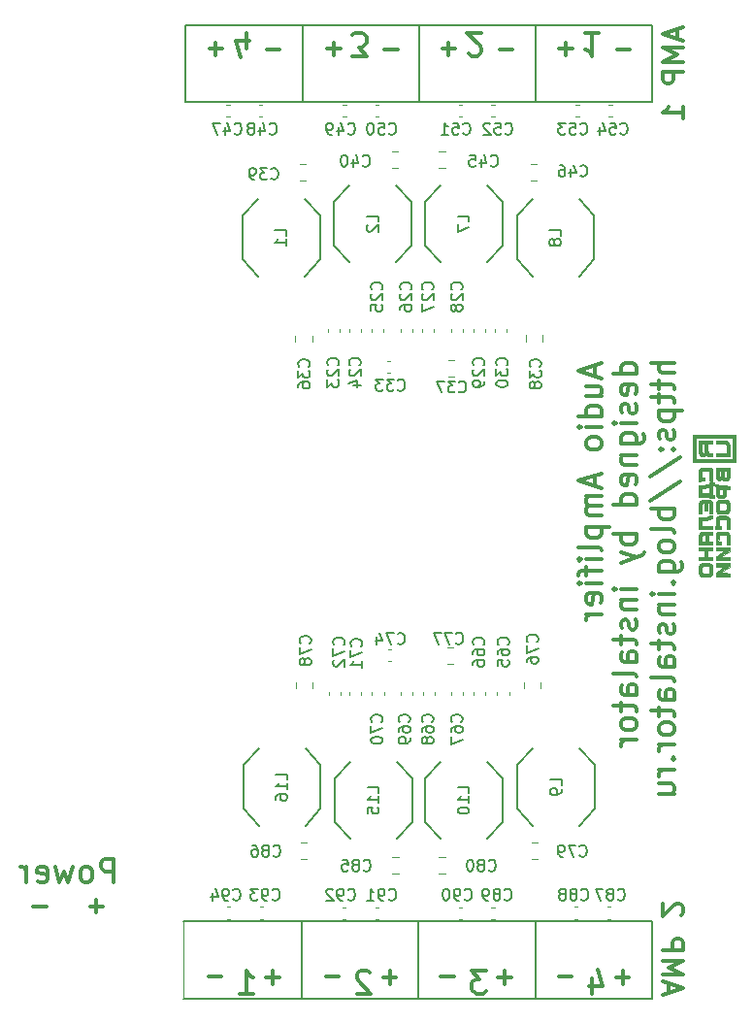
<source format=gbr>
%TF.GenerationSoftware,KiCad,Pcbnew,(5.1.9)-1*%
%TF.CreationDate,2021-06-18T12:17:45+07:00*%
%TF.ProjectId,TAS6424,54415336-3432-4342-9e6b-696361645f70,2*%
%TF.SameCoordinates,Original*%
%TF.FileFunction,Legend,Bot*%
%TF.FilePolarity,Positive*%
%FSLAX46Y46*%
G04 Gerber Fmt 4.6, Leading zero omitted, Abs format (unit mm)*
G04 Created by KiCad (PCBNEW (5.1.9)-1) date 2021-06-18 12:17:45*
%MOMM*%
%LPD*%
G01*
G04 APERTURE LIST*
%ADD10C,0.375000*%
%ADD11C,0.200000*%
%ADD12C,0.120000*%
%ADD13C,0.300000*%
%ADD14C,0.152400*%
%ADD15C,0.010000*%
%ADD16C,0.150000*%
G04 APERTURE END LIST*
D10*
X124887000Y-54393000D02*
X124887000Y-55250142D01*
X125401285Y-54221571D02*
X123601285Y-54821571D01*
X125401285Y-55421571D01*
X125401285Y-56021571D02*
X123601285Y-56021571D01*
X124887000Y-56621571D01*
X123601285Y-57221571D01*
X125401285Y-57221571D01*
X125401285Y-58078714D02*
X123601285Y-58078714D01*
X123601285Y-58764428D01*
X123687000Y-58935857D01*
X123772714Y-59021571D01*
X123944142Y-59107285D01*
X124201285Y-59107285D01*
X124372714Y-59021571D01*
X124458428Y-58935857D01*
X124544142Y-58764428D01*
X124544142Y-58078714D01*
X125401285Y-62193000D02*
X125401285Y-61164428D01*
X125401285Y-61678714D02*
X123601285Y-61678714D01*
X123858428Y-61507285D01*
X124029857Y-61335857D01*
X124115571Y-61164428D01*
X124096500Y-138456500D02*
X124096500Y-137599357D01*
X123582214Y-138627928D02*
X125382214Y-138027928D01*
X123582214Y-137427928D01*
X123582214Y-136827928D02*
X125382214Y-136827928D01*
X124096500Y-136227928D01*
X125382214Y-135627928D01*
X123582214Y-135627928D01*
X123582214Y-134770785D02*
X125382214Y-134770785D01*
X125382214Y-134085071D01*
X125296500Y-133913642D01*
X125210785Y-133827928D01*
X125039357Y-133742214D01*
X124782214Y-133742214D01*
X124610785Y-133827928D01*
X124525071Y-133913642D01*
X124439357Y-134085071D01*
X124439357Y-134770785D01*
X125210785Y-131685071D02*
X125296500Y-131599357D01*
X125382214Y-131427928D01*
X125382214Y-130999357D01*
X125296500Y-130827928D01*
X125210785Y-130742214D01*
X125039357Y-130656500D01*
X124867928Y-130656500D01*
X124610785Y-130742214D01*
X123582214Y-131770785D01*
X123582214Y-130656500D01*
X75707380Y-128793761D02*
X75707380Y-126793761D01*
X74945476Y-126793761D01*
X74755000Y-126889000D01*
X74659761Y-126984238D01*
X74564523Y-127174714D01*
X74564523Y-127460428D01*
X74659761Y-127650904D01*
X74755000Y-127746142D01*
X74945476Y-127841380D01*
X75707380Y-127841380D01*
X73421666Y-128793761D02*
X73612142Y-128698523D01*
X73707380Y-128603285D01*
X73802619Y-128412809D01*
X73802619Y-127841380D01*
X73707380Y-127650904D01*
X73612142Y-127555666D01*
X73421666Y-127460428D01*
X73135952Y-127460428D01*
X72945476Y-127555666D01*
X72850238Y-127650904D01*
X72755000Y-127841380D01*
X72755000Y-128412809D01*
X72850238Y-128603285D01*
X72945476Y-128698523D01*
X73135952Y-128793761D01*
X73421666Y-128793761D01*
X72088333Y-127460428D02*
X71707380Y-128793761D01*
X71326428Y-127841380D01*
X70945476Y-128793761D01*
X70564523Y-127460428D01*
X69040714Y-128698523D02*
X69231190Y-128793761D01*
X69612142Y-128793761D01*
X69802619Y-128698523D01*
X69897857Y-128508047D01*
X69897857Y-127746142D01*
X69802619Y-127555666D01*
X69612142Y-127460428D01*
X69231190Y-127460428D01*
X69040714Y-127555666D01*
X68945476Y-127746142D01*
X68945476Y-127936619D01*
X69897857Y-128127095D01*
X68088333Y-128793761D02*
X68088333Y-127460428D01*
X68088333Y-127841380D02*
X67993095Y-127650904D01*
X67897857Y-127555666D01*
X67707380Y-127460428D01*
X67516904Y-127460428D01*
X68643571Y-130956857D02*
X69786428Y-130956857D01*
X73596571Y-130893357D02*
X74739428Y-130893357D01*
X74168000Y-130321928D02*
X74168000Y-131464785D01*
D11*
X92075000Y-132207000D02*
X92075000Y-138938000D01*
X102235000Y-132207000D02*
X102235000Y-138938000D01*
X112458500Y-132270500D02*
X112458500Y-138938000D01*
X81788000Y-138938000D02*
X122682000Y-138938000D01*
D12*
X81788000Y-132207000D02*
X81788000Y-138938000D01*
D11*
X122682000Y-132207000D02*
X81788000Y-132207000D01*
X122682000Y-138938000D02*
X122682000Y-132207000D01*
X112522000Y-60769500D02*
X112522000Y-54038500D01*
X102298500Y-60769500D02*
X102298500Y-54038500D01*
X92138500Y-60769500D02*
X92138500Y-54038500D01*
X81915000Y-60769500D02*
X81915000Y-54038500D01*
X122682000Y-60769500D02*
X81915000Y-60769500D01*
X122682000Y-54038500D02*
X122682000Y-60769500D01*
X81915000Y-54038500D02*
X122682000Y-54038500D01*
D10*
X87248952Y-56054571D02*
X87248952Y-54721238D01*
X86772761Y-56816476D02*
X86296571Y-55387904D01*
X87534666Y-55387904D01*
X85153428Y-56114142D02*
X84010571Y-56114142D01*
X84582000Y-56685571D02*
X84582000Y-55542714D01*
X90169928Y-56177642D02*
X89027071Y-56177642D01*
X115696928Y-56114142D02*
X114554071Y-56114142D01*
X115125500Y-56685571D02*
X115125500Y-55542714D01*
X117982928Y-54721238D02*
X116840071Y-54721238D01*
X117411500Y-54721238D02*
X117411500Y-56721238D01*
X117221023Y-56435523D01*
X117030547Y-56245047D01*
X116840071Y-56149809D01*
X95440428Y-56114142D02*
X94297571Y-56114142D01*
X94869000Y-56685571D02*
X94869000Y-55542714D01*
X120713428Y-56177642D02*
X119570571Y-56177642D01*
X96488333Y-56721238D02*
X97726428Y-56721238D01*
X97059761Y-55959333D01*
X97345476Y-55959333D01*
X97535952Y-55864095D01*
X97631190Y-55768857D01*
X97726428Y-55578380D01*
X97726428Y-55102190D01*
X97631190Y-54911714D01*
X97535952Y-54816476D01*
X97345476Y-54721238D01*
X96774047Y-54721238D01*
X96583571Y-54816476D01*
X96488333Y-54911714D01*
X105473428Y-56114142D02*
X104330571Y-56114142D01*
X104902000Y-56685571D02*
X104902000Y-55542714D01*
X110489928Y-56177642D02*
X109347071Y-56177642D01*
X106616571Y-56530761D02*
X106711809Y-56626000D01*
X106902285Y-56721238D01*
X107378476Y-56721238D01*
X107568952Y-56626000D01*
X107664190Y-56530761D01*
X107759428Y-56340285D01*
X107759428Y-56149809D01*
X107664190Y-55864095D01*
X106521333Y-54721238D01*
X107759428Y-54721238D01*
X100456928Y-56177642D02*
X99314071Y-56177642D01*
X86677571Y-138509261D02*
X87820428Y-138509261D01*
X87249000Y-138509261D02*
X87249000Y-136509261D01*
X87439476Y-136794976D01*
X87629952Y-136985452D01*
X87820428Y-137080690D01*
X88963571Y-137116357D02*
X90106428Y-137116357D01*
X89535000Y-136544928D02*
X89535000Y-137687785D01*
X83947071Y-137052857D02*
X85089928Y-137052857D01*
X98043928Y-136699738D02*
X97948690Y-136604500D01*
X97758214Y-136509261D01*
X97282023Y-136509261D01*
X97091547Y-136604500D01*
X96996309Y-136699738D01*
X96901071Y-136890214D01*
X96901071Y-137080690D01*
X96996309Y-137366404D01*
X98139166Y-138509261D01*
X96901071Y-138509261D01*
X99187071Y-137116357D02*
X100329928Y-137116357D01*
X99758500Y-136544928D02*
X99758500Y-137687785D01*
X94170571Y-137052857D02*
X95313428Y-137052857D01*
X108172166Y-136509261D02*
X106934071Y-136509261D01*
X107600738Y-137271166D01*
X107315023Y-137271166D01*
X107124547Y-137366404D01*
X107029309Y-137461642D01*
X106934071Y-137652119D01*
X106934071Y-138128309D01*
X107029309Y-138318785D01*
X107124547Y-138414023D01*
X107315023Y-138509261D01*
X107886452Y-138509261D01*
X108076928Y-138414023D01*
X108172166Y-138318785D01*
X109220071Y-137116357D02*
X110362928Y-137116357D01*
X109791500Y-136544928D02*
X109791500Y-137687785D01*
X104203571Y-137052857D02*
X105346428Y-137052857D01*
X119507071Y-137116357D02*
X120649928Y-137116357D01*
X120078500Y-136544928D02*
X120078500Y-137687785D01*
X114490571Y-137052857D02*
X115633428Y-137052857D01*
X117411547Y-137175928D02*
X117411547Y-138509261D01*
X117887738Y-136414023D02*
X118363928Y-137842595D01*
X117125833Y-137842595D01*
D13*
X124602761Y-83536595D02*
X122602761Y-83536595D01*
X124602761Y-84393738D02*
X123555142Y-84393738D01*
X123364666Y-84298500D01*
X123269428Y-84108023D01*
X123269428Y-83822309D01*
X123364666Y-83631833D01*
X123459904Y-83536595D01*
X123269428Y-85060404D02*
X123269428Y-85822309D01*
X122602761Y-85346119D02*
X124317047Y-85346119D01*
X124507523Y-85441357D01*
X124602761Y-85631833D01*
X124602761Y-85822309D01*
X123269428Y-86203261D02*
X123269428Y-86965166D01*
X122602761Y-86488976D02*
X124317047Y-86488976D01*
X124507523Y-86584214D01*
X124602761Y-86774690D01*
X124602761Y-86965166D01*
X123269428Y-87631833D02*
X125269428Y-87631833D01*
X123364666Y-87631833D02*
X123269428Y-87822309D01*
X123269428Y-88203261D01*
X123364666Y-88393738D01*
X123459904Y-88488976D01*
X123650380Y-88584214D01*
X124221809Y-88584214D01*
X124412285Y-88488976D01*
X124507523Y-88393738D01*
X124602761Y-88203261D01*
X124602761Y-87822309D01*
X124507523Y-87631833D01*
X124507523Y-89346119D02*
X124602761Y-89536595D01*
X124602761Y-89917547D01*
X124507523Y-90108023D01*
X124317047Y-90203261D01*
X124221809Y-90203261D01*
X124031333Y-90108023D01*
X123936095Y-89917547D01*
X123936095Y-89631833D01*
X123840857Y-89441357D01*
X123650380Y-89346119D01*
X123555142Y-89346119D01*
X123364666Y-89441357D01*
X123269428Y-89631833D01*
X123269428Y-89917547D01*
X123364666Y-90108023D01*
X124412285Y-91060404D02*
X124507523Y-91155642D01*
X124602761Y-91060404D01*
X124507523Y-90965166D01*
X124412285Y-91060404D01*
X124602761Y-91060404D01*
X123364666Y-91060404D02*
X123459904Y-91155642D01*
X123555142Y-91060404D01*
X123459904Y-90965166D01*
X123364666Y-91060404D01*
X123555142Y-91060404D01*
X122507523Y-93441357D02*
X125078952Y-91727071D01*
X122507523Y-95536595D02*
X125078952Y-93822309D01*
X124602761Y-96203261D02*
X122602761Y-96203261D01*
X123364666Y-96203261D02*
X123269428Y-96393738D01*
X123269428Y-96774690D01*
X123364666Y-96965166D01*
X123459904Y-97060404D01*
X123650380Y-97155642D01*
X124221809Y-97155642D01*
X124412285Y-97060404D01*
X124507523Y-96965166D01*
X124602761Y-96774690D01*
X124602761Y-96393738D01*
X124507523Y-96203261D01*
X124602761Y-98298499D02*
X124507523Y-98108023D01*
X124317047Y-98012785D01*
X122602761Y-98012785D01*
X124602761Y-99346119D02*
X124507523Y-99155642D01*
X124412285Y-99060404D01*
X124221809Y-98965166D01*
X123650380Y-98965166D01*
X123459904Y-99060404D01*
X123364666Y-99155642D01*
X123269428Y-99346119D01*
X123269428Y-99631833D01*
X123364666Y-99822309D01*
X123459904Y-99917547D01*
X123650380Y-100012785D01*
X124221809Y-100012785D01*
X124412285Y-99917547D01*
X124507523Y-99822309D01*
X124602761Y-99631833D01*
X124602761Y-99346119D01*
X123269428Y-101727071D02*
X124888476Y-101727071D01*
X125078952Y-101631833D01*
X125174190Y-101536595D01*
X125269428Y-101346119D01*
X125269428Y-101060404D01*
X125174190Y-100869928D01*
X124507523Y-101727071D02*
X124602761Y-101536595D01*
X124602761Y-101155642D01*
X124507523Y-100965166D01*
X124412285Y-100869928D01*
X124221809Y-100774690D01*
X123650380Y-100774690D01*
X123459904Y-100869928D01*
X123364666Y-100965166D01*
X123269428Y-101155642D01*
X123269428Y-101536595D01*
X123364666Y-101727071D01*
X124412285Y-102679452D02*
X124507523Y-102774690D01*
X124602761Y-102679452D01*
X124507523Y-102584214D01*
X124412285Y-102679452D01*
X124602761Y-102679452D01*
X124602761Y-103631833D02*
X123269428Y-103631833D01*
X122602761Y-103631833D02*
X122698000Y-103536595D01*
X122793238Y-103631833D01*
X122698000Y-103727071D01*
X122602761Y-103631833D01*
X122793238Y-103631833D01*
X123269428Y-104584214D02*
X124602761Y-104584214D01*
X123459904Y-104584214D02*
X123364666Y-104679452D01*
X123269428Y-104869928D01*
X123269428Y-105155642D01*
X123364666Y-105346119D01*
X123555142Y-105441357D01*
X124602761Y-105441357D01*
X124507523Y-106298499D02*
X124602761Y-106488976D01*
X124602761Y-106869928D01*
X124507523Y-107060404D01*
X124317047Y-107155642D01*
X124221809Y-107155642D01*
X124031333Y-107060404D01*
X123936095Y-106869928D01*
X123936095Y-106584214D01*
X123840857Y-106393738D01*
X123650380Y-106298499D01*
X123555142Y-106298499D01*
X123364666Y-106393738D01*
X123269428Y-106584214D01*
X123269428Y-106869928D01*
X123364666Y-107060404D01*
X123269428Y-107727071D02*
X123269428Y-108488976D01*
X122602761Y-108012785D02*
X124317047Y-108012785D01*
X124507523Y-108108023D01*
X124602761Y-108298499D01*
X124602761Y-108488976D01*
X124602761Y-110012785D02*
X123555142Y-110012785D01*
X123364666Y-109917547D01*
X123269428Y-109727071D01*
X123269428Y-109346119D01*
X123364666Y-109155642D01*
X124507523Y-110012785D02*
X124602761Y-109822309D01*
X124602761Y-109346119D01*
X124507523Y-109155642D01*
X124317047Y-109060404D01*
X124126571Y-109060404D01*
X123936095Y-109155642D01*
X123840857Y-109346119D01*
X123840857Y-109822309D01*
X123745619Y-110012785D01*
X124602761Y-111250880D02*
X124507523Y-111060404D01*
X124317047Y-110965166D01*
X122602761Y-110965166D01*
X124602761Y-112869928D02*
X123555142Y-112869928D01*
X123364666Y-112774690D01*
X123269428Y-112584214D01*
X123269428Y-112203261D01*
X123364666Y-112012785D01*
X124507523Y-112869928D02*
X124602761Y-112679452D01*
X124602761Y-112203261D01*
X124507523Y-112012785D01*
X124317047Y-111917547D01*
X124126571Y-111917547D01*
X123936095Y-112012785D01*
X123840857Y-112203261D01*
X123840857Y-112679452D01*
X123745619Y-112869928D01*
X123269428Y-113536595D02*
X123269428Y-114298499D01*
X122602761Y-113822309D02*
X124317047Y-113822309D01*
X124507523Y-113917547D01*
X124602761Y-114108023D01*
X124602761Y-114298499D01*
X124602761Y-115250880D02*
X124507523Y-115060404D01*
X124412285Y-114965166D01*
X124221809Y-114869928D01*
X123650380Y-114869928D01*
X123459904Y-114965166D01*
X123364666Y-115060404D01*
X123269428Y-115250880D01*
X123269428Y-115536595D01*
X123364666Y-115727071D01*
X123459904Y-115822309D01*
X123650380Y-115917547D01*
X124221809Y-115917547D01*
X124412285Y-115822309D01*
X124507523Y-115727071D01*
X124602761Y-115536595D01*
X124602761Y-115250880D01*
X124602761Y-116774690D02*
X123269428Y-116774690D01*
X123650380Y-116774690D02*
X123459904Y-116869928D01*
X123364666Y-116965166D01*
X123269428Y-117155642D01*
X123269428Y-117346119D01*
X124412285Y-118012785D02*
X124507523Y-118108023D01*
X124602761Y-118012785D01*
X124507523Y-117917547D01*
X124412285Y-118012785D01*
X124602761Y-118012785D01*
X124602761Y-118965166D02*
X123269428Y-118965166D01*
X123650380Y-118965166D02*
X123459904Y-119060404D01*
X123364666Y-119155642D01*
X123269428Y-119346119D01*
X123269428Y-119536595D01*
X123269428Y-121060404D02*
X124602761Y-121060404D01*
X123269428Y-120203261D02*
X124317047Y-120203261D01*
X124507523Y-120298499D01*
X124602761Y-120488976D01*
X124602761Y-120774690D01*
X124507523Y-120965166D01*
X124412285Y-121060404D01*
X117681333Y-83694380D02*
X117681333Y-84646761D01*
X118252761Y-83503904D02*
X116252761Y-84170571D01*
X118252761Y-84837238D01*
X116919428Y-86361047D02*
X118252761Y-86361047D01*
X116919428Y-85503904D02*
X117967047Y-85503904D01*
X118157523Y-85599142D01*
X118252761Y-85789619D01*
X118252761Y-86075333D01*
X118157523Y-86265809D01*
X118062285Y-86361047D01*
X118252761Y-88170571D02*
X116252761Y-88170571D01*
X118157523Y-88170571D02*
X118252761Y-87980095D01*
X118252761Y-87599142D01*
X118157523Y-87408666D01*
X118062285Y-87313428D01*
X117871809Y-87218190D01*
X117300380Y-87218190D01*
X117109904Y-87313428D01*
X117014666Y-87408666D01*
X116919428Y-87599142D01*
X116919428Y-87980095D01*
X117014666Y-88170571D01*
X118252761Y-89122952D02*
X116919428Y-89122952D01*
X116252761Y-89122952D02*
X116348000Y-89027714D01*
X116443238Y-89122952D01*
X116348000Y-89218190D01*
X116252761Y-89122952D01*
X116443238Y-89122952D01*
X118252761Y-90361047D02*
X118157523Y-90170571D01*
X118062285Y-90075333D01*
X117871809Y-89980095D01*
X117300380Y-89980095D01*
X117109904Y-90075333D01*
X117014666Y-90170571D01*
X116919428Y-90361047D01*
X116919428Y-90646761D01*
X117014666Y-90837238D01*
X117109904Y-90932476D01*
X117300380Y-91027714D01*
X117871809Y-91027714D01*
X118062285Y-90932476D01*
X118157523Y-90837238D01*
X118252761Y-90646761D01*
X118252761Y-90361047D01*
X117681333Y-93313428D02*
X117681333Y-94265809D01*
X118252761Y-93122952D02*
X116252761Y-93789619D01*
X118252761Y-94456285D01*
X118252761Y-95122952D02*
X116919428Y-95122952D01*
X117109904Y-95122952D02*
X117014666Y-95218190D01*
X116919428Y-95408666D01*
X116919428Y-95694380D01*
X117014666Y-95884857D01*
X117205142Y-95980095D01*
X118252761Y-95980095D01*
X117205142Y-95980095D02*
X117014666Y-96075333D01*
X116919428Y-96265809D01*
X116919428Y-96551523D01*
X117014666Y-96742000D01*
X117205142Y-96837238D01*
X118252761Y-96837238D01*
X116919428Y-97789619D02*
X118919428Y-97789619D01*
X117014666Y-97789619D02*
X116919428Y-97980095D01*
X116919428Y-98361047D01*
X117014666Y-98551523D01*
X117109904Y-98646761D01*
X117300380Y-98742000D01*
X117871809Y-98742000D01*
X118062285Y-98646761D01*
X118157523Y-98551523D01*
X118252761Y-98361047D01*
X118252761Y-97980095D01*
X118157523Y-97789619D01*
X118252761Y-99884857D02*
X118157523Y-99694380D01*
X117967047Y-99599142D01*
X116252761Y-99599142D01*
X118252761Y-100646761D02*
X116919428Y-100646761D01*
X116252761Y-100646761D02*
X116348000Y-100551523D01*
X116443238Y-100646761D01*
X116348000Y-100742000D01*
X116252761Y-100646761D01*
X116443238Y-100646761D01*
X116919428Y-101313428D02*
X116919428Y-102075333D01*
X118252761Y-101599142D02*
X116538476Y-101599142D01*
X116348000Y-101694380D01*
X116252761Y-101884857D01*
X116252761Y-102075333D01*
X118252761Y-102742000D02*
X116919428Y-102742000D01*
X116252761Y-102742000D02*
X116348000Y-102646761D01*
X116443238Y-102742000D01*
X116348000Y-102837238D01*
X116252761Y-102742000D01*
X116443238Y-102742000D01*
X118157523Y-104456285D02*
X118252761Y-104265809D01*
X118252761Y-103884857D01*
X118157523Y-103694380D01*
X117967047Y-103599142D01*
X117205142Y-103599142D01*
X117014666Y-103694380D01*
X116919428Y-103884857D01*
X116919428Y-104265809D01*
X117014666Y-104456285D01*
X117205142Y-104551523D01*
X117395619Y-104551523D01*
X117586095Y-103599142D01*
X118252761Y-105408666D02*
X116919428Y-105408666D01*
X117300380Y-105408666D02*
X117109904Y-105503904D01*
X117014666Y-105599142D01*
X116919428Y-105789619D01*
X116919428Y-105980095D01*
X121300761Y-84472833D02*
X119300761Y-84472833D01*
X121205523Y-84472833D02*
X121300761Y-84282357D01*
X121300761Y-83901404D01*
X121205523Y-83710928D01*
X121110285Y-83615690D01*
X120919809Y-83520452D01*
X120348380Y-83520452D01*
X120157904Y-83615690D01*
X120062666Y-83710928D01*
X119967428Y-83901404D01*
X119967428Y-84282357D01*
X120062666Y-84472833D01*
X121205523Y-86187119D02*
X121300761Y-85996642D01*
X121300761Y-85615690D01*
X121205523Y-85425214D01*
X121015047Y-85329976D01*
X120253142Y-85329976D01*
X120062666Y-85425214D01*
X119967428Y-85615690D01*
X119967428Y-85996642D01*
X120062666Y-86187119D01*
X120253142Y-86282357D01*
X120443619Y-86282357D01*
X120634095Y-85329976D01*
X121205523Y-87044261D02*
X121300761Y-87234738D01*
X121300761Y-87615690D01*
X121205523Y-87806166D01*
X121015047Y-87901404D01*
X120919809Y-87901404D01*
X120729333Y-87806166D01*
X120634095Y-87615690D01*
X120634095Y-87329976D01*
X120538857Y-87139500D01*
X120348380Y-87044261D01*
X120253142Y-87044261D01*
X120062666Y-87139500D01*
X119967428Y-87329976D01*
X119967428Y-87615690D01*
X120062666Y-87806166D01*
X121300761Y-88758547D02*
X119967428Y-88758547D01*
X119300761Y-88758547D02*
X119396000Y-88663309D01*
X119491238Y-88758547D01*
X119396000Y-88853785D01*
X119300761Y-88758547D01*
X119491238Y-88758547D01*
X119967428Y-90568071D02*
X121586476Y-90568071D01*
X121776952Y-90472833D01*
X121872190Y-90377595D01*
X121967428Y-90187119D01*
X121967428Y-89901404D01*
X121872190Y-89710928D01*
X121205523Y-90568071D02*
X121300761Y-90377595D01*
X121300761Y-89996642D01*
X121205523Y-89806166D01*
X121110285Y-89710928D01*
X120919809Y-89615690D01*
X120348380Y-89615690D01*
X120157904Y-89710928D01*
X120062666Y-89806166D01*
X119967428Y-89996642D01*
X119967428Y-90377595D01*
X120062666Y-90568071D01*
X119967428Y-91520452D02*
X121300761Y-91520452D01*
X120157904Y-91520452D02*
X120062666Y-91615690D01*
X119967428Y-91806166D01*
X119967428Y-92091880D01*
X120062666Y-92282357D01*
X120253142Y-92377595D01*
X121300761Y-92377595D01*
X121205523Y-94091880D02*
X121300761Y-93901404D01*
X121300761Y-93520452D01*
X121205523Y-93329976D01*
X121015047Y-93234738D01*
X120253142Y-93234738D01*
X120062666Y-93329976D01*
X119967428Y-93520452D01*
X119967428Y-93901404D01*
X120062666Y-94091880D01*
X120253142Y-94187119D01*
X120443619Y-94187119D01*
X120634095Y-93234738D01*
X121300761Y-95901404D02*
X119300761Y-95901404D01*
X121205523Y-95901404D02*
X121300761Y-95710928D01*
X121300761Y-95329976D01*
X121205523Y-95139499D01*
X121110285Y-95044261D01*
X120919809Y-94949023D01*
X120348380Y-94949023D01*
X120157904Y-95044261D01*
X120062666Y-95139499D01*
X119967428Y-95329976D01*
X119967428Y-95710928D01*
X120062666Y-95901404D01*
X121300761Y-98377595D02*
X119300761Y-98377595D01*
X120062666Y-98377595D02*
X119967428Y-98568071D01*
X119967428Y-98949023D01*
X120062666Y-99139499D01*
X120157904Y-99234738D01*
X120348380Y-99329976D01*
X120919809Y-99329976D01*
X121110285Y-99234738D01*
X121205523Y-99139499D01*
X121300761Y-98949023D01*
X121300761Y-98568071D01*
X121205523Y-98377595D01*
X119967428Y-99996642D02*
X121300761Y-100472833D01*
X119967428Y-100949023D02*
X121300761Y-100472833D01*
X121776952Y-100282357D01*
X121872190Y-100187119D01*
X121967428Y-99996642D01*
X121300761Y-103234738D02*
X119967428Y-103234738D01*
X119300761Y-103234738D02*
X119396000Y-103139499D01*
X119491238Y-103234738D01*
X119396000Y-103329976D01*
X119300761Y-103234738D01*
X119491238Y-103234738D01*
X119967428Y-104187119D02*
X121300761Y-104187119D01*
X120157904Y-104187119D02*
X120062666Y-104282357D01*
X119967428Y-104472833D01*
X119967428Y-104758547D01*
X120062666Y-104949023D01*
X120253142Y-105044261D01*
X121300761Y-105044261D01*
X121205523Y-105901404D02*
X121300761Y-106091880D01*
X121300761Y-106472833D01*
X121205523Y-106663309D01*
X121015047Y-106758547D01*
X120919809Y-106758547D01*
X120729333Y-106663309D01*
X120634095Y-106472833D01*
X120634095Y-106187119D01*
X120538857Y-105996642D01*
X120348380Y-105901404D01*
X120253142Y-105901404D01*
X120062666Y-105996642D01*
X119967428Y-106187119D01*
X119967428Y-106472833D01*
X120062666Y-106663309D01*
X119967428Y-107329976D02*
X119967428Y-108091880D01*
X119300761Y-107615690D02*
X121015047Y-107615690D01*
X121205523Y-107710928D01*
X121300761Y-107901404D01*
X121300761Y-108091880D01*
X121300761Y-109615690D02*
X120253142Y-109615690D01*
X120062666Y-109520452D01*
X119967428Y-109329976D01*
X119967428Y-108949023D01*
X120062666Y-108758547D01*
X121205523Y-109615690D02*
X121300761Y-109425214D01*
X121300761Y-108949023D01*
X121205523Y-108758547D01*
X121015047Y-108663309D01*
X120824571Y-108663309D01*
X120634095Y-108758547D01*
X120538857Y-108949023D01*
X120538857Y-109425214D01*
X120443619Y-109615690D01*
X121300761Y-110853785D02*
X121205523Y-110663309D01*
X121015047Y-110568071D01*
X119300761Y-110568071D01*
X121300761Y-112472833D02*
X120253142Y-112472833D01*
X120062666Y-112377595D01*
X119967428Y-112187119D01*
X119967428Y-111806166D01*
X120062666Y-111615690D01*
X121205523Y-112472833D02*
X121300761Y-112282357D01*
X121300761Y-111806166D01*
X121205523Y-111615690D01*
X121015047Y-111520452D01*
X120824571Y-111520452D01*
X120634095Y-111615690D01*
X120538857Y-111806166D01*
X120538857Y-112282357D01*
X120443619Y-112472833D01*
X119967428Y-113139499D02*
X119967428Y-113901404D01*
X119300761Y-113425214D02*
X121015047Y-113425214D01*
X121205523Y-113520452D01*
X121300761Y-113710928D01*
X121300761Y-113901404D01*
X121300761Y-114853785D02*
X121205523Y-114663309D01*
X121110285Y-114568071D01*
X120919809Y-114472833D01*
X120348380Y-114472833D01*
X120157904Y-114568071D01*
X120062666Y-114663309D01*
X119967428Y-114853785D01*
X119967428Y-115139499D01*
X120062666Y-115329976D01*
X120157904Y-115425214D01*
X120348380Y-115520452D01*
X120919809Y-115520452D01*
X121110285Y-115425214D01*
X121205523Y-115329976D01*
X121300761Y-115139499D01*
X121300761Y-114853785D01*
X121300761Y-116377595D02*
X119967428Y-116377595D01*
X120348380Y-116377595D02*
X120157904Y-116472833D01*
X120062666Y-116568071D01*
X119967428Y-116758547D01*
X119967428Y-116949023D01*
D12*
%TO.C,C45*%
X104591752Y-65051000D02*
X104069248Y-65051000D01*
X104591752Y-66521000D02*
X104069248Y-66521000D01*
%TO.C,C23*%
X95364700Y-80810980D02*
X95364700Y-80529820D01*
X94344700Y-80810980D02*
X94344700Y-80529820D01*
%TO.C,C24*%
X96249700Y-80529820D02*
X96249700Y-80810980D01*
X97269700Y-80529820D02*
X97269700Y-80810980D01*
%TO.C,C25*%
X99174700Y-80810980D02*
X99174700Y-80529820D01*
X98154700Y-80810980D02*
X98154700Y-80529820D01*
%TO.C,C26*%
X100694700Y-80529820D02*
X100694700Y-80810980D01*
X101714700Y-80529820D02*
X101714700Y-80810980D01*
%TO.C,C27*%
X103619700Y-80810980D02*
X103619700Y-80529820D01*
X102599700Y-80810980D02*
X102599700Y-80529820D01*
%TO.C,C28*%
X105139700Y-80529820D02*
X105139700Y-80810980D01*
X106159700Y-80529820D02*
X106159700Y-80810980D01*
%TO.C,C29*%
X108064700Y-80810980D02*
X108064700Y-80529820D01*
X107044700Y-80810980D02*
X107044700Y-80529820D01*
%TO.C,C30*%
X108949700Y-80529820D02*
X108949700Y-80810980D01*
X109969700Y-80529820D02*
X109969700Y-80810980D01*
%TO.C,C33*%
X99835580Y-83373500D02*
X99554420Y-83373500D01*
X99835580Y-84393500D02*
X99554420Y-84393500D01*
%TO.C,C36*%
X91530500Y-81145748D02*
X91530500Y-81668252D01*
X93000500Y-81145748D02*
X93000500Y-81668252D01*
%TO.C,C37*%
X104894748Y-84682000D02*
X105417252Y-84682000D01*
X104894748Y-83212000D02*
X105417252Y-83212000D01*
%TO.C,C38*%
X111660000Y-81082248D02*
X111660000Y-81604752D01*
X113130000Y-81082248D02*
X113130000Y-81604752D01*
%TO.C,C39*%
X91940748Y-67625900D02*
X92463252Y-67625900D01*
X91940748Y-66155900D02*
X92463252Y-66155900D01*
%TO.C,C40*%
X100464252Y-65051000D02*
X99941748Y-65051000D01*
X100464252Y-66521000D02*
X99941748Y-66521000D01*
%TO.C,C46*%
X112070248Y-67600500D02*
X112592752Y-67600500D01*
X112070248Y-66130500D02*
X112592752Y-66130500D01*
%TO.C,C47*%
X85520920Y-62016100D02*
X85802080Y-62016100D01*
X85520920Y-60996100D02*
X85802080Y-60996100D01*
%TO.C,C48*%
X88353020Y-62016100D02*
X88634180Y-62016100D01*
X88353020Y-60996100D02*
X88634180Y-60996100D01*
%TO.C,C49*%
X95680920Y-62016100D02*
X95962080Y-62016100D01*
X95680920Y-60996100D02*
X95962080Y-60996100D01*
%TO.C,C50*%
X98513020Y-62016100D02*
X98794180Y-62016100D01*
X98513020Y-60996100D02*
X98794180Y-60996100D01*
%TO.C,C51*%
X105788520Y-62016100D02*
X106069680Y-62016100D01*
X105788520Y-60996100D02*
X106069680Y-60996100D01*
%TO.C,C52*%
X108634920Y-62016100D02*
X108916080Y-62016100D01*
X108634920Y-60996100D02*
X108916080Y-60996100D01*
%TO.C,C53*%
X116000920Y-62016100D02*
X116282080Y-62016100D01*
X116000920Y-60996100D02*
X116282080Y-60996100D01*
%TO.C,C54*%
X118869520Y-62016100D02*
X119150680Y-62016100D01*
X118869520Y-60996100D02*
X119150680Y-60996100D01*
%TO.C,C65*%
X109152900Y-112190920D02*
X109152900Y-112472080D01*
X110172900Y-112190920D02*
X110172900Y-112472080D01*
%TO.C,C66*%
X108079000Y-112472080D02*
X108079000Y-112190920D01*
X107059000Y-112472080D02*
X107059000Y-112190920D01*
%TO.C,C67*%
X105154000Y-112190920D02*
X105154000Y-112472080D01*
X106174000Y-112190920D02*
X106174000Y-112472080D01*
%TO.C,C68*%
X103697500Y-112472080D02*
X103697500Y-112190920D01*
X102677500Y-112472080D02*
X102677500Y-112190920D01*
%TO.C,C69*%
X100709000Y-112190920D02*
X100709000Y-112472080D01*
X101729000Y-112190920D02*
X101729000Y-112472080D01*
%TO.C,C70*%
X99252500Y-112472080D02*
X99252500Y-112190920D01*
X98232500Y-112472080D02*
X98232500Y-112190920D01*
%TO.C,C71*%
X96264000Y-112190920D02*
X96264000Y-112472080D01*
X97284000Y-112190920D02*
X97284000Y-112472080D01*
%TO.C,C72*%
X95506000Y-112472080D02*
X95506000Y-112190920D01*
X94486000Y-112472080D02*
X94486000Y-112190920D01*
%TO.C,C74*%
X99899080Y-108519500D02*
X99617920Y-108519500D01*
X99899080Y-109539500D02*
X99617920Y-109539500D01*
%TO.C,C76*%
X112939500Y-111894252D02*
X112939500Y-111371748D01*
X111469500Y-111894252D02*
X111469500Y-111371748D01*
%TO.C,C77*%
X104767748Y-109764500D02*
X105290252Y-109764500D01*
X104767748Y-108294500D02*
X105290252Y-108294500D01*
%TO.C,C78*%
X93064000Y-111894252D02*
X93064000Y-111371748D01*
X91594000Y-111894252D02*
X91594000Y-111371748D01*
%TO.C,C79*%
X112656252Y-125312500D02*
X112133748Y-125312500D01*
X112656252Y-126782500D02*
X112133748Y-126782500D01*
%TO.C,C80*%
X104069248Y-128052500D02*
X104591752Y-128052500D01*
X104069248Y-126582500D02*
X104591752Y-126582500D01*
%TO.C,C85*%
X100005248Y-128052500D02*
X100527752Y-128052500D01*
X100005248Y-126582500D02*
X100527752Y-126582500D01*
%TO.C,C86*%
X92526752Y-125312500D02*
X92004248Y-125312500D01*
X92526752Y-126782500D02*
X92004248Y-126782500D01*
%TO.C,C87*%
X119012580Y-130960400D02*
X118731420Y-130960400D01*
X119012580Y-131980400D02*
X118731420Y-131980400D01*
%TO.C,C88*%
X116140780Y-130960400D02*
X115859620Y-130960400D01*
X116140780Y-131980400D02*
X115859620Y-131980400D01*
%TO.C,C89*%
X108916080Y-130973100D02*
X108634920Y-130973100D01*
X108916080Y-131993100D02*
X108634920Y-131993100D01*
%TO.C,C90*%
X106058580Y-130973100D02*
X105777420Y-130973100D01*
X106058580Y-131993100D02*
X105777420Y-131993100D01*
%TO.C,C91*%
X98768780Y-131011200D02*
X98487620Y-131011200D01*
X98768780Y-132031200D02*
X98487620Y-132031200D01*
%TO.C,C92*%
X95898580Y-131011200D02*
X95617420Y-131011200D01*
X95898580Y-132031200D02*
X95617420Y-132031200D01*
%TO.C,C93*%
X88708780Y-130960400D02*
X88427620Y-130960400D01*
X88708780Y-131980400D02*
X88427620Y-131980400D01*
%TO.C,C94*%
X85865580Y-130960400D02*
X85584420Y-130960400D01*
X85865580Y-131980400D02*
X85584420Y-131980400D01*
D14*
%TO.C,L1*%
X93674001Y-70678500D02*
X93674001Y-74482500D01*
X92329741Y-69210154D02*
X93674001Y-70678500D01*
X86919999Y-70678500D02*
X88264259Y-69210154D01*
X86919999Y-74482500D02*
X86919999Y-70678500D01*
X88264259Y-75950846D02*
X86919999Y-74482500D01*
X93674001Y-74482500D02*
X92329741Y-75950846D01*
%TO.C,L2*%
X101675001Y-69450400D02*
X101675001Y-73254400D01*
X100330741Y-67982054D02*
X101675001Y-69450400D01*
X94920999Y-69450400D02*
X96265259Y-67982054D01*
X94920999Y-73254400D02*
X94920999Y-69450400D01*
X96265259Y-74722746D02*
X94920999Y-73254400D01*
X101675001Y-73254400D02*
X100330741Y-74722746D01*
%TO.C,L7*%
X109612501Y-69450400D02*
X109612501Y-73254400D01*
X108268241Y-67982054D02*
X109612501Y-69450400D01*
X102858499Y-69450400D02*
X104202759Y-67982054D01*
X102858499Y-73254400D02*
X102858499Y-69450400D01*
X104202759Y-74722746D02*
X102858499Y-73254400D01*
X109612501Y-73254400D02*
X108268241Y-74722746D01*
%TO.C,L8*%
X117613501Y-70678500D02*
X117613501Y-74482500D01*
X116269241Y-69210154D02*
X117613501Y-70678500D01*
X110859499Y-70678500D02*
X112203759Y-69210154D01*
X110859499Y-74482500D02*
X110859499Y-70678500D01*
X112203759Y-75950846D02*
X110859499Y-74482500D01*
X117613501Y-74482500D02*
X116269241Y-75950846D01*
%TO.C,L9*%
X110922999Y-122399600D02*
X110922999Y-118595600D01*
X112267259Y-123867946D02*
X110922999Y-122399600D01*
X117677001Y-122399600D02*
X116332741Y-123867946D01*
X117677001Y-118595600D02*
X117677001Y-122399600D01*
X116332741Y-117127254D02*
X117677001Y-118595600D01*
X110922999Y-118595600D02*
X112267259Y-117127254D01*
%TO.C,L10*%
X102858499Y-123568000D02*
X102858499Y-119764000D01*
X104202759Y-125036346D02*
X102858499Y-123568000D01*
X109612501Y-123568000D02*
X108268241Y-125036346D01*
X109612501Y-119764000D02*
X109612501Y-123568000D01*
X108268241Y-118295654D02*
X109612501Y-119764000D01*
X102858499Y-119764000D02*
X104202759Y-118295654D01*
%TO.C,L15*%
X94984499Y-123568000D02*
X94984499Y-119764000D01*
X96328759Y-125036346D02*
X94984499Y-123568000D01*
X101738501Y-123568000D02*
X100394241Y-125036346D01*
X101738501Y-119764000D02*
X101738501Y-123568000D01*
X100394241Y-118295654D02*
X101738501Y-119764000D01*
X94984499Y-119764000D02*
X96328759Y-118295654D01*
%TO.C,L16*%
X86983499Y-122399600D02*
X86983499Y-118595600D01*
X88327759Y-123867946D02*
X86983499Y-122399600D01*
X93737501Y-122399600D02*
X92393241Y-123867946D01*
X93737501Y-118595600D02*
X93737501Y-122399600D01*
X92393241Y-117127254D02*
X93737501Y-118595600D01*
X86983499Y-118595600D02*
X88327759Y-117127254D01*
D15*
%TO.C,J5*%
G36*
X129925885Y-92138500D02*
G01*
X129925885Y-89774347D01*
X126487116Y-89774347D01*
X126487116Y-90038116D01*
X129662116Y-90038116D01*
X129662116Y-91874731D01*
X126487116Y-91874731D01*
X126487116Y-90038116D01*
X126487116Y-89774347D01*
X126233116Y-89774347D01*
X126233116Y-92138500D01*
X129925885Y-92138500D01*
G37*
X129925885Y-92138500D02*
X129925885Y-89774347D01*
X126487116Y-89774347D01*
X126487116Y-90038116D01*
X129662116Y-90038116D01*
X129662116Y-91874731D01*
X126487116Y-91874731D01*
X126487116Y-90038116D01*
X126487116Y-89774347D01*
X126233116Y-89774347D01*
X126233116Y-92138500D01*
X129925885Y-92138500D01*
G36*
X128206670Y-93034827D02*
G01*
X128206921Y-93145067D01*
X128207700Y-93237742D01*
X128209204Y-93314823D01*
X128211633Y-93378280D01*
X128215183Y-93430085D01*
X128220053Y-93472207D01*
X128226441Y-93506619D01*
X128234545Y-93535291D01*
X128244563Y-93560193D01*
X128256694Y-93583296D01*
X128262831Y-93593526D01*
X128308649Y-93649809D01*
X128366839Y-93691720D01*
X128435755Y-93718494D01*
X128513748Y-93729366D01*
X128554220Y-93728694D01*
X128615584Y-93719278D01*
X128673192Y-93700396D01*
X128721767Y-93674257D01*
X128754669Y-93644800D01*
X128770041Y-93628693D01*
X128778615Y-93628453D01*
X128780715Y-93632476D01*
X128793552Y-93653424D01*
X128817352Y-93680884D01*
X128847173Y-93710022D01*
X128878074Y-93736000D01*
X128904561Y-93753689D01*
X128924912Y-93763173D01*
X128946736Y-93769368D01*
X128974777Y-93772936D01*
X129013776Y-93774537D01*
X129056423Y-93774847D01*
X129108983Y-93774255D01*
X129147039Y-93772038D01*
X129175603Y-93767532D01*
X129199686Y-93760071D01*
X129213927Y-93753966D01*
X129279232Y-93713385D01*
X129331889Y-93658386D01*
X129371063Y-93590118D01*
X129395921Y-93509726D01*
X129397423Y-93501956D01*
X129400296Y-93475847D01*
X129402774Y-93431656D01*
X129404823Y-93370836D01*
X129406408Y-93294839D01*
X129407494Y-93205119D01*
X129408049Y-93103129D01*
X129408116Y-93050129D01*
X129408116Y-92656270D01*
X129154116Y-92656270D01*
X129154116Y-92929808D01*
X129154100Y-93176481D01*
X129153951Y-93254114D01*
X129153412Y-93314755D01*
X129152328Y-93360948D01*
X129150544Y-93395237D01*
X129147904Y-93420168D01*
X129144255Y-93438284D01*
X129139441Y-93452130D01*
X129137004Y-93457347D01*
X129111053Y-93488851D01*
X129073365Y-93507367D01*
X129027951Y-93511471D01*
X128998727Y-93506440D01*
X128977992Y-93500262D01*
X128961529Y-93492692D01*
X128948811Y-93481554D01*
X128939313Y-93464676D01*
X128932507Y-93439883D01*
X128927866Y-93405001D01*
X128924864Y-93357857D01*
X128922974Y-93296276D01*
X128921670Y-93218085D01*
X128921258Y-93186701D01*
X128917977Y-92929808D01*
X129154116Y-92929808D01*
X129154116Y-92656270D01*
X128470269Y-92656270D01*
X128470269Y-92929808D01*
X128676394Y-92929808D01*
X128673466Y-93170016D01*
X128670539Y-93410223D01*
X128643128Y-93433785D01*
X128605714Y-93454163D01*
X128563808Y-93458416D01*
X128523418Y-93446752D01*
X128498826Y-93428790D01*
X128470269Y-93400234D01*
X128470269Y-92929808D01*
X128470269Y-92656270D01*
X128206500Y-92656270D01*
X128206670Y-93034827D01*
G37*
X128206670Y-93034827D02*
X128206921Y-93145067D01*
X128207700Y-93237742D01*
X128209204Y-93314823D01*
X128211633Y-93378280D01*
X128215183Y-93430085D01*
X128220053Y-93472207D01*
X128226441Y-93506619D01*
X128234545Y-93535291D01*
X128244563Y-93560193D01*
X128256694Y-93583296D01*
X128262831Y-93593526D01*
X128308649Y-93649809D01*
X128366839Y-93691720D01*
X128435755Y-93718494D01*
X128513748Y-93729366D01*
X128554220Y-93728694D01*
X128615584Y-93719278D01*
X128673192Y-93700396D01*
X128721767Y-93674257D01*
X128754669Y-93644800D01*
X128770041Y-93628693D01*
X128778615Y-93628453D01*
X128780715Y-93632476D01*
X128793552Y-93653424D01*
X128817352Y-93680884D01*
X128847173Y-93710022D01*
X128878074Y-93736000D01*
X128904561Y-93753689D01*
X128924912Y-93763173D01*
X128946736Y-93769368D01*
X128974777Y-93772936D01*
X129013776Y-93774537D01*
X129056423Y-93774847D01*
X129108983Y-93774255D01*
X129147039Y-93772038D01*
X129175603Y-93767532D01*
X129199686Y-93760071D01*
X129213927Y-93753966D01*
X129279232Y-93713385D01*
X129331889Y-93658386D01*
X129371063Y-93590118D01*
X129395921Y-93509726D01*
X129397423Y-93501956D01*
X129400296Y-93475847D01*
X129402774Y-93431656D01*
X129404823Y-93370836D01*
X129406408Y-93294839D01*
X129407494Y-93205119D01*
X129408049Y-93103129D01*
X129408116Y-93050129D01*
X129408116Y-92656270D01*
X129154116Y-92656270D01*
X129154116Y-92929808D01*
X129154100Y-93176481D01*
X129153951Y-93254114D01*
X129153412Y-93314755D01*
X129152328Y-93360948D01*
X129150544Y-93395237D01*
X129147904Y-93420168D01*
X129144255Y-93438284D01*
X129139441Y-93452130D01*
X129137004Y-93457347D01*
X129111053Y-93488851D01*
X129073365Y-93507367D01*
X129027951Y-93511471D01*
X128998727Y-93506440D01*
X128977992Y-93500262D01*
X128961529Y-93492692D01*
X128948811Y-93481554D01*
X128939313Y-93464676D01*
X128932507Y-93439883D01*
X128927866Y-93405001D01*
X128924864Y-93357857D01*
X128922974Y-93296276D01*
X128921670Y-93218085D01*
X128921258Y-93186701D01*
X128917977Y-92929808D01*
X129154116Y-92929808D01*
X129154116Y-92656270D01*
X128470269Y-92656270D01*
X128470269Y-92929808D01*
X128676394Y-92929808D01*
X128673466Y-93170016D01*
X128670539Y-93410223D01*
X128643128Y-93433785D01*
X128605714Y-93454163D01*
X128563808Y-93458416D01*
X128523418Y-93446752D01*
X128498826Y-93428790D01*
X128470269Y-93400234D01*
X128470269Y-92929808D01*
X128470269Y-92656270D01*
X128206500Y-92656270D01*
X128206670Y-93034827D01*
G36*
X128208807Y-94529214D02*
G01*
X128209716Y-94641684D01*
X128210697Y-94736480D01*
X128211957Y-94815467D01*
X128213703Y-94880507D01*
X128216144Y-94933465D01*
X128219487Y-94976205D01*
X128223939Y-95010591D01*
X128229707Y-95038487D01*
X128236999Y-95061757D01*
X128246023Y-95082265D01*
X128256986Y-95101874D01*
X128270095Y-95122449D01*
X128275789Y-95131071D01*
X128323402Y-95185480D01*
X128385997Y-95228406D01*
X128436077Y-95250338D01*
X128471614Y-95258996D01*
X128521544Y-95265834D01*
X128580791Y-95270658D01*
X128644278Y-95273272D01*
X128706927Y-95273482D01*
X128763662Y-95271093D01*
X128809406Y-95265911D01*
X128815033Y-95264875D01*
X128895856Y-95240941D01*
X128962935Y-95203283D01*
X129017081Y-95151193D01*
X129059107Y-95083965D01*
X129079093Y-95035355D01*
X129082067Y-95017810D01*
X129085129Y-94983671D01*
X129088117Y-94935878D01*
X129090870Y-94877375D01*
X129093228Y-94811103D01*
X129094886Y-94746885D01*
X129100385Y-94488000D01*
X129254250Y-94485310D01*
X129408116Y-94482620D01*
X129408116Y-94219534D01*
X128936852Y-94216998D01*
X128841500Y-94216485D01*
X128841500Y-94482694D01*
X128841464Y-94700270D01*
X128841331Y-94771681D01*
X128840817Y-94826319D01*
X128839705Y-94866947D01*
X128837779Y-94896331D01*
X128834821Y-94917235D01*
X128830615Y-94932423D01*
X128824946Y-94944660D01*
X128821921Y-94949840D01*
X128804314Y-94972760D01*
X128781850Y-94988456D01*
X128750788Y-94998162D01*
X128707384Y-95003108D01*
X128655885Y-95004504D01*
X128598307Y-95003017D01*
X128555868Y-94996959D01*
X128524433Y-94984978D01*
X128499869Y-94965724D01*
X128485802Y-94948901D01*
X128479139Y-94938881D01*
X128474105Y-94927400D01*
X128470473Y-94911741D01*
X128468016Y-94889186D01*
X128466506Y-94857019D01*
X128465717Y-94812523D01*
X128465420Y-94752981D01*
X128465385Y-94704671D01*
X128465385Y-94488000D01*
X128653442Y-94485347D01*
X128841500Y-94482694D01*
X128841500Y-94216485D01*
X128465589Y-94214462D01*
X128455718Y-94146077D01*
X128445846Y-94077693D01*
X128325561Y-94074945D01*
X128205277Y-94072197D01*
X128208807Y-94529214D01*
G37*
X128208807Y-94529214D02*
X128209716Y-94641684D01*
X128210697Y-94736480D01*
X128211957Y-94815467D01*
X128213703Y-94880507D01*
X128216144Y-94933465D01*
X128219487Y-94976205D01*
X128223939Y-95010591D01*
X128229707Y-95038487D01*
X128236999Y-95061757D01*
X128246023Y-95082265D01*
X128256986Y-95101874D01*
X128270095Y-95122449D01*
X128275789Y-95131071D01*
X128323402Y-95185480D01*
X128385997Y-95228406D01*
X128436077Y-95250338D01*
X128471614Y-95258996D01*
X128521544Y-95265834D01*
X128580791Y-95270658D01*
X128644278Y-95273272D01*
X128706927Y-95273482D01*
X128763662Y-95271093D01*
X128809406Y-95265911D01*
X128815033Y-95264875D01*
X128895856Y-95240941D01*
X128962935Y-95203283D01*
X129017081Y-95151193D01*
X129059107Y-95083965D01*
X129079093Y-95035355D01*
X129082067Y-95017810D01*
X129085129Y-94983671D01*
X129088117Y-94935878D01*
X129090870Y-94877375D01*
X129093228Y-94811103D01*
X129094886Y-94746885D01*
X129100385Y-94488000D01*
X129254250Y-94485310D01*
X129408116Y-94482620D01*
X129408116Y-94219534D01*
X128936852Y-94216998D01*
X128841500Y-94216485D01*
X128841500Y-94482694D01*
X128841464Y-94700270D01*
X128841331Y-94771681D01*
X128840817Y-94826319D01*
X128839705Y-94866947D01*
X128837779Y-94896331D01*
X128834821Y-94917235D01*
X128830615Y-94932423D01*
X128824946Y-94944660D01*
X128821921Y-94949840D01*
X128804314Y-94972760D01*
X128781850Y-94988456D01*
X128750788Y-94998162D01*
X128707384Y-95003108D01*
X128655885Y-95004504D01*
X128598307Y-95003017D01*
X128555868Y-94996959D01*
X128524433Y-94984978D01*
X128499869Y-94965724D01*
X128485802Y-94948901D01*
X128479139Y-94938881D01*
X128474105Y-94927400D01*
X128470473Y-94911741D01*
X128468016Y-94889186D01*
X128466506Y-94857019D01*
X128465717Y-94812523D01*
X128465420Y-94752981D01*
X128465385Y-94704671D01*
X128465385Y-94488000D01*
X128653442Y-94485347D01*
X128841500Y-94482694D01*
X128841500Y-94216485D01*
X128465589Y-94214462D01*
X128455718Y-94146077D01*
X128445846Y-94077693D01*
X128325561Y-94074945D01*
X128205277Y-94072197D01*
X128208807Y-94529214D01*
G36*
X128207269Y-96125031D02*
G01*
X128208561Y-96197908D01*
X128210687Y-96262539D01*
X128213648Y-96314957D01*
X128216679Y-96345890D01*
X128232559Y-96421495D01*
X128258004Y-96487011D01*
X128291548Y-96539433D01*
X128327324Y-96572842D01*
X128352356Y-96589224D01*
X128376657Y-96602582D01*
X128402504Y-96613222D01*
X128432174Y-96621448D01*
X128467944Y-96627566D01*
X128512089Y-96631882D01*
X128566886Y-96634701D01*
X128634612Y-96636328D01*
X128717544Y-96637069D01*
X128807308Y-96637231D01*
X128905912Y-96637028D01*
X128987257Y-96636213D01*
X129053619Y-96634483D01*
X129107275Y-96631531D01*
X129150501Y-96627053D01*
X129185574Y-96620742D01*
X129214770Y-96612293D01*
X129240366Y-96601401D01*
X129264638Y-96587761D01*
X129287292Y-96572842D01*
X129325190Y-96536452D01*
X129357696Y-96484937D01*
X129382719Y-96422430D01*
X129398047Y-96353923D01*
X129401523Y-96317513D01*
X129404142Y-96265920D01*
X129405926Y-96202695D01*
X129406898Y-96131387D01*
X129407082Y-96055548D01*
X129406501Y-95978727D01*
X129405176Y-95904474D01*
X129403132Y-95836339D01*
X129400392Y-95777873D01*
X129396977Y-95732626D01*
X129393873Y-95708857D01*
X129372775Y-95630745D01*
X129339984Y-95567651D01*
X129294393Y-95518513D01*
X129234893Y-95482268D01*
X129160377Y-95457854D01*
X129124749Y-95450941D01*
X129093057Y-95447619D01*
X129045410Y-95444965D01*
X128985382Y-95442977D01*
X128916544Y-95441656D01*
X128902953Y-95441537D01*
X128902953Y-95715065D01*
X128959037Y-95715528D01*
X129004152Y-95716486D01*
X129034926Y-95717902D01*
X129044395Y-95718843D01*
X129090745Y-95733871D01*
X129124926Y-95762139D01*
X129144342Y-95801485D01*
X129144500Y-95802116D01*
X129146845Y-95821576D01*
X129148775Y-95857270D01*
X129150206Y-95905899D01*
X129151054Y-95964162D01*
X129151237Y-96028758D01*
X129151061Y-96061303D01*
X129150321Y-96134601D01*
X129149308Y-96190987D01*
X129147816Y-96233087D01*
X129145642Y-96263527D01*
X129142580Y-96284932D01*
X129138425Y-96299929D01*
X129132972Y-96311144D01*
X129131375Y-96313676D01*
X129119547Y-96329567D01*
X129105730Y-96342081D01*
X129087579Y-96351617D01*
X129062748Y-96358571D01*
X129028892Y-96363342D01*
X128983665Y-96366326D01*
X128924721Y-96367920D01*
X128849715Y-96368523D01*
X128807308Y-96368577D01*
X128716763Y-96368653D01*
X128643820Y-96367773D01*
X128586558Y-96364279D01*
X128543053Y-96356511D01*
X128511383Y-96342808D01*
X128489624Y-96321512D01*
X128475855Y-96290963D01*
X128468151Y-96249501D01*
X128464590Y-96195467D01*
X128463250Y-96127201D01*
X128462616Y-96071072D01*
X128462009Y-95984760D01*
X128462878Y-95915676D01*
X128465565Y-95861540D01*
X128470413Y-95820074D01*
X128477764Y-95789001D01*
X128487960Y-95766040D01*
X128501345Y-95748914D01*
X128512479Y-95739412D01*
X128522311Y-95732896D01*
X128533801Y-95727867D01*
X128549560Y-95724089D01*
X128572195Y-95721322D01*
X128604314Y-95719329D01*
X128648527Y-95717871D01*
X128707441Y-95716710D01*
X128771364Y-95715774D01*
X128839271Y-95715134D01*
X128902953Y-95715065D01*
X128902953Y-95441537D01*
X128842469Y-95441004D01*
X128766730Y-95441019D01*
X128692900Y-95441704D01*
X128624551Y-95443058D01*
X128565256Y-95445081D01*
X128518586Y-95447775D01*
X128489808Y-95450856D01*
X128409314Y-95470386D01*
X128344063Y-95501278D01*
X128292982Y-95544658D01*
X128254997Y-95601648D01*
X128229037Y-95673373D01*
X128216920Y-95736726D01*
X128213247Y-95775781D01*
X128210397Y-95830390D01*
X128208373Y-95896586D01*
X128207176Y-95970403D01*
X128206807Y-96047873D01*
X128207269Y-96125031D01*
G37*
X128207269Y-96125031D02*
X128208561Y-96197908D01*
X128210687Y-96262539D01*
X128213648Y-96314957D01*
X128216679Y-96345890D01*
X128232559Y-96421495D01*
X128258004Y-96487011D01*
X128291548Y-96539433D01*
X128327324Y-96572842D01*
X128352356Y-96589224D01*
X128376657Y-96602582D01*
X128402504Y-96613222D01*
X128432174Y-96621448D01*
X128467944Y-96627566D01*
X128512089Y-96631882D01*
X128566886Y-96634701D01*
X128634612Y-96636328D01*
X128717544Y-96637069D01*
X128807308Y-96637231D01*
X128905912Y-96637028D01*
X128987257Y-96636213D01*
X129053619Y-96634483D01*
X129107275Y-96631531D01*
X129150501Y-96627053D01*
X129185574Y-96620742D01*
X129214770Y-96612293D01*
X129240366Y-96601401D01*
X129264638Y-96587761D01*
X129287292Y-96572842D01*
X129325190Y-96536452D01*
X129357696Y-96484937D01*
X129382719Y-96422430D01*
X129398047Y-96353923D01*
X129401523Y-96317513D01*
X129404142Y-96265920D01*
X129405926Y-96202695D01*
X129406898Y-96131387D01*
X129407082Y-96055548D01*
X129406501Y-95978727D01*
X129405176Y-95904474D01*
X129403132Y-95836339D01*
X129400392Y-95777873D01*
X129396977Y-95732626D01*
X129393873Y-95708857D01*
X129372775Y-95630745D01*
X129339984Y-95567651D01*
X129294393Y-95518513D01*
X129234893Y-95482268D01*
X129160377Y-95457854D01*
X129124749Y-95450941D01*
X129093057Y-95447619D01*
X129045410Y-95444965D01*
X128985382Y-95442977D01*
X128916544Y-95441656D01*
X128902953Y-95441537D01*
X128902953Y-95715065D01*
X128959037Y-95715528D01*
X129004152Y-95716486D01*
X129034926Y-95717902D01*
X129044395Y-95718843D01*
X129090745Y-95733871D01*
X129124926Y-95762139D01*
X129144342Y-95801485D01*
X129144500Y-95802116D01*
X129146845Y-95821576D01*
X129148775Y-95857270D01*
X129150206Y-95905899D01*
X129151054Y-95964162D01*
X129151237Y-96028758D01*
X129151061Y-96061303D01*
X129150321Y-96134601D01*
X129149308Y-96190987D01*
X129147816Y-96233087D01*
X129145642Y-96263527D01*
X129142580Y-96284932D01*
X129138425Y-96299929D01*
X129132972Y-96311144D01*
X129131375Y-96313676D01*
X129119547Y-96329567D01*
X129105730Y-96342081D01*
X129087579Y-96351617D01*
X129062748Y-96358571D01*
X129028892Y-96363342D01*
X128983665Y-96366326D01*
X128924721Y-96367920D01*
X128849715Y-96368523D01*
X128807308Y-96368577D01*
X128716763Y-96368653D01*
X128643820Y-96367773D01*
X128586558Y-96364279D01*
X128543053Y-96356511D01*
X128511383Y-96342808D01*
X128489624Y-96321512D01*
X128475855Y-96290963D01*
X128468151Y-96249501D01*
X128464590Y-96195467D01*
X128463250Y-96127201D01*
X128462616Y-96071072D01*
X128462009Y-95984760D01*
X128462878Y-95915676D01*
X128465565Y-95861540D01*
X128470413Y-95820074D01*
X128477764Y-95789001D01*
X128487960Y-95766040D01*
X128501345Y-95748914D01*
X128512479Y-95739412D01*
X128522311Y-95732896D01*
X128533801Y-95727867D01*
X128549560Y-95724089D01*
X128572195Y-95721322D01*
X128604314Y-95719329D01*
X128648527Y-95717871D01*
X128707441Y-95716710D01*
X128771364Y-95715774D01*
X128839271Y-95715134D01*
X128902953Y-95715065D01*
X128902953Y-95441537D01*
X128842469Y-95441004D01*
X128766730Y-95441019D01*
X128692900Y-95441704D01*
X128624551Y-95443058D01*
X128565256Y-95445081D01*
X128518586Y-95447775D01*
X128489808Y-95450856D01*
X128409314Y-95470386D01*
X128344063Y-95501278D01*
X128292982Y-95544658D01*
X128254997Y-95601648D01*
X128229037Y-95673373D01*
X128216920Y-95736726D01*
X128213247Y-95775781D01*
X128210397Y-95830390D01*
X128208373Y-95896586D01*
X128207176Y-95970403D01*
X128206807Y-96047873D01*
X128207269Y-96125031D01*
G36*
X128374246Y-98006577D02*
G01*
X128434867Y-98003742D01*
X128493344Y-97999923D01*
X128544911Y-97995511D01*
X128584799Y-97990894D01*
X128602154Y-97987978D01*
X128660769Y-97975616D01*
X128666255Y-97736270D01*
X128460500Y-97736270D01*
X128461286Y-97484712D01*
X128461890Y-97395047D01*
X128463289Y-97322744D01*
X128465794Y-97265632D01*
X128469715Y-97221542D01*
X128475362Y-97188302D01*
X128483045Y-97163743D01*
X128493075Y-97145694D01*
X128505762Y-97131984D01*
X128512481Y-97126608D01*
X128522002Y-97120283D01*
X128533111Y-97115364D01*
X128548320Y-97111634D01*
X128570142Y-97108879D01*
X128601087Y-97106883D01*
X128643668Y-97105430D01*
X128700397Y-97104305D01*
X128773786Y-97103292D01*
X128786019Y-97103141D01*
X128872295Y-97102381D01*
X128941341Y-97102667D01*
X128995453Y-97104336D01*
X129036928Y-97107722D01*
X129068061Y-97113162D01*
X129091147Y-97120991D01*
X129108484Y-97131545D01*
X129122367Y-97145160D01*
X129128759Y-97153260D01*
X129133745Y-97160541D01*
X129137866Y-97168937D01*
X129141220Y-97180298D01*
X129143905Y-97196473D01*
X129146019Y-97219313D01*
X129147660Y-97250669D01*
X129148926Y-97292389D01*
X129149914Y-97346324D01*
X129150724Y-97414324D01*
X129151452Y-97498239D01*
X129152164Y-97595318D01*
X129155097Y-98009808D01*
X129408116Y-98009808D01*
X129407234Y-97587289D01*
X129406740Y-97466077D01*
X129405784Y-97363385D01*
X129404341Y-97278202D01*
X129402381Y-97209513D01*
X129399878Y-97156307D01*
X129396804Y-97117570D01*
X129393873Y-97096088D01*
X129373378Y-97018987D01*
X129341904Y-96956899D01*
X129298129Y-96908616D01*
X129240730Y-96872929D01*
X129168386Y-96848628D01*
X129111889Y-96838251D01*
X129079457Y-96835170D01*
X129031544Y-96832444D01*
X128972207Y-96830216D01*
X128905504Y-96828624D01*
X128835490Y-96827808D01*
X128807308Y-96827731D01*
X128702981Y-96828492D01*
X128616032Y-96830909D01*
X128544355Y-96835180D01*
X128485843Y-96841507D01*
X128438390Y-96850089D01*
X128399889Y-96861125D01*
X128382346Y-96868059D01*
X128332996Y-96896952D01*
X128289373Y-96935760D01*
X128258257Y-96978431D01*
X128257876Y-96979154D01*
X128247883Y-96999026D01*
X128239488Y-97018464D01*
X128232531Y-97039341D01*
X128226855Y-97063527D01*
X128222304Y-97092897D01*
X128218719Y-97129321D01*
X128215944Y-97174672D01*
X128213819Y-97230823D01*
X128212189Y-97299645D01*
X128210896Y-97383011D01*
X128209781Y-97482793D01*
X128209059Y-97559484D01*
X128204953Y-98012814D01*
X128374246Y-98006577D01*
G37*
X128374246Y-98006577D02*
X128434867Y-98003742D01*
X128493344Y-97999923D01*
X128544911Y-97995511D01*
X128584799Y-97990894D01*
X128602154Y-97987978D01*
X128660769Y-97975616D01*
X128666255Y-97736270D01*
X128460500Y-97736270D01*
X128461286Y-97484712D01*
X128461890Y-97395047D01*
X128463289Y-97322744D01*
X128465794Y-97265632D01*
X128469715Y-97221542D01*
X128475362Y-97188302D01*
X128483045Y-97163743D01*
X128493075Y-97145694D01*
X128505762Y-97131984D01*
X128512481Y-97126608D01*
X128522002Y-97120283D01*
X128533111Y-97115364D01*
X128548320Y-97111634D01*
X128570142Y-97108879D01*
X128601087Y-97106883D01*
X128643668Y-97105430D01*
X128700397Y-97104305D01*
X128773786Y-97103292D01*
X128786019Y-97103141D01*
X128872295Y-97102381D01*
X128941341Y-97102667D01*
X128995453Y-97104336D01*
X129036928Y-97107722D01*
X129068061Y-97113162D01*
X129091147Y-97120991D01*
X129108484Y-97131545D01*
X129122367Y-97145160D01*
X129128759Y-97153260D01*
X129133745Y-97160541D01*
X129137866Y-97168937D01*
X129141220Y-97180298D01*
X129143905Y-97196473D01*
X129146019Y-97219313D01*
X129147660Y-97250669D01*
X129148926Y-97292389D01*
X129149914Y-97346324D01*
X129150724Y-97414324D01*
X129151452Y-97498239D01*
X129152164Y-97595318D01*
X129155097Y-98009808D01*
X129408116Y-98009808D01*
X129407234Y-97587289D01*
X129406740Y-97466077D01*
X129405784Y-97363385D01*
X129404341Y-97278202D01*
X129402381Y-97209513D01*
X129399878Y-97156307D01*
X129396804Y-97117570D01*
X129393873Y-97096088D01*
X129373378Y-97018987D01*
X129341904Y-96956899D01*
X129298129Y-96908616D01*
X129240730Y-96872929D01*
X129168386Y-96848628D01*
X129111889Y-96838251D01*
X129079457Y-96835170D01*
X129031544Y-96832444D01*
X128972207Y-96830216D01*
X128905504Y-96828624D01*
X128835490Y-96827808D01*
X128807308Y-96827731D01*
X128702981Y-96828492D01*
X128616032Y-96830909D01*
X128544355Y-96835180D01*
X128485843Y-96841507D01*
X128438390Y-96850089D01*
X128399889Y-96861125D01*
X128382346Y-96868059D01*
X128332996Y-96896952D01*
X128289373Y-96935760D01*
X128258257Y-96978431D01*
X128257876Y-96979154D01*
X128247883Y-96999026D01*
X128239488Y-97018464D01*
X128232531Y-97039341D01*
X128226855Y-97063527D01*
X128222304Y-97092897D01*
X128218719Y-97129321D01*
X128215944Y-97174672D01*
X128213819Y-97230823D01*
X128212189Y-97299645D01*
X128210896Y-97383011D01*
X128209781Y-97482793D01*
X128209059Y-97559484D01*
X128204953Y-98012814D01*
X128374246Y-98006577D01*
G36*
X128375019Y-99374347D02*
G01*
X128435529Y-99371579D01*
X128493911Y-99367794D01*
X128545378Y-99363382D01*
X128585142Y-99358735D01*
X128602154Y-99355835D01*
X128660769Y-99343308D01*
X128666255Y-99103962D01*
X128459140Y-99103962D01*
X128462263Y-98827526D01*
X128463290Y-98745726D01*
X128464419Y-98681144D01*
X128465809Y-98631460D01*
X128467622Y-98594356D01*
X128470017Y-98567511D01*
X128473155Y-98548606D01*
X128477196Y-98535320D01*
X128482300Y-98525334D01*
X128483241Y-98523864D01*
X128494920Y-98507983D01*
X128508309Y-98495416D01*
X128525672Y-98485815D01*
X128549273Y-98478831D01*
X128581374Y-98474115D01*
X128624239Y-98471319D01*
X128680131Y-98470095D01*
X128751315Y-98470094D01*
X128827724Y-98470821D01*
X129085321Y-98473847D01*
X129110631Y-98499173D01*
X129129995Y-98526239D01*
X129143822Y-98558868D01*
X129144795Y-98562673D01*
X129146759Y-98580744D01*
X129148583Y-98615997D01*
X129150217Y-98666078D01*
X129151612Y-98728633D01*
X129152717Y-98801305D01*
X129153482Y-98881739D01*
X129153856Y-98967581D01*
X129153882Y-98989173D01*
X129154116Y-99377500D01*
X129408116Y-99377500D01*
X129406924Y-98954981D01*
X129406475Y-98863542D01*
X129405680Y-98776159D01*
X129404589Y-98695207D01*
X129403249Y-98623059D01*
X129401707Y-98562088D01*
X129400012Y-98514669D01*
X129398210Y-98483174D01*
X129397243Y-98473847D01*
X129382566Y-98411845D01*
X129358314Y-98353486D01*
X129327164Y-98303873D01*
X129291793Y-98268109D01*
X129287866Y-98265312D01*
X129262908Y-98248856D01*
X129239472Y-98235433D01*
X129215283Y-98224737D01*
X129188063Y-98216458D01*
X129155535Y-98210289D01*
X129115425Y-98205922D01*
X129065455Y-98203049D01*
X129003348Y-98201362D01*
X128926829Y-98200553D01*
X128833621Y-98200315D01*
X128807308Y-98200308D01*
X128716541Y-98200391D01*
X128643043Y-98200713D01*
X128584547Y-98201382D01*
X128538782Y-98202508D01*
X128503480Y-98204199D01*
X128476374Y-98206564D01*
X128455194Y-98209713D01*
X128437671Y-98213754D01*
X128421537Y-98218796D01*
X128421423Y-98218835D01*
X128358953Y-98245320D01*
X128311863Y-98277657D01*
X128276164Y-98319115D01*
X128256332Y-98354246D01*
X128245093Y-98379423D01*
X128235651Y-98405775D01*
X128227853Y-98435186D01*
X128221548Y-98469540D01*
X128216585Y-98510719D01*
X128212813Y-98560607D01*
X128210079Y-98621088D01*
X128208234Y-98694045D01*
X128207125Y-98781361D01*
X128206600Y-98884919D01*
X128206500Y-98974200D01*
X128206500Y-99380333D01*
X128375019Y-99374347D01*
G37*
X128375019Y-99374347D02*
X128435529Y-99371579D01*
X128493911Y-99367794D01*
X128545378Y-99363382D01*
X128585142Y-99358735D01*
X128602154Y-99355835D01*
X128660769Y-99343308D01*
X128666255Y-99103962D01*
X128459140Y-99103962D01*
X128462263Y-98827526D01*
X128463290Y-98745726D01*
X128464419Y-98681144D01*
X128465809Y-98631460D01*
X128467622Y-98594356D01*
X128470017Y-98567511D01*
X128473155Y-98548606D01*
X128477196Y-98535320D01*
X128482300Y-98525334D01*
X128483241Y-98523864D01*
X128494920Y-98507983D01*
X128508309Y-98495416D01*
X128525672Y-98485815D01*
X128549273Y-98478831D01*
X128581374Y-98474115D01*
X128624239Y-98471319D01*
X128680131Y-98470095D01*
X128751315Y-98470094D01*
X128827724Y-98470821D01*
X129085321Y-98473847D01*
X129110631Y-98499173D01*
X129129995Y-98526239D01*
X129143822Y-98558868D01*
X129144795Y-98562673D01*
X129146759Y-98580744D01*
X129148583Y-98615997D01*
X129150217Y-98666078D01*
X129151612Y-98728633D01*
X129152717Y-98801305D01*
X129153482Y-98881739D01*
X129153856Y-98967581D01*
X129153882Y-98989173D01*
X129154116Y-99377500D01*
X129408116Y-99377500D01*
X129406924Y-98954981D01*
X129406475Y-98863542D01*
X129405680Y-98776159D01*
X129404589Y-98695207D01*
X129403249Y-98623059D01*
X129401707Y-98562088D01*
X129400012Y-98514669D01*
X129398210Y-98483174D01*
X129397243Y-98473847D01*
X129382566Y-98411845D01*
X129358314Y-98353486D01*
X129327164Y-98303873D01*
X129291793Y-98268109D01*
X129287866Y-98265312D01*
X129262908Y-98248856D01*
X129239472Y-98235433D01*
X129215283Y-98224737D01*
X129188063Y-98216458D01*
X129155535Y-98210289D01*
X129115425Y-98205922D01*
X129065455Y-98203049D01*
X129003348Y-98201362D01*
X128926829Y-98200553D01*
X128833621Y-98200315D01*
X128807308Y-98200308D01*
X128716541Y-98200391D01*
X128643043Y-98200713D01*
X128584547Y-98201382D01*
X128538782Y-98202508D01*
X128503480Y-98204199D01*
X128476374Y-98206564D01*
X128455194Y-98209713D01*
X128437671Y-98213754D01*
X128421537Y-98218796D01*
X128421423Y-98218835D01*
X128358953Y-98245320D01*
X128311863Y-98277657D01*
X128276164Y-98319115D01*
X128256332Y-98354246D01*
X128245093Y-98379423D01*
X128235651Y-98405775D01*
X128227853Y-98435186D01*
X128221548Y-98469540D01*
X128216585Y-98510719D01*
X128212813Y-98560607D01*
X128210079Y-98621088D01*
X128208234Y-98694045D01*
X128207125Y-98781361D01*
X128206600Y-98884919D01*
X128206500Y-98974200D01*
X128206500Y-99380333D01*
X128375019Y-99374347D01*
G36*
X129011136Y-99880616D02*
G01*
X128686595Y-100089754D01*
X128613249Y-100137266D01*
X128543573Y-100182868D01*
X128479637Y-100225171D01*
X128423509Y-100262788D01*
X128377259Y-100294330D01*
X128342956Y-100318407D01*
X128322669Y-100333632D01*
X128320583Y-100335398D01*
X128274236Y-100386530D01*
X128240399Y-100448124D01*
X128218456Y-100521927D01*
X128207794Y-100609683D01*
X128206500Y-100659064D01*
X128206500Y-100735423D01*
X129408116Y-100735423D01*
X129408116Y-100461885D01*
X128565035Y-100461885D01*
X128986575Y-100187043D01*
X129408116Y-99912202D01*
X129408116Y-99602193D01*
X128206500Y-99602193D01*
X128206500Y-99875514D01*
X129011136Y-99880616D01*
G37*
X129011136Y-99880616D02*
X128686595Y-100089754D01*
X128613249Y-100137266D01*
X128543573Y-100182868D01*
X128479637Y-100225171D01*
X128423509Y-100262788D01*
X128377259Y-100294330D01*
X128342956Y-100318407D01*
X128322669Y-100333632D01*
X128320583Y-100335398D01*
X128274236Y-100386530D01*
X128240399Y-100448124D01*
X128218456Y-100521927D01*
X128207794Y-100609683D01*
X128206500Y-100659064D01*
X128206500Y-100735423D01*
X129408116Y-100735423D01*
X129408116Y-100461885D01*
X128565035Y-100461885D01*
X128986575Y-100187043D01*
X129408116Y-99912202D01*
X129408116Y-99602193D01*
X128206500Y-99602193D01*
X128206500Y-99875514D01*
X129011136Y-99880616D01*
G36*
X128611473Y-101255528D02*
G01*
X129016447Y-101258077D01*
X128706723Y-101457656D01*
X128634651Y-101504271D01*
X128565872Y-101549084D01*
X128502582Y-101590640D01*
X128446973Y-101627487D01*
X128401239Y-101658171D01*
X128367575Y-101681237D01*
X128348173Y-101695233D01*
X128348154Y-101695248D01*
X128294880Y-101744287D01*
X128255249Y-101799141D01*
X128228096Y-101862630D01*
X128212254Y-101937578D01*
X128206558Y-102026804D01*
X128206500Y-102037974D01*
X128206500Y-102112885D01*
X129408116Y-102112885D01*
X129408116Y-101839556D01*
X128993285Y-101837009D01*
X128578455Y-101834462D01*
X129403231Y-101296428D01*
X129408599Y-100979654D01*
X128206500Y-100979654D01*
X128206500Y-101252978D01*
X128611473Y-101255528D01*
G37*
X128611473Y-101255528D02*
X129016447Y-101258077D01*
X128706723Y-101457656D01*
X128634651Y-101504271D01*
X128565872Y-101549084D01*
X128502582Y-101590640D01*
X128446973Y-101627487D01*
X128401239Y-101658171D01*
X128367575Y-101681237D01*
X128348173Y-101695233D01*
X128348154Y-101695248D01*
X128294880Y-101744287D01*
X128255249Y-101799141D01*
X128228096Y-101862630D01*
X128212254Y-101937578D01*
X128206558Y-102026804D01*
X128206500Y-102037974D01*
X128206500Y-102112885D01*
X129408116Y-102112885D01*
X129408116Y-101839556D01*
X128993285Y-101837009D01*
X128578455Y-101834462D01*
X129403231Y-101296428D01*
X129408599Y-100979654D01*
X128206500Y-100979654D01*
X128206500Y-101252978D01*
X128611473Y-101255528D01*
G36*
X127688731Y-95166962D02*
G01*
X127688731Y-95274423D01*
X128059962Y-95274423D01*
X128059962Y-95147610D01*
X128060048Y-95093975D01*
X128058856Y-95056751D01*
X128054205Y-95032832D01*
X128043918Y-95019111D01*
X128025816Y-95012481D01*
X127997721Y-95009835D01*
X127962269Y-95008302D01*
X127908539Y-95005770D01*
X127905985Y-94612558D01*
X127903432Y-94219347D01*
X127951168Y-94219347D01*
X127986985Y-94218049D01*
X128020103Y-94214792D01*
X128029433Y-94213241D01*
X128059962Y-94207135D01*
X128059962Y-93955577D01*
X127874346Y-93955577D01*
X127809855Y-93955669D01*
X127762322Y-93956120D01*
X127729169Y-93957197D01*
X127707815Y-93959164D01*
X127695681Y-93962286D01*
X127690189Y-93966828D01*
X127688757Y-93973056D01*
X127688731Y-93974656D01*
X127681016Y-94011283D01*
X127659727Y-94038764D01*
X127659727Y-94324450D01*
X127657133Y-94606494D01*
X127654539Y-94888539D01*
X127004537Y-94893687D01*
X127009769Y-94420033D01*
X127244231Y-94397813D01*
X127340028Y-94388078D01*
X127419772Y-94378380D01*
X127486940Y-94368135D01*
X127545007Y-94356757D01*
X127597449Y-94343661D01*
X127637594Y-94331584D01*
X127659727Y-94324450D01*
X127659727Y-94038764D01*
X127657261Y-94041948D01*
X127616547Y-94067336D01*
X127557954Y-94088133D01*
X127525966Y-94096074D01*
X127505479Y-94099509D01*
X127468376Y-94104578D01*
X127417483Y-94110973D01*
X127355626Y-94118382D01*
X127285630Y-94126498D01*
X127210320Y-94135009D01*
X127132523Y-94143606D01*
X127055064Y-94151979D01*
X126980769Y-94159819D01*
X126912463Y-94166815D01*
X126852972Y-94172658D01*
X126805121Y-94177038D01*
X126771737Y-94179645D01*
X126758212Y-94180250D01*
X126756784Y-94189717D01*
X126755449Y-94216881D01*
X126754232Y-94259902D01*
X126753162Y-94316940D01*
X126752266Y-94386154D01*
X126751571Y-94465703D01*
X126751105Y-94553748D01*
X126750894Y-94648446D01*
X126750885Y-94673616D01*
X126750885Y-95166962D01*
X127688731Y-95166962D01*
G37*
X127688731Y-95166962D02*
X127688731Y-95274423D01*
X128059962Y-95274423D01*
X128059962Y-95147610D01*
X128060048Y-95093975D01*
X128058856Y-95056751D01*
X128054205Y-95032832D01*
X128043918Y-95019111D01*
X128025816Y-95012481D01*
X127997721Y-95009835D01*
X127962269Y-95008302D01*
X127908539Y-95005770D01*
X127905985Y-94612558D01*
X127903432Y-94219347D01*
X127951168Y-94219347D01*
X127986985Y-94218049D01*
X128020103Y-94214792D01*
X128029433Y-94213241D01*
X128059962Y-94207135D01*
X128059962Y-93955577D01*
X127874346Y-93955577D01*
X127809855Y-93955669D01*
X127762322Y-93956120D01*
X127729169Y-93957197D01*
X127707815Y-93959164D01*
X127695681Y-93962286D01*
X127690189Y-93966828D01*
X127688757Y-93973056D01*
X127688731Y-93974656D01*
X127681016Y-94011283D01*
X127659727Y-94038764D01*
X127659727Y-94324450D01*
X127657133Y-94606494D01*
X127654539Y-94888539D01*
X127004537Y-94893687D01*
X127009769Y-94420033D01*
X127244231Y-94397813D01*
X127340028Y-94388078D01*
X127419772Y-94378380D01*
X127486940Y-94368135D01*
X127545007Y-94356757D01*
X127597449Y-94343661D01*
X127637594Y-94331584D01*
X127659727Y-94324450D01*
X127659727Y-94038764D01*
X127657261Y-94041948D01*
X127616547Y-94067336D01*
X127557954Y-94088133D01*
X127525966Y-94096074D01*
X127505479Y-94099509D01*
X127468376Y-94104578D01*
X127417483Y-94110973D01*
X127355626Y-94118382D01*
X127285630Y-94126498D01*
X127210320Y-94135009D01*
X127132523Y-94143606D01*
X127055064Y-94151979D01*
X126980769Y-94159819D01*
X126912463Y-94166815D01*
X126852972Y-94172658D01*
X126805121Y-94177038D01*
X126771737Y-94179645D01*
X126758212Y-94180250D01*
X126756784Y-94189717D01*
X126755449Y-94216881D01*
X126754232Y-94259902D01*
X126753162Y-94316940D01*
X126752266Y-94386154D01*
X126751571Y-94465703D01*
X126751105Y-94553748D01*
X126750894Y-94648446D01*
X126750885Y-94673616D01*
X126750885Y-95166962D01*
X127688731Y-95166962D01*
G36*
X127942731Y-97970731D02*
G01*
X127942731Y-97697193D01*
X127004885Y-97697193D01*
X127004885Y-97467616D01*
X127005062Y-97393080D01*
X127005675Y-97335974D01*
X127006850Y-97294192D01*
X127008710Y-97265628D01*
X127011380Y-97248176D01*
X127014984Y-97239730D01*
X127018432Y-97238039D01*
X127034726Y-97236986D01*
X127067220Y-97234059D01*
X127112699Y-97229603D01*
X127167950Y-97223964D01*
X127229762Y-97217487D01*
X127294920Y-97210518D01*
X127360212Y-97203403D01*
X127422424Y-97196488D01*
X127478344Y-97190117D01*
X127524758Y-97184637D01*
X127558454Y-97180393D01*
X127571500Y-97178542D01*
X127673021Y-97157811D01*
X127757028Y-97129684D01*
X127824341Y-97093517D01*
X127875781Y-97048667D01*
X127912167Y-96994490D01*
X127934319Y-96930343D01*
X127940917Y-96888822D01*
X127943958Y-96851574D01*
X127945212Y-96819449D01*
X127944531Y-96800866D01*
X127942480Y-96791850D01*
X127937233Y-96785712D01*
X127925559Y-96781900D01*
X127904228Y-96779860D01*
X127870010Y-96779040D01*
X127819673Y-96778885D01*
X127690905Y-96778885D01*
X127684784Y-96811515D01*
X127668698Y-96849620D01*
X127635728Y-96879933D01*
X127590760Y-96901285D01*
X127571350Y-96905869D01*
X127534763Y-96912218D01*
X127483251Y-96920023D01*
X127419066Y-96928971D01*
X127344459Y-96938752D01*
X127261682Y-96949055D01*
X127172987Y-96959569D01*
X127148981Y-96962327D01*
X126750885Y-97007770D01*
X126750885Y-97970731D01*
X127942731Y-97970731D01*
G37*
X127942731Y-97970731D02*
X127942731Y-97697193D01*
X127004885Y-97697193D01*
X127004885Y-97467616D01*
X127005062Y-97393080D01*
X127005675Y-97335974D01*
X127006850Y-97294192D01*
X127008710Y-97265628D01*
X127011380Y-97248176D01*
X127014984Y-97239730D01*
X127018432Y-97238039D01*
X127034726Y-97236986D01*
X127067220Y-97234059D01*
X127112699Y-97229603D01*
X127167950Y-97223964D01*
X127229762Y-97217487D01*
X127294920Y-97210518D01*
X127360212Y-97203403D01*
X127422424Y-97196488D01*
X127478344Y-97190117D01*
X127524758Y-97184637D01*
X127558454Y-97180393D01*
X127571500Y-97178542D01*
X127673021Y-97157811D01*
X127757028Y-97129684D01*
X127824341Y-97093517D01*
X127875781Y-97048667D01*
X127912167Y-96994490D01*
X127934319Y-96930343D01*
X127940917Y-96888822D01*
X127943958Y-96851574D01*
X127945212Y-96819449D01*
X127944531Y-96800866D01*
X127942480Y-96791850D01*
X127937233Y-96785712D01*
X127925559Y-96781900D01*
X127904228Y-96779860D01*
X127870010Y-96779040D01*
X127819673Y-96778885D01*
X127690905Y-96778885D01*
X127684784Y-96811515D01*
X127668698Y-96849620D01*
X127635728Y-96879933D01*
X127590760Y-96901285D01*
X127571350Y-96905869D01*
X127534763Y-96912218D01*
X127483251Y-96920023D01*
X127419066Y-96928971D01*
X127344459Y-96938752D01*
X127261682Y-96949055D01*
X127172987Y-96959569D01*
X127148981Y-96962327D01*
X126750885Y-97007770D01*
X126750885Y-97970731D01*
X127942731Y-97970731D01*
G36*
X126806535Y-93798925D02*
G01*
X126856114Y-93797720D01*
X126913784Y-93794892D01*
X126974970Y-93790818D01*
X127035100Y-93785876D01*
X127089599Y-93780443D01*
X127133892Y-93774896D01*
X127163406Y-93769612D01*
X127164173Y-93769422D01*
X127210039Y-93757873D01*
X127210039Y-93525731D01*
X127004885Y-93525731D01*
X127004885Y-93256111D01*
X127005086Y-93167973D01*
X127005940Y-93097243D01*
X127007827Y-93041792D01*
X127011125Y-92999490D01*
X127016212Y-92968210D01*
X127023466Y-92945822D01*
X127033266Y-92930198D01*
X127045991Y-92919209D01*
X127062018Y-92910726D01*
X127066628Y-92908729D01*
X127087125Y-92904359D01*
X127123733Y-92900801D01*
X127173055Y-92898057D01*
X127231694Y-92896132D01*
X127296255Y-92895029D01*
X127363339Y-92894753D01*
X127429550Y-92895306D01*
X127491491Y-92896692D01*
X127545765Y-92898916D01*
X127588976Y-92901981D01*
X127617727Y-92905890D01*
X127625502Y-92908113D01*
X127639119Y-92913994D01*
X127650434Y-92920264D01*
X127659684Y-92928678D01*
X127667103Y-92940995D01*
X127672928Y-92958970D01*
X127677394Y-92984360D01*
X127680738Y-93018923D01*
X127683195Y-93064416D01*
X127685000Y-93122594D01*
X127686390Y-93195216D01*
X127687601Y-93284038D01*
X127688731Y-93379193D01*
X127693616Y-93794385D01*
X127818173Y-93797119D01*
X127942731Y-93799853D01*
X127942168Y-93357504D01*
X127941961Y-93250698D01*
X127941591Y-93161500D01*
X127940991Y-93087980D01*
X127940092Y-93028207D01*
X127938828Y-92980251D01*
X127937130Y-92942183D01*
X127934932Y-92912071D01*
X127932165Y-92887985D01*
X127928762Y-92867995D01*
X127924656Y-92850171D01*
X127924365Y-92849048D01*
X127902384Y-92784407D01*
X127872727Y-92734756D01*
X127832345Y-92696104D01*
X127786423Y-92668471D01*
X127754206Y-92653885D01*
X127720325Y-92642154D01*
X127682418Y-92633045D01*
X127638123Y-92626326D01*
X127585079Y-92621763D01*
X127520924Y-92619122D01*
X127443296Y-92618172D01*
X127349832Y-92618679D01*
X127290255Y-92619503D01*
X127208846Y-92620915D01*
X127144237Y-92622394D01*
X127093691Y-92624150D01*
X127054471Y-92626395D01*
X127023839Y-92629341D01*
X126999059Y-92633200D01*
X126977393Y-92638184D01*
X126956102Y-92644503D01*
X126952656Y-92645618D01*
X126885649Y-92676502D01*
X126832229Y-92721328D01*
X126791771Y-92780684D01*
X126779087Y-92808603D01*
X126773743Y-92822200D01*
X126769278Y-92835283D01*
X126765601Y-92849685D01*
X126762620Y-92867244D01*
X126760243Y-92889793D01*
X126758378Y-92919170D01*
X126756934Y-92957208D01*
X126755819Y-93005744D01*
X126754941Y-93066614D01*
X126754208Y-93141652D01*
X126753528Y-93232694D01*
X126752866Y-93332789D01*
X126749840Y-93799270D01*
X126806535Y-93798925D01*
G37*
X126806535Y-93798925D02*
X126856114Y-93797720D01*
X126913784Y-93794892D01*
X126974970Y-93790818D01*
X127035100Y-93785876D01*
X127089599Y-93780443D01*
X127133892Y-93774896D01*
X127163406Y-93769612D01*
X127164173Y-93769422D01*
X127210039Y-93757873D01*
X127210039Y-93525731D01*
X127004885Y-93525731D01*
X127004885Y-93256111D01*
X127005086Y-93167973D01*
X127005940Y-93097243D01*
X127007827Y-93041792D01*
X127011125Y-92999490D01*
X127016212Y-92968210D01*
X127023466Y-92945822D01*
X127033266Y-92930198D01*
X127045991Y-92919209D01*
X127062018Y-92910726D01*
X127066628Y-92908729D01*
X127087125Y-92904359D01*
X127123733Y-92900801D01*
X127173055Y-92898057D01*
X127231694Y-92896132D01*
X127296255Y-92895029D01*
X127363339Y-92894753D01*
X127429550Y-92895306D01*
X127491491Y-92896692D01*
X127545765Y-92898916D01*
X127588976Y-92901981D01*
X127617727Y-92905890D01*
X127625502Y-92908113D01*
X127639119Y-92913994D01*
X127650434Y-92920264D01*
X127659684Y-92928678D01*
X127667103Y-92940995D01*
X127672928Y-92958970D01*
X127677394Y-92984360D01*
X127680738Y-93018923D01*
X127683195Y-93064416D01*
X127685000Y-93122594D01*
X127686390Y-93195216D01*
X127687601Y-93284038D01*
X127688731Y-93379193D01*
X127693616Y-93794385D01*
X127818173Y-93797119D01*
X127942731Y-93799853D01*
X127942168Y-93357504D01*
X127941961Y-93250698D01*
X127941591Y-93161500D01*
X127940991Y-93087980D01*
X127940092Y-93028207D01*
X127938828Y-92980251D01*
X127937130Y-92942183D01*
X127934932Y-92912071D01*
X127932165Y-92887985D01*
X127928762Y-92867995D01*
X127924656Y-92850171D01*
X127924365Y-92849048D01*
X127902384Y-92784407D01*
X127872727Y-92734756D01*
X127832345Y-92696104D01*
X127786423Y-92668471D01*
X127754206Y-92653885D01*
X127720325Y-92642154D01*
X127682418Y-92633045D01*
X127638123Y-92626326D01*
X127585079Y-92621763D01*
X127520924Y-92619122D01*
X127443296Y-92618172D01*
X127349832Y-92618679D01*
X127290255Y-92619503D01*
X127208846Y-92620915D01*
X127144237Y-92622394D01*
X127093691Y-92624150D01*
X127054471Y-92626395D01*
X127023839Y-92629341D01*
X126999059Y-92633200D01*
X126977393Y-92638184D01*
X126956102Y-92644503D01*
X126952656Y-92645618D01*
X126885649Y-92676502D01*
X126832229Y-92721328D01*
X126791771Y-92780684D01*
X126779087Y-92808603D01*
X126773743Y-92822200D01*
X126769278Y-92835283D01*
X126765601Y-92849685D01*
X126762620Y-92867244D01*
X126760243Y-92889793D01*
X126758378Y-92919170D01*
X126756934Y-92957208D01*
X126755819Y-93005744D01*
X126754941Y-93066614D01*
X126754208Y-93141652D01*
X126753528Y-93232694D01*
X126752866Y-93332789D01*
X126749840Y-93799270D01*
X126806535Y-93798925D01*
G36*
X127004885Y-96603039D02*
G01*
X127004885Y-96208021D01*
X127005127Y-96108246D01*
X127005831Y-96019119D01*
X127006961Y-95942166D01*
X127008482Y-95878911D01*
X127010359Y-95830881D01*
X127012557Y-95799601D01*
X127014592Y-95787471D01*
X127034437Y-95761992D01*
X127070511Y-95744169D01*
X127120743Y-95734819D01*
X127151109Y-95733577D01*
X127210039Y-95733577D01*
X127210039Y-96407654D01*
X127464039Y-96407654D01*
X127464039Y-95733577D01*
X127532737Y-95733577D01*
X127594838Y-95738002D01*
X127640966Y-95751098D01*
X127670389Y-95772594D01*
X127679024Y-95787471D01*
X127681450Y-95803722D01*
X127683587Y-95838008D01*
X127685400Y-95888828D01*
X127686854Y-95954680D01*
X127687916Y-96034063D01*
X127688552Y-96125475D01*
X127688731Y-96212906D01*
X127688731Y-96612808D01*
X127942731Y-96612808D01*
X127941661Y-96185404D01*
X127941242Y-96094165D01*
X127940481Y-96007587D01*
X127939425Y-95927926D01*
X127938118Y-95857436D01*
X127936607Y-95798372D01*
X127934939Y-95752989D01*
X127933158Y-95723542D01*
X127932059Y-95714481D01*
X127915789Y-95659544D01*
X127890335Y-95606011D01*
X127859344Y-95560656D01*
X127837091Y-95538043D01*
X127808793Y-95519602D01*
X127770230Y-95500740D01*
X127732692Y-95486555D01*
X127712728Y-95480538D01*
X127693418Y-95475751D01*
X127672298Y-95472054D01*
X127646900Y-95469307D01*
X127614758Y-95467371D01*
X127573406Y-95466104D01*
X127520376Y-95465368D01*
X127453203Y-95465021D01*
X127369420Y-95464925D01*
X127351692Y-95464923D01*
X127254102Y-95465141D01*
X127173746Y-95465959D01*
X127108325Y-95467625D01*
X127055540Y-95470389D01*
X127013089Y-95474499D01*
X126978673Y-95480203D01*
X126949991Y-95487749D01*
X126924743Y-95497387D01*
X126900630Y-95509365D01*
X126891126Y-95514673D01*
X126845149Y-95548057D01*
X126809322Y-95591488D01*
X126779939Y-95649514D01*
X126778594Y-95652829D01*
X126773266Y-95666475D01*
X126768833Y-95679794D01*
X126765197Y-95694668D01*
X126762263Y-95712981D01*
X126759934Y-95736612D01*
X126758115Y-95767446D01*
X126756709Y-95807363D01*
X126755619Y-95858246D01*
X126754751Y-95921977D01*
X126754006Y-96000438D01*
X126753290Y-96095511D01*
X126752870Y-96156097D01*
X126749802Y-96603039D01*
X127004885Y-96603039D01*
G37*
X127004885Y-96603039D02*
X127004885Y-96208021D01*
X127005127Y-96108246D01*
X127005831Y-96019119D01*
X127006961Y-95942166D01*
X127008482Y-95878911D01*
X127010359Y-95830881D01*
X127012557Y-95799601D01*
X127014592Y-95787471D01*
X127034437Y-95761992D01*
X127070511Y-95744169D01*
X127120743Y-95734819D01*
X127151109Y-95733577D01*
X127210039Y-95733577D01*
X127210039Y-96407654D01*
X127464039Y-96407654D01*
X127464039Y-95733577D01*
X127532737Y-95733577D01*
X127594838Y-95738002D01*
X127640966Y-95751098D01*
X127670389Y-95772594D01*
X127679024Y-95787471D01*
X127681450Y-95803722D01*
X127683587Y-95838008D01*
X127685400Y-95888828D01*
X127686854Y-95954680D01*
X127687916Y-96034063D01*
X127688552Y-96125475D01*
X127688731Y-96212906D01*
X127688731Y-96612808D01*
X127942731Y-96612808D01*
X127941661Y-96185404D01*
X127941242Y-96094165D01*
X127940481Y-96007587D01*
X127939425Y-95927926D01*
X127938118Y-95857436D01*
X127936607Y-95798372D01*
X127934939Y-95752989D01*
X127933158Y-95723542D01*
X127932059Y-95714481D01*
X127915789Y-95659544D01*
X127890335Y-95606011D01*
X127859344Y-95560656D01*
X127837091Y-95538043D01*
X127808793Y-95519602D01*
X127770230Y-95500740D01*
X127732692Y-95486555D01*
X127712728Y-95480538D01*
X127693418Y-95475751D01*
X127672298Y-95472054D01*
X127646900Y-95469307D01*
X127614758Y-95467371D01*
X127573406Y-95466104D01*
X127520376Y-95465368D01*
X127453203Y-95465021D01*
X127369420Y-95464925D01*
X127351692Y-95464923D01*
X127254102Y-95465141D01*
X127173746Y-95465959D01*
X127108325Y-95467625D01*
X127055540Y-95470389D01*
X127013089Y-95474499D01*
X126978673Y-95480203D01*
X126949991Y-95487749D01*
X126924743Y-95497387D01*
X126900630Y-95509365D01*
X126891126Y-95514673D01*
X126845149Y-95548057D01*
X126809322Y-95591488D01*
X126779939Y-95649514D01*
X126778594Y-95652829D01*
X126773266Y-95666475D01*
X126768833Y-95679794D01*
X126765197Y-95694668D01*
X126762263Y-95712981D01*
X126759934Y-95736612D01*
X126758115Y-95767446D01*
X126756709Y-95807363D01*
X126755619Y-95858246D01*
X126754751Y-95921977D01*
X126754006Y-96000438D01*
X126753290Y-96095511D01*
X126752870Y-96156097D01*
X126749802Y-96603039D01*
X127004885Y-96603039D01*
G36*
X127942731Y-99357962D02*
G01*
X127942731Y-99084828D01*
X127744904Y-99082183D01*
X127547077Y-99079539D01*
X127547077Y-98493385D01*
X127744904Y-98490740D01*
X127942731Y-98488096D01*
X127942731Y-98223855D01*
X127471366Y-98227012D01*
X127354909Y-98227815D01*
X127256239Y-98228702D01*
X127255359Y-98228715D01*
X127255359Y-98489258D01*
X127278033Y-98490710D01*
X127282560Y-98491746D01*
X127287059Y-98495156D01*
X127290569Y-98502906D01*
X127293180Y-98517059D01*
X127294983Y-98539680D01*
X127296071Y-98572832D01*
X127296532Y-98618580D01*
X127296460Y-98678986D01*
X127295944Y-98756115D01*
X127295665Y-98788654D01*
X127293077Y-99079539D01*
X127148981Y-99082242D01*
X127004885Y-99084946D01*
X127004900Y-98838012D01*
X127005161Y-98748274D01*
X127006605Y-98676083D01*
X127010237Y-98619447D01*
X127017063Y-98576374D01*
X127028089Y-98544874D01*
X127044323Y-98522954D01*
X127066770Y-98508624D01*
X127096437Y-98499892D01*
X127134330Y-98494767D01*
X127180082Y-98491347D01*
X127220881Y-98489463D01*
X127255359Y-98489258D01*
X127255359Y-98228715D01*
X127173607Y-98229925D01*
X127105262Y-98231733D01*
X127049454Y-98234377D01*
X127004432Y-98238108D01*
X126968447Y-98243175D01*
X126939748Y-98249830D01*
X126916584Y-98258322D01*
X126897206Y-98268902D01*
X126879863Y-98281821D01*
X126862805Y-98297328D01*
X126844281Y-98315675D01*
X126843055Y-98316902D01*
X126824061Y-98336107D01*
X126808075Y-98353754D01*
X126794824Y-98371661D01*
X126784037Y-98391643D01*
X126775439Y-98415516D01*
X126768760Y-98445097D01*
X126763726Y-98482201D01*
X126760065Y-98528644D01*
X126757504Y-98586244D01*
X126755771Y-98656816D01*
X126754593Y-98742176D01*
X126753698Y-98844140D01*
X126753169Y-98915904D01*
X126749959Y-99357962D01*
X127942731Y-99357962D01*
G37*
X127942731Y-99357962D02*
X127942731Y-99084828D01*
X127744904Y-99082183D01*
X127547077Y-99079539D01*
X127547077Y-98493385D01*
X127744904Y-98490740D01*
X127942731Y-98488096D01*
X127942731Y-98223855D01*
X127471366Y-98227012D01*
X127354909Y-98227815D01*
X127256239Y-98228702D01*
X127255359Y-98228715D01*
X127255359Y-98489258D01*
X127278033Y-98490710D01*
X127282560Y-98491746D01*
X127287059Y-98495156D01*
X127290569Y-98502906D01*
X127293180Y-98517059D01*
X127294983Y-98539680D01*
X127296071Y-98572832D01*
X127296532Y-98618580D01*
X127296460Y-98678986D01*
X127295944Y-98756115D01*
X127295665Y-98788654D01*
X127293077Y-99079539D01*
X127148981Y-99082242D01*
X127004885Y-99084946D01*
X127004900Y-98838012D01*
X127005161Y-98748274D01*
X127006605Y-98676083D01*
X127010237Y-98619447D01*
X127017063Y-98576374D01*
X127028089Y-98544874D01*
X127044323Y-98522954D01*
X127066770Y-98508624D01*
X127096437Y-98499892D01*
X127134330Y-98494767D01*
X127180082Y-98491347D01*
X127220881Y-98489463D01*
X127255359Y-98489258D01*
X127255359Y-98228715D01*
X127173607Y-98229925D01*
X127105262Y-98231733D01*
X127049454Y-98234377D01*
X127004432Y-98238108D01*
X126968447Y-98243175D01*
X126939748Y-98249830D01*
X126916584Y-98258322D01*
X126897206Y-98268902D01*
X126879863Y-98281821D01*
X126862805Y-98297328D01*
X126844281Y-98315675D01*
X126843055Y-98316902D01*
X126824061Y-98336107D01*
X126808075Y-98353754D01*
X126794824Y-98371661D01*
X126784037Y-98391643D01*
X126775439Y-98415516D01*
X126768760Y-98445097D01*
X126763726Y-98482201D01*
X126760065Y-98528644D01*
X126757504Y-98586244D01*
X126755771Y-98656816D01*
X126754593Y-98742176D01*
X126753698Y-98844140D01*
X126753169Y-98915904D01*
X126749959Y-99357962D01*
X127942731Y-99357962D01*
G36*
X127210039Y-99875731D02*
G01*
X127210039Y-100461885D01*
X126750885Y-100461885D01*
X126750885Y-100735423D01*
X127942731Y-100735423D01*
X127942731Y-100461885D01*
X127464039Y-100461885D01*
X127464039Y-99875731D01*
X127942731Y-99875731D01*
X127942731Y-99602193D01*
X126750885Y-99602193D01*
X126750885Y-99875731D01*
X127210039Y-99875731D01*
G37*
X127210039Y-99875731D02*
X127210039Y-100461885D01*
X126750885Y-100461885D01*
X126750885Y-100735423D01*
X127942731Y-100735423D01*
X127942731Y-100461885D01*
X127464039Y-100461885D01*
X127464039Y-99875731D01*
X127942731Y-99875731D01*
X127942731Y-99602193D01*
X126750885Y-99602193D01*
X126750885Y-99875731D01*
X127210039Y-99875731D01*
G36*
X126755918Y-101646592D02*
G01*
X126756617Y-101729522D01*
X126758245Y-101797207D01*
X126761182Y-101851794D01*
X126765807Y-101895427D01*
X126772499Y-101930254D01*
X126781637Y-101958421D01*
X126793601Y-101982073D01*
X126808770Y-102003358D01*
X126827523Y-102024421D01*
X126843055Y-102040253D01*
X126865100Y-102061629D01*
X126885848Y-102079199D01*
X126907427Y-102093338D01*
X126931965Y-102104415D01*
X126961589Y-102112804D01*
X126998427Y-102118878D01*
X127044607Y-102123008D01*
X127102256Y-102125566D01*
X127173503Y-102126925D01*
X127260474Y-102127458D01*
X127341923Y-102127539D01*
X127431707Y-102127488D01*
X127504236Y-102127251D01*
X127561793Y-102126702D01*
X127606660Y-102125718D01*
X127641122Y-102124172D01*
X127667460Y-102121939D01*
X127687959Y-102118894D01*
X127704901Y-102114913D01*
X127720570Y-102109869D01*
X127730435Y-102106232D01*
X127797871Y-102072771D01*
X127850942Y-102028046D01*
X127890975Y-101970418D01*
X127919296Y-101898248D01*
X127928356Y-101861624D01*
X127933149Y-101827559D01*
X127936946Y-101777732D01*
X127939749Y-101715786D01*
X127941557Y-101645363D01*
X127942373Y-101570105D01*
X127942197Y-101493655D01*
X127941030Y-101419654D01*
X127938873Y-101351745D01*
X127935727Y-101293570D01*
X127931593Y-101248771D01*
X127928190Y-101227683D01*
X127903459Y-101148266D01*
X127866609Y-101083894D01*
X127816724Y-101033674D01*
X127752888Y-100996715D01*
X127674186Y-100972123D01*
X127663847Y-100969989D01*
X127633138Y-100966143D01*
X127585541Y-100963428D01*
X127520445Y-100961830D01*
X127437391Y-100961338D01*
X127437391Y-101228670D01*
X127510356Y-101229544D01*
X127567607Y-101233151D01*
X127611048Y-101241247D01*
X127642584Y-101255593D01*
X127664120Y-101277946D01*
X127677559Y-101310066D01*
X127684806Y-101353709D01*
X127687765Y-101410635D01*
X127688341Y-101482603D01*
X127688348Y-101544141D01*
X127688168Y-101621599D01*
X127687236Y-101681875D01*
X127685428Y-101727313D01*
X127682617Y-101760259D01*
X127678677Y-101783059D01*
X127674847Y-101795050D01*
X127665671Y-101814475D01*
X127654704Y-101829858D01*
X127639707Y-101841666D01*
X127618440Y-101850369D01*
X127588665Y-101856434D01*
X127548143Y-101860331D01*
X127494635Y-101862527D01*
X127425901Y-101863492D01*
X127346808Y-101863695D01*
X127256092Y-101863777D01*
X127183000Y-101862845D01*
X127125634Y-101859136D01*
X127082092Y-101850888D01*
X127050476Y-101836335D01*
X127028887Y-101813716D01*
X127015423Y-101781266D01*
X127008186Y-101737221D01*
X127005277Y-101679819D01*
X127004795Y-101607296D01*
X127004885Y-101546270D01*
X127004798Y-101462034D01*
X127005804Y-101394163D01*
X127009803Y-101340895D01*
X127018695Y-101300463D01*
X127034378Y-101271106D01*
X127058753Y-101251058D01*
X127093719Y-101238557D01*
X127141176Y-101231837D01*
X127203024Y-101229135D01*
X127281162Y-101228687D01*
X127346808Y-101228770D01*
X127437391Y-101228670D01*
X127437391Y-100961338D01*
X127437239Y-100961337D01*
X127335309Y-100961935D01*
X127302846Y-100962302D01*
X127206836Y-100963672D01*
X127128090Y-100965475D01*
X127064334Y-100968159D01*
X127013295Y-100972169D01*
X126972697Y-100977952D01*
X126940268Y-100985956D01*
X126913732Y-100996626D01*
X126890816Y-101010411D01*
X126869246Y-101027756D01*
X126846748Y-101049108D01*
X126843249Y-101052588D01*
X126821669Y-101074898D01*
X126803958Y-101096083D01*
X126789735Y-101118293D01*
X126778619Y-101143680D01*
X126770229Y-101174394D01*
X126764183Y-101212587D01*
X126760100Y-101260408D01*
X126757600Y-101320009D01*
X126756301Y-101393541D01*
X126755822Y-101483154D01*
X126755769Y-101546270D01*
X126755918Y-101646592D01*
G37*
X126755918Y-101646592D02*
X126756617Y-101729522D01*
X126758245Y-101797207D01*
X126761182Y-101851794D01*
X126765807Y-101895427D01*
X126772499Y-101930254D01*
X126781637Y-101958421D01*
X126793601Y-101982073D01*
X126808770Y-102003358D01*
X126827523Y-102024421D01*
X126843055Y-102040253D01*
X126865100Y-102061629D01*
X126885848Y-102079199D01*
X126907427Y-102093338D01*
X126931965Y-102104415D01*
X126961589Y-102112804D01*
X126998427Y-102118878D01*
X127044607Y-102123008D01*
X127102256Y-102125566D01*
X127173503Y-102126925D01*
X127260474Y-102127458D01*
X127341923Y-102127539D01*
X127431707Y-102127488D01*
X127504236Y-102127251D01*
X127561793Y-102126702D01*
X127606660Y-102125718D01*
X127641122Y-102124172D01*
X127667460Y-102121939D01*
X127687959Y-102118894D01*
X127704901Y-102114913D01*
X127720570Y-102109869D01*
X127730435Y-102106232D01*
X127797871Y-102072771D01*
X127850942Y-102028046D01*
X127890975Y-101970418D01*
X127919296Y-101898248D01*
X127928356Y-101861624D01*
X127933149Y-101827559D01*
X127936946Y-101777732D01*
X127939749Y-101715786D01*
X127941557Y-101645363D01*
X127942373Y-101570105D01*
X127942197Y-101493655D01*
X127941030Y-101419654D01*
X127938873Y-101351745D01*
X127935727Y-101293570D01*
X127931593Y-101248771D01*
X127928190Y-101227683D01*
X127903459Y-101148266D01*
X127866609Y-101083894D01*
X127816724Y-101033674D01*
X127752888Y-100996715D01*
X127674186Y-100972123D01*
X127663847Y-100969989D01*
X127633138Y-100966143D01*
X127585541Y-100963428D01*
X127520445Y-100961830D01*
X127437391Y-100961338D01*
X127437391Y-101228670D01*
X127510356Y-101229544D01*
X127567607Y-101233151D01*
X127611048Y-101241247D01*
X127642584Y-101255593D01*
X127664120Y-101277946D01*
X127677559Y-101310066D01*
X127684806Y-101353709D01*
X127687765Y-101410635D01*
X127688341Y-101482603D01*
X127688348Y-101544141D01*
X127688168Y-101621599D01*
X127687236Y-101681875D01*
X127685428Y-101727313D01*
X127682617Y-101760259D01*
X127678677Y-101783059D01*
X127674847Y-101795050D01*
X127665671Y-101814475D01*
X127654704Y-101829858D01*
X127639707Y-101841666D01*
X127618440Y-101850369D01*
X127588665Y-101856434D01*
X127548143Y-101860331D01*
X127494635Y-101862527D01*
X127425901Y-101863492D01*
X127346808Y-101863695D01*
X127256092Y-101863777D01*
X127183000Y-101862845D01*
X127125634Y-101859136D01*
X127082092Y-101850888D01*
X127050476Y-101836335D01*
X127028887Y-101813716D01*
X127015423Y-101781266D01*
X127008186Y-101737221D01*
X127005277Y-101679819D01*
X127004795Y-101607296D01*
X127004885Y-101546270D01*
X127004798Y-101462034D01*
X127005804Y-101394163D01*
X127009803Y-101340895D01*
X127018695Y-101300463D01*
X127034378Y-101271106D01*
X127058753Y-101251058D01*
X127093719Y-101238557D01*
X127141176Y-101231837D01*
X127203024Y-101229135D01*
X127281162Y-101228687D01*
X127346808Y-101228770D01*
X127437391Y-101228670D01*
X127437391Y-100961338D01*
X127437239Y-100961337D01*
X127335309Y-100961935D01*
X127302846Y-100962302D01*
X127206836Y-100963672D01*
X127128090Y-100965475D01*
X127064334Y-100968159D01*
X127013295Y-100972169D01*
X126972697Y-100977952D01*
X126940268Y-100985956D01*
X126913732Y-100996626D01*
X126890816Y-101010411D01*
X126869246Y-101027756D01*
X126846748Y-101049108D01*
X126843249Y-101052588D01*
X126821669Y-101074898D01*
X126803958Y-101096083D01*
X126789735Y-101118293D01*
X126778619Y-101143680D01*
X126770229Y-101174394D01*
X126764183Y-101212587D01*
X126760100Y-101260408D01*
X126757600Y-101320009D01*
X126756301Y-101393541D01*
X126755822Y-101483154D01*
X126755769Y-101546270D01*
X126755918Y-101646592D01*
G36*
X128615271Y-90565654D02*
G01*
X128715300Y-90565672D01*
X128797715Y-90565790D01*
X128864443Y-90566103D01*
X128917409Y-90566706D01*
X128958539Y-90567696D01*
X128989757Y-90569167D01*
X129012990Y-90571215D01*
X129030163Y-90573936D01*
X129043201Y-90577425D01*
X129054030Y-90581778D01*
X129064575Y-90587089D01*
X129066342Y-90588023D01*
X129108419Y-90620110D01*
X129128936Y-90649080D01*
X129134404Y-90660399D01*
X129138823Y-90672781D01*
X129142328Y-90688386D01*
X129145053Y-90709377D01*
X129147132Y-90737915D01*
X129148701Y-90776162D01*
X129149894Y-90826280D01*
X129150844Y-90890430D01*
X129151686Y-90970773D01*
X129152150Y-91022366D01*
X129155069Y-91356962D01*
X128206500Y-91356962D01*
X128206500Y-91620731D01*
X129408116Y-91620731D01*
X129407234Y-91144481D01*
X129406810Y-91018518D01*
X129406023Y-90910995D01*
X129404846Y-90820816D01*
X129403251Y-90746885D01*
X129401213Y-90688106D01*
X129398704Y-90643384D01*
X129395698Y-90611622D01*
X129393894Y-90599672D01*
X129371367Y-90515319D01*
X129336661Y-90445924D01*
X129288842Y-90390464D01*
X129226972Y-90347919D01*
X129150117Y-90317265D01*
X129130343Y-90311821D01*
X129110470Y-90307028D01*
X129090468Y-90303078D01*
X129068285Y-90299890D01*
X129041869Y-90297384D01*
X129009168Y-90295477D01*
X128968130Y-90294091D01*
X128916703Y-90293143D01*
X128852836Y-90292554D01*
X128774477Y-90292241D01*
X128679572Y-90292125D01*
X128629899Y-90292116D01*
X128206500Y-90292116D01*
X128206500Y-90565654D01*
X128615271Y-90565654D01*
G37*
X128615271Y-90565654D02*
X128715300Y-90565672D01*
X128797715Y-90565790D01*
X128864443Y-90566103D01*
X128917409Y-90566706D01*
X128958539Y-90567696D01*
X128989757Y-90569167D01*
X129012990Y-90571215D01*
X129030163Y-90573936D01*
X129043201Y-90577425D01*
X129054030Y-90581778D01*
X129064575Y-90587089D01*
X129066342Y-90588023D01*
X129108419Y-90620110D01*
X129128936Y-90649080D01*
X129134404Y-90660399D01*
X129138823Y-90672781D01*
X129142328Y-90688386D01*
X129145053Y-90709377D01*
X129147132Y-90737915D01*
X129148701Y-90776162D01*
X129149894Y-90826280D01*
X129150844Y-90890430D01*
X129151686Y-90970773D01*
X129152150Y-91022366D01*
X129155069Y-91356962D01*
X128206500Y-91356962D01*
X128206500Y-91620731D01*
X129408116Y-91620731D01*
X129407234Y-91144481D01*
X129406810Y-91018518D01*
X129406023Y-90910995D01*
X129404846Y-90820816D01*
X129403251Y-90746885D01*
X129401213Y-90688106D01*
X129398704Y-90643384D01*
X129395698Y-90611622D01*
X129393894Y-90599672D01*
X129371367Y-90515319D01*
X129336661Y-90445924D01*
X129288842Y-90390464D01*
X129226972Y-90347919D01*
X129150117Y-90317265D01*
X129130343Y-90311821D01*
X129110470Y-90307028D01*
X129090468Y-90303078D01*
X129068285Y-90299890D01*
X129041869Y-90297384D01*
X129009168Y-90295477D01*
X128968130Y-90294091D01*
X128916703Y-90293143D01*
X128852836Y-90292554D01*
X128774477Y-90292241D01*
X128679572Y-90292125D01*
X128629899Y-90292116D01*
X128206500Y-90292116D01*
X128206500Y-90565654D01*
X128615271Y-90565654D01*
G36*
X126753016Y-90841635D02*
G01*
X126753616Y-90959075D01*
X126754191Y-91058634D01*
X126754808Y-91141968D01*
X126755538Y-91210734D01*
X126756449Y-91266589D01*
X126757610Y-91311190D01*
X126759089Y-91346193D01*
X126760957Y-91373255D01*
X126763280Y-91394034D01*
X126766130Y-91410184D01*
X126769574Y-91423365D01*
X126773681Y-91435232D01*
X126778175Y-91446587D01*
X126814532Y-91512448D01*
X126864765Y-91564584D01*
X126928773Y-91602923D01*
X127006451Y-91627390D01*
X127037420Y-91632743D01*
X127115577Y-91636946D01*
X127190762Y-91628276D01*
X127259515Y-91607862D01*
X127318376Y-91576831D01*
X127363887Y-91536312D01*
X127374067Y-91522987D01*
X127390515Y-91500484D01*
X127402412Y-91486539D01*
X127405423Y-91484359D01*
X127412598Y-91491892D01*
X127424779Y-91511208D01*
X127429846Y-91520320D01*
X127462212Y-91561458D01*
X127508256Y-91593910D01*
X127550812Y-91610805D01*
X127571942Y-91613991D01*
X127608684Y-91616751D01*
X127657115Y-91618905D01*
X127713308Y-91620270D01*
X127764442Y-91620677D01*
X127942731Y-91620731D01*
X127942731Y-91356962D01*
X127827942Y-91356765D01*
X127742153Y-91355094D01*
X127674261Y-91350258D01*
X127622848Y-91342037D01*
X127586495Y-91330212D01*
X127565101Y-91315927D01*
X127554247Y-91302467D01*
X127545353Y-91284620D01*
X127538238Y-91260494D01*
X127532719Y-91228200D01*
X127528612Y-91185845D01*
X127525735Y-91131539D01*
X127523904Y-91063392D01*
X127522939Y-90979513D01*
X127522654Y-90878011D01*
X127522654Y-90565654D01*
X127942731Y-90565654D01*
X127942731Y-90292116D01*
X127268654Y-90292116D01*
X127268654Y-90565654D01*
X127268654Y-90912776D01*
X127268507Y-91009240D01*
X127268022Y-91088036D01*
X127267131Y-91151032D01*
X127265765Y-91200098D01*
X127263857Y-91237102D01*
X127261338Y-91263912D01*
X127258141Y-91282397D01*
X127254816Y-91293016D01*
X127230334Y-91328897D01*
X127194919Y-91352573D01*
X127153101Y-91363783D01*
X127109408Y-91362266D01*
X127068370Y-91347762D01*
X127034516Y-91320011D01*
X127024674Y-91306261D01*
X127019511Y-91296988D01*
X127015336Y-91286469D01*
X127012045Y-91272654D01*
X127009531Y-91253491D01*
X127007691Y-91226929D01*
X127006419Y-91190917D01*
X127005611Y-91143404D01*
X127005162Y-91082338D01*
X127004967Y-91005668D01*
X127004921Y-90919789D01*
X127004885Y-90565654D01*
X127268654Y-90565654D01*
X127268654Y-90292116D01*
X126750263Y-90292116D01*
X126753016Y-90841635D01*
G37*
X126753016Y-90841635D02*
X126753616Y-90959075D01*
X126754191Y-91058634D01*
X126754808Y-91141968D01*
X126755538Y-91210734D01*
X126756449Y-91266589D01*
X126757610Y-91311190D01*
X126759089Y-91346193D01*
X126760957Y-91373255D01*
X126763280Y-91394034D01*
X126766130Y-91410184D01*
X126769574Y-91423365D01*
X126773681Y-91435232D01*
X126778175Y-91446587D01*
X126814532Y-91512448D01*
X126864765Y-91564584D01*
X126928773Y-91602923D01*
X127006451Y-91627390D01*
X127037420Y-91632743D01*
X127115577Y-91636946D01*
X127190762Y-91628276D01*
X127259515Y-91607862D01*
X127318376Y-91576831D01*
X127363887Y-91536312D01*
X127374067Y-91522987D01*
X127390515Y-91500484D01*
X127402412Y-91486539D01*
X127405423Y-91484359D01*
X127412598Y-91491892D01*
X127424779Y-91511208D01*
X127429846Y-91520320D01*
X127462212Y-91561458D01*
X127508256Y-91593910D01*
X127550812Y-91610805D01*
X127571942Y-91613991D01*
X127608684Y-91616751D01*
X127657115Y-91618905D01*
X127713308Y-91620270D01*
X127764442Y-91620677D01*
X127942731Y-91620731D01*
X127942731Y-91356962D01*
X127827942Y-91356765D01*
X127742153Y-91355094D01*
X127674261Y-91350258D01*
X127622848Y-91342037D01*
X127586495Y-91330212D01*
X127565101Y-91315927D01*
X127554247Y-91302467D01*
X127545353Y-91284620D01*
X127538238Y-91260494D01*
X127532719Y-91228200D01*
X127528612Y-91185845D01*
X127525735Y-91131539D01*
X127523904Y-91063392D01*
X127522939Y-90979513D01*
X127522654Y-90878011D01*
X127522654Y-90565654D01*
X127942731Y-90565654D01*
X127942731Y-90292116D01*
X127268654Y-90292116D01*
X127268654Y-90565654D01*
X127268654Y-90912776D01*
X127268507Y-91009240D01*
X127268022Y-91088036D01*
X127267131Y-91151032D01*
X127265765Y-91200098D01*
X127263857Y-91237102D01*
X127261338Y-91263912D01*
X127258141Y-91282397D01*
X127254816Y-91293016D01*
X127230334Y-91328897D01*
X127194919Y-91352573D01*
X127153101Y-91363783D01*
X127109408Y-91362266D01*
X127068370Y-91347762D01*
X127034516Y-91320011D01*
X127024674Y-91306261D01*
X127019511Y-91296988D01*
X127015336Y-91286469D01*
X127012045Y-91272654D01*
X127009531Y-91253491D01*
X127007691Y-91226929D01*
X127006419Y-91190917D01*
X127005611Y-91143404D01*
X127005162Y-91082338D01*
X127004967Y-91005668D01*
X127004921Y-90919789D01*
X127004885Y-90565654D01*
X127268654Y-90565654D01*
X127268654Y-90292116D01*
X126750263Y-90292116D01*
X126753016Y-90841635D01*
%TO.C,C45*%
D16*
X108592857Y-66270142D02*
X108640476Y-66317761D01*
X108783333Y-66365380D01*
X108878571Y-66365380D01*
X109021428Y-66317761D01*
X109116666Y-66222523D01*
X109164285Y-66127285D01*
X109211904Y-65936809D01*
X109211904Y-65793952D01*
X109164285Y-65603476D01*
X109116666Y-65508238D01*
X109021428Y-65413000D01*
X108878571Y-65365380D01*
X108783333Y-65365380D01*
X108640476Y-65413000D01*
X108592857Y-65460619D01*
X107735714Y-65698714D02*
X107735714Y-66365380D01*
X107973809Y-65317761D02*
X108211904Y-66032047D01*
X107592857Y-66032047D01*
X106735714Y-65365380D02*
X107211904Y-65365380D01*
X107259523Y-65841571D01*
X107211904Y-65793952D01*
X107116666Y-65746333D01*
X106878571Y-65746333D01*
X106783333Y-65793952D01*
X106735714Y-65841571D01*
X106688095Y-65936809D01*
X106688095Y-66174904D01*
X106735714Y-66270142D01*
X106783333Y-66317761D01*
X106878571Y-66365380D01*
X107116666Y-66365380D01*
X107211904Y-66317761D01*
X107259523Y-66270142D01*
%TO.C,C23*%
X95226142Y-83685142D02*
X95273761Y-83637523D01*
X95321380Y-83494666D01*
X95321380Y-83399428D01*
X95273761Y-83256571D01*
X95178523Y-83161333D01*
X95083285Y-83113714D01*
X94892809Y-83066095D01*
X94749952Y-83066095D01*
X94559476Y-83113714D01*
X94464238Y-83161333D01*
X94369000Y-83256571D01*
X94321380Y-83399428D01*
X94321380Y-83494666D01*
X94369000Y-83637523D01*
X94416619Y-83685142D01*
X94416619Y-84066095D02*
X94369000Y-84113714D01*
X94321380Y-84208952D01*
X94321380Y-84447047D01*
X94369000Y-84542285D01*
X94416619Y-84589904D01*
X94511857Y-84637523D01*
X94607095Y-84637523D01*
X94749952Y-84589904D01*
X95321380Y-84018476D01*
X95321380Y-84637523D01*
X94321380Y-84970857D02*
X94321380Y-85589904D01*
X94702333Y-85256571D01*
X94702333Y-85399428D01*
X94749952Y-85494666D01*
X94797571Y-85542285D01*
X94892809Y-85589904D01*
X95130904Y-85589904D01*
X95226142Y-85542285D01*
X95273761Y-85494666D01*
X95321380Y-85399428D01*
X95321380Y-85113714D01*
X95273761Y-85018476D01*
X95226142Y-84970857D01*
%TO.C,C24*%
X97131142Y-83685142D02*
X97178761Y-83637523D01*
X97226380Y-83494666D01*
X97226380Y-83399428D01*
X97178761Y-83256571D01*
X97083523Y-83161333D01*
X96988285Y-83113714D01*
X96797809Y-83066095D01*
X96654952Y-83066095D01*
X96464476Y-83113714D01*
X96369238Y-83161333D01*
X96274000Y-83256571D01*
X96226380Y-83399428D01*
X96226380Y-83494666D01*
X96274000Y-83637523D01*
X96321619Y-83685142D01*
X96321619Y-84066095D02*
X96274000Y-84113714D01*
X96226380Y-84208952D01*
X96226380Y-84447047D01*
X96274000Y-84542285D01*
X96321619Y-84589904D01*
X96416857Y-84637523D01*
X96512095Y-84637523D01*
X96654952Y-84589904D01*
X97226380Y-84018476D01*
X97226380Y-84637523D01*
X96559714Y-85494666D02*
X97226380Y-85494666D01*
X96178761Y-85256571D02*
X96893047Y-85018476D01*
X96893047Y-85637523D01*
%TO.C,C25*%
X99036142Y-77081142D02*
X99083761Y-77033523D01*
X99131380Y-76890666D01*
X99131380Y-76795428D01*
X99083761Y-76652571D01*
X98988523Y-76557333D01*
X98893285Y-76509714D01*
X98702809Y-76462095D01*
X98559952Y-76462095D01*
X98369476Y-76509714D01*
X98274238Y-76557333D01*
X98179000Y-76652571D01*
X98131380Y-76795428D01*
X98131380Y-76890666D01*
X98179000Y-77033523D01*
X98226619Y-77081142D01*
X98226619Y-77462095D02*
X98179000Y-77509714D01*
X98131380Y-77604952D01*
X98131380Y-77843047D01*
X98179000Y-77938285D01*
X98226619Y-77985904D01*
X98321857Y-78033523D01*
X98417095Y-78033523D01*
X98559952Y-77985904D01*
X99131380Y-77414476D01*
X99131380Y-78033523D01*
X98131380Y-78938285D02*
X98131380Y-78462095D01*
X98607571Y-78414476D01*
X98559952Y-78462095D01*
X98512333Y-78557333D01*
X98512333Y-78795428D01*
X98559952Y-78890666D01*
X98607571Y-78938285D01*
X98702809Y-78985904D01*
X98940904Y-78985904D01*
X99036142Y-78938285D01*
X99083761Y-78890666D01*
X99131380Y-78795428D01*
X99131380Y-78557333D01*
X99083761Y-78462095D01*
X99036142Y-78414476D01*
%TO.C,C26*%
X101576142Y-77081142D02*
X101623761Y-77033523D01*
X101671380Y-76890666D01*
X101671380Y-76795428D01*
X101623761Y-76652571D01*
X101528523Y-76557333D01*
X101433285Y-76509714D01*
X101242809Y-76462095D01*
X101099952Y-76462095D01*
X100909476Y-76509714D01*
X100814238Y-76557333D01*
X100719000Y-76652571D01*
X100671380Y-76795428D01*
X100671380Y-76890666D01*
X100719000Y-77033523D01*
X100766619Y-77081142D01*
X100766619Y-77462095D02*
X100719000Y-77509714D01*
X100671380Y-77604952D01*
X100671380Y-77843047D01*
X100719000Y-77938285D01*
X100766619Y-77985904D01*
X100861857Y-78033523D01*
X100957095Y-78033523D01*
X101099952Y-77985904D01*
X101671380Y-77414476D01*
X101671380Y-78033523D01*
X100671380Y-78890666D02*
X100671380Y-78700190D01*
X100719000Y-78604952D01*
X100766619Y-78557333D01*
X100909476Y-78462095D01*
X101099952Y-78414476D01*
X101480904Y-78414476D01*
X101576142Y-78462095D01*
X101623761Y-78509714D01*
X101671380Y-78604952D01*
X101671380Y-78795428D01*
X101623761Y-78890666D01*
X101576142Y-78938285D01*
X101480904Y-78985904D01*
X101242809Y-78985904D01*
X101147571Y-78938285D01*
X101099952Y-78890666D01*
X101052333Y-78795428D01*
X101052333Y-78604952D01*
X101099952Y-78509714D01*
X101147571Y-78462095D01*
X101242809Y-78414476D01*
%TO.C,C27*%
X103481142Y-77081142D02*
X103528761Y-77033523D01*
X103576380Y-76890666D01*
X103576380Y-76795428D01*
X103528761Y-76652571D01*
X103433523Y-76557333D01*
X103338285Y-76509714D01*
X103147809Y-76462095D01*
X103004952Y-76462095D01*
X102814476Y-76509714D01*
X102719238Y-76557333D01*
X102624000Y-76652571D01*
X102576380Y-76795428D01*
X102576380Y-76890666D01*
X102624000Y-77033523D01*
X102671619Y-77081142D01*
X102671619Y-77462095D02*
X102624000Y-77509714D01*
X102576380Y-77604952D01*
X102576380Y-77843047D01*
X102624000Y-77938285D01*
X102671619Y-77985904D01*
X102766857Y-78033523D01*
X102862095Y-78033523D01*
X103004952Y-77985904D01*
X103576380Y-77414476D01*
X103576380Y-78033523D01*
X102576380Y-78366857D02*
X102576380Y-79033523D01*
X103576380Y-78604952D01*
%TO.C,C28*%
X106021142Y-77081142D02*
X106068761Y-77033523D01*
X106116380Y-76890666D01*
X106116380Y-76795428D01*
X106068761Y-76652571D01*
X105973523Y-76557333D01*
X105878285Y-76509714D01*
X105687809Y-76462095D01*
X105544952Y-76462095D01*
X105354476Y-76509714D01*
X105259238Y-76557333D01*
X105164000Y-76652571D01*
X105116380Y-76795428D01*
X105116380Y-76890666D01*
X105164000Y-77033523D01*
X105211619Y-77081142D01*
X105211619Y-77462095D02*
X105164000Y-77509714D01*
X105116380Y-77604952D01*
X105116380Y-77843047D01*
X105164000Y-77938285D01*
X105211619Y-77985904D01*
X105306857Y-78033523D01*
X105402095Y-78033523D01*
X105544952Y-77985904D01*
X106116380Y-77414476D01*
X106116380Y-78033523D01*
X105544952Y-78604952D02*
X105497333Y-78509714D01*
X105449714Y-78462095D01*
X105354476Y-78414476D01*
X105306857Y-78414476D01*
X105211619Y-78462095D01*
X105164000Y-78509714D01*
X105116380Y-78604952D01*
X105116380Y-78795428D01*
X105164000Y-78890666D01*
X105211619Y-78938285D01*
X105306857Y-78985904D01*
X105354476Y-78985904D01*
X105449714Y-78938285D01*
X105497333Y-78890666D01*
X105544952Y-78795428D01*
X105544952Y-78604952D01*
X105592571Y-78509714D01*
X105640190Y-78462095D01*
X105735428Y-78414476D01*
X105925904Y-78414476D01*
X106021142Y-78462095D01*
X106068761Y-78509714D01*
X106116380Y-78604952D01*
X106116380Y-78795428D01*
X106068761Y-78890666D01*
X106021142Y-78938285D01*
X105925904Y-78985904D01*
X105735428Y-78985904D01*
X105640190Y-78938285D01*
X105592571Y-78890666D01*
X105544952Y-78795428D01*
%TO.C,C29*%
X107926142Y-83685142D02*
X107973761Y-83637523D01*
X108021380Y-83494666D01*
X108021380Y-83399428D01*
X107973761Y-83256571D01*
X107878523Y-83161333D01*
X107783285Y-83113714D01*
X107592809Y-83066095D01*
X107449952Y-83066095D01*
X107259476Y-83113714D01*
X107164238Y-83161333D01*
X107069000Y-83256571D01*
X107021380Y-83399428D01*
X107021380Y-83494666D01*
X107069000Y-83637523D01*
X107116619Y-83685142D01*
X107116619Y-84066095D02*
X107069000Y-84113714D01*
X107021380Y-84208952D01*
X107021380Y-84447047D01*
X107069000Y-84542285D01*
X107116619Y-84589904D01*
X107211857Y-84637523D01*
X107307095Y-84637523D01*
X107449952Y-84589904D01*
X108021380Y-84018476D01*
X108021380Y-84637523D01*
X108021380Y-85113714D02*
X108021380Y-85304190D01*
X107973761Y-85399428D01*
X107926142Y-85447047D01*
X107783285Y-85542285D01*
X107592809Y-85589904D01*
X107211857Y-85589904D01*
X107116619Y-85542285D01*
X107069000Y-85494666D01*
X107021380Y-85399428D01*
X107021380Y-85208952D01*
X107069000Y-85113714D01*
X107116619Y-85066095D01*
X107211857Y-85018476D01*
X107449952Y-85018476D01*
X107545190Y-85066095D01*
X107592809Y-85113714D01*
X107640428Y-85208952D01*
X107640428Y-85399428D01*
X107592809Y-85494666D01*
X107545190Y-85542285D01*
X107449952Y-85589904D01*
%TO.C,C30*%
X109958142Y-83685142D02*
X110005761Y-83637523D01*
X110053380Y-83494666D01*
X110053380Y-83399428D01*
X110005761Y-83256571D01*
X109910523Y-83161333D01*
X109815285Y-83113714D01*
X109624809Y-83066095D01*
X109481952Y-83066095D01*
X109291476Y-83113714D01*
X109196238Y-83161333D01*
X109101000Y-83256571D01*
X109053380Y-83399428D01*
X109053380Y-83494666D01*
X109101000Y-83637523D01*
X109148619Y-83685142D01*
X109053380Y-84018476D02*
X109053380Y-84637523D01*
X109434333Y-84304190D01*
X109434333Y-84447047D01*
X109481952Y-84542285D01*
X109529571Y-84589904D01*
X109624809Y-84637523D01*
X109862904Y-84637523D01*
X109958142Y-84589904D01*
X110005761Y-84542285D01*
X110053380Y-84447047D01*
X110053380Y-84161333D01*
X110005761Y-84066095D01*
X109958142Y-84018476D01*
X109053380Y-85256571D02*
X109053380Y-85351809D01*
X109101000Y-85447047D01*
X109148619Y-85494666D01*
X109243857Y-85542285D01*
X109434333Y-85589904D01*
X109672428Y-85589904D01*
X109862904Y-85542285D01*
X109958142Y-85494666D01*
X110005761Y-85447047D01*
X110053380Y-85351809D01*
X110053380Y-85256571D01*
X110005761Y-85161333D01*
X109958142Y-85113714D01*
X109862904Y-85066095D01*
X109672428Y-85018476D01*
X109434333Y-85018476D01*
X109243857Y-85066095D01*
X109148619Y-85113714D01*
X109101000Y-85161333D01*
X109053380Y-85256571D01*
%TO.C,C33*%
X100464857Y-85828142D02*
X100512476Y-85875761D01*
X100655333Y-85923380D01*
X100750571Y-85923380D01*
X100893428Y-85875761D01*
X100988666Y-85780523D01*
X101036285Y-85685285D01*
X101083904Y-85494809D01*
X101083904Y-85351952D01*
X101036285Y-85161476D01*
X100988666Y-85066238D01*
X100893428Y-84971000D01*
X100750571Y-84923380D01*
X100655333Y-84923380D01*
X100512476Y-84971000D01*
X100464857Y-85018619D01*
X100131523Y-84923380D02*
X99512476Y-84923380D01*
X99845809Y-85304333D01*
X99702952Y-85304333D01*
X99607714Y-85351952D01*
X99560095Y-85399571D01*
X99512476Y-85494809D01*
X99512476Y-85732904D01*
X99560095Y-85828142D01*
X99607714Y-85875761D01*
X99702952Y-85923380D01*
X99988666Y-85923380D01*
X100083904Y-85875761D01*
X100131523Y-85828142D01*
X99179142Y-84923380D02*
X98560095Y-84923380D01*
X98893428Y-85304333D01*
X98750571Y-85304333D01*
X98655333Y-85351952D01*
X98607714Y-85399571D01*
X98560095Y-85494809D01*
X98560095Y-85732904D01*
X98607714Y-85828142D01*
X98655333Y-85875761D01*
X98750571Y-85923380D01*
X99036285Y-85923380D01*
X99131523Y-85875761D01*
X99179142Y-85828142D01*
%TO.C,C36*%
X92686142Y-83812142D02*
X92733761Y-83764523D01*
X92781380Y-83621666D01*
X92781380Y-83526428D01*
X92733761Y-83383571D01*
X92638523Y-83288333D01*
X92543285Y-83240714D01*
X92352809Y-83193095D01*
X92209952Y-83193095D01*
X92019476Y-83240714D01*
X91924238Y-83288333D01*
X91829000Y-83383571D01*
X91781380Y-83526428D01*
X91781380Y-83621666D01*
X91829000Y-83764523D01*
X91876619Y-83812142D01*
X91781380Y-84145476D02*
X91781380Y-84764523D01*
X92162333Y-84431190D01*
X92162333Y-84574047D01*
X92209952Y-84669285D01*
X92257571Y-84716904D01*
X92352809Y-84764523D01*
X92590904Y-84764523D01*
X92686142Y-84716904D01*
X92733761Y-84669285D01*
X92781380Y-84574047D01*
X92781380Y-84288333D01*
X92733761Y-84193095D01*
X92686142Y-84145476D01*
X91781380Y-85621666D02*
X91781380Y-85431190D01*
X91829000Y-85335952D01*
X91876619Y-85288333D01*
X92019476Y-85193095D01*
X92209952Y-85145476D01*
X92590904Y-85145476D01*
X92686142Y-85193095D01*
X92733761Y-85240714D01*
X92781380Y-85335952D01*
X92781380Y-85526428D01*
X92733761Y-85621666D01*
X92686142Y-85669285D01*
X92590904Y-85716904D01*
X92352809Y-85716904D01*
X92257571Y-85669285D01*
X92209952Y-85621666D01*
X92162333Y-85526428D01*
X92162333Y-85335952D01*
X92209952Y-85240714D01*
X92257571Y-85193095D01*
X92352809Y-85145476D01*
%TO.C,C37*%
X105798857Y-85984142D02*
X105846476Y-86031761D01*
X105989333Y-86079380D01*
X106084571Y-86079380D01*
X106227428Y-86031761D01*
X106322666Y-85936523D01*
X106370285Y-85841285D01*
X106417904Y-85650809D01*
X106417904Y-85507952D01*
X106370285Y-85317476D01*
X106322666Y-85222238D01*
X106227428Y-85127000D01*
X106084571Y-85079380D01*
X105989333Y-85079380D01*
X105846476Y-85127000D01*
X105798857Y-85174619D01*
X105465523Y-85079380D02*
X104846476Y-85079380D01*
X105179809Y-85460333D01*
X105036952Y-85460333D01*
X104941714Y-85507952D01*
X104894095Y-85555571D01*
X104846476Y-85650809D01*
X104846476Y-85888904D01*
X104894095Y-85984142D01*
X104941714Y-86031761D01*
X105036952Y-86079380D01*
X105322666Y-86079380D01*
X105417904Y-86031761D01*
X105465523Y-85984142D01*
X104513142Y-85079380D02*
X103846476Y-85079380D01*
X104275047Y-86079380D01*
%TO.C,C38*%
X112879142Y-83812142D02*
X112926761Y-83764523D01*
X112974380Y-83621666D01*
X112974380Y-83526428D01*
X112926761Y-83383571D01*
X112831523Y-83288333D01*
X112736285Y-83240714D01*
X112545809Y-83193095D01*
X112402952Y-83193095D01*
X112212476Y-83240714D01*
X112117238Y-83288333D01*
X112022000Y-83383571D01*
X111974380Y-83526428D01*
X111974380Y-83621666D01*
X112022000Y-83764523D01*
X112069619Y-83812142D01*
X111974380Y-84145476D02*
X111974380Y-84764523D01*
X112355333Y-84431190D01*
X112355333Y-84574047D01*
X112402952Y-84669285D01*
X112450571Y-84716904D01*
X112545809Y-84764523D01*
X112783904Y-84764523D01*
X112879142Y-84716904D01*
X112926761Y-84669285D01*
X112974380Y-84574047D01*
X112974380Y-84288333D01*
X112926761Y-84193095D01*
X112879142Y-84145476D01*
X112402952Y-85335952D02*
X112355333Y-85240714D01*
X112307714Y-85193095D01*
X112212476Y-85145476D01*
X112164857Y-85145476D01*
X112069619Y-85193095D01*
X112022000Y-85240714D01*
X111974380Y-85335952D01*
X111974380Y-85526428D01*
X112022000Y-85621666D01*
X112069619Y-85669285D01*
X112164857Y-85716904D01*
X112212476Y-85716904D01*
X112307714Y-85669285D01*
X112355333Y-85621666D01*
X112402952Y-85526428D01*
X112402952Y-85335952D01*
X112450571Y-85240714D01*
X112498190Y-85193095D01*
X112593428Y-85145476D01*
X112783904Y-85145476D01*
X112879142Y-85193095D01*
X112926761Y-85240714D01*
X112974380Y-85335952D01*
X112974380Y-85526428D01*
X112926761Y-85621666D01*
X112879142Y-85669285D01*
X112783904Y-85716904D01*
X112593428Y-85716904D01*
X112498190Y-85669285D01*
X112450571Y-85621666D01*
X112402952Y-85526428D01*
%TO.C,C39*%
X89415857Y-67413142D02*
X89463476Y-67460761D01*
X89606333Y-67508380D01*
X89701571Y-67508380D01*
X89844428Y-67460761D01*
X89939666Y-67365523D01*
X89987285Y-67270285D01*
X90034904Y-67079809D01*
X90034904Y-66936952D01*
X89987285Y-66746476D01*
X89939666Y-66651238D01*
X89844428Y-66556000D01*
X89701571Y-66508380D01*
X89606333Y-66508380D01*
X89463476Y-66556000D01*
X89415857Y-66603619D01*
X89082523Y-66508380D02*
X88463476Y-66508380D01*
X88796809Y-66889333D01*
X88653952Y-66889333D01*
X88558714Y-66936952D01*
X88511095Y-66984571D01*
X88463476Y-67079809D01*
X88463476Y-67317904D01*
X88511095Y-67413142D01*
X88558714Y-67460761D01*
X88653952Y-67508380D01*
X88939666Y-67508380D01*
X89034904Y-67460761D01*
X89082523Y-67413142D01*
X87987285Y-67508380D02*
X87796809Y-67508380D01*
X87701571Y-67460761D01*
X87653952Y-67413142D01*
X87558714Y-67270285D01*
X87511095Y-67079809D01*
X87511095Y-66698857D01*
X87558714Y-66603619D01*
X87606333Y-66556000D01*
X87701571Y-66508380D01*
X87892047Y-66508380D01*
X87987285Y-66556000D01*
X88034904Y-66603619D01*
X88082523Y-66698857D01*
X88082523Y-66936952D01*
X88034904Y-67032190D01*
X87987285Y-67079809D01*
X87892047Y-67127428D01*
X87701571Y-67127428D01*
X87606333Y-67079809D01*
X87558714Y-67032190D01*
X87511095Y-66936952D01*
%TO.C,C40*%
X97416857Y-66270142D02*
X97464476Y-66317761D01*
X97607333Y-66365380D01*
X97702571Y-66365380D01*
X97845428Y-66317761D01*
X97940666Y-66222523D01*
X97988285Y-66127285D01*
X98035904Y-65936809D01*
X98035904Y-65793952D01*
X97988285Y-65603476D01*
X97940666Y-65508238D01*
X97845428Y-65413000D01*
X97702571Y-65365380D01*
X97607333Y-65365380D01*
X97464476Y-65413000D01*
X97416857Y-65460619D01*
X96559714Y-65698714D02*
X96559714Y-66365380D01*
X96797809Y-65317761D02*
X97035904Y-66032047D01*
X96416857Y-66032047D01*
X95845428Y-65365380D02*
X95750190Y-65365380D01*
X95654952Y-65413000D01*
X95607333Y-65460619D01*
X95559714Y-65555857D01*
X95512095Y-65746333D01*
X95512095Y-65984428D01*
X95559714Y-66174904D01*
X95607333Y-66270142D01*
X95654952Y-66317761D01*
X95750190Y-66365380D01*
X95845428Y-66365380D01*
X95940666Y-66317761D01*
X95988285Y-66270142D01*
X96035904Y-66174904D01*
X96083523Y-65984428D01*
X96083523Y-65746333D01*
X96035904Y-65555857D01*
X95988285Y-65460619D01*
X95940666Y-65413000D01*
X95845428Y-65365380D01*
%TO.C,C46*%
X116403357Y-67159142D02*
X116450976Y-67206761D01*
X116593833Y-67254380D01*
X116689071Y-67254380D01*
X116831928Y-67206761D01*
X116927166Y-67111523D01*
X116974785Y-67016285D01*
X117022404Y-66825809D01*
X117022404Y-66682952D01*
X116974785Y-66492476D01*
X116927166Y-66397238D01*
X116831928Y-66302000D01*
X116689071Y-66254380D01*
X116593833Y-66254380D01*
X116450976Y-66302000D01*
X116403357Y-66349619D01*
X115546214Y-66587714D02*
X115546214Y-67254380D01*
X115784309Y-66206761D02*
X116022404Y-66921047D01*
X115403357Y-66921047D01*
X114593833Y-66254380D02*
X114784309Y-66254380D01*
X114879547Y-66302000D01*
X114927166Y-66349619D01*
X115022404Y-66492476D01*
X115070023Y-66682952D01*
X115070023Y-67063904D01*
X115022404Y-67159142D01*
X114974785Y-67206761D01*
X114879547Y-67254380D01*
X114689071Y-67254380D01*
X114593833Y-67206761D01*
X114546214Y-67159142D01*
X114498595Y-67063904D01*
X114498595Y-66825809D01*
X114546214Y-66730571D01*
X114593833Y-66682952D01*
X114689071Y-66635333D01*
X114879547Y-66635333D01*
X114974785Y-66682952D01*
X115022404Y-66730571D01*
X115070023Y-66825809D01*
%TO.C,C47*%
X86229757Y-63476142D02*
X86277376Y-63523761D01*
X86420233Y-63571380D01*
X86515471Y-63571380D01*
X86658328Y-63523761D01*
X86753566Y-63428523D01*
X86801185Y-63333285D01*
X86848804Y-63142809D01*
X86848804Y-62999952D01*
X86801185Y-62809476D01*
X86753566Y-62714238D01*
X86658328Y-62619000D01*
X86515471Y-62571380D01*
X86420233Y-62571380D01*
X86277376Y-62619000D01*
X86229757Y-62666619D01*
X85372614Y-62904714D02*
X85372614Y-63571380D01*
X85610709Y-62523761D02*
X85848804Y-63238047D01*
X85229757Y-63238047D01*
X84944042Y-62571380D02*
X84277376Y-62571380D01*
X84705947Y-63571380D01*
%TO.C,C48*%
X89288857Y-63476142D02*
X89336476Y-63523761D01*
X89479333Y-63571380D01*
X89574571Y-63571380D01*
X89717428Y-63523761D01*
X89812666Y-63428523D01*
X89860285Y-63333285D01*
X89907904Y-63142809D01*
X89907904Y-62999952D01*
X89860285Y-62809476D01*
X89812666Y-62714238D01*
X89717428Y-62619000D01*
X89574571Y-62571380D01*
X89479333Y-62571380D01*
X89336476Y-62619000D01*
X89288857Y-62666619D01*
X88431714Y-62904714D02*
X88431714Y-63571380D01*
X88669809Y-62523761D02*
X88907904Y-63238047D01*
X88288857Y-63238047D01*
X87765047Y-62999952D02*
X87860285Y-62952333D01*
X87907904Y-62904714D01*
X87955523Y-62809476D01*
X87955523Y-62761857D01*
X87907904Y-62666619D01*
X87860285Y-62619000D01*
X87765047Y-62571380D01*
X87574571Y-62571380D01*
X87479333Y-62619000D01*
X87431714Y-62666619D01*
X87384095Y-62761857D01*
X87384095Y-62809476D01*
X87431714Y-62904714D01*
X87479333Y-62952333D01*
X87574571Y-62999952D01*
X87765047Y-62999952D01*
X87860285Y-63047571D01*
X87907904Y-63095190D01*
X87955523Y-63190428D01*
X87955523Y-63380904D01*
X87907904Y-63476142D01*
X87860285Y-63523761D01*
X87765047Y-63571380D01*
X87574571Y-63571380D01*
X87479333Y-63523761D01*
X87431714Y-63476142D01*
X87384095Y-63380904D01*
X87384095Y-63190428D01*
X87431714Y-63095190D01*
X87479333Y-63047571D01*
X87574571Y-62999952D01*
%TO.C,C49*%
X96135757Y-63476142D02*
X96183376Y-63523761D01*
X96326233Y-63571380D01*
X96421471Y-63571380D01*
X96564328Y-63523761D01*
X96659566Y-63428523D01*
X96707185Y-63333285D01*
X96754804Y-63142809D01*
X96754804Y-62999952D01*
X96707185Y-62809476D01*
X96659566Y-62714238D01*
X96564328Y-62619000D01*
X96421471Y-62571380D01*
X96326233Y-62571380D01*
X96183376Y-62619000D01*
X96135757Y-62666619D01*
X95278614Y-62904714D02*
X95278614Y-63571380D01*
X95516709Y-62523761D02*
X95754804Y-63238047D01*
X95135757Y-63238047D01*
X94707185Y-63571380D02*
X94516709Y-63571380D01*
X94421471Y-63523761D01*
X94373852Y-63476142D01*
X94278614Y-63333285D01*
X94230995Y-63142809D01*
X94230995Y-62761857D01*
X94278614Y-62666619D01*
X94326233Y-62619000D01*
X94421471Y-62571380D01*
X94611947Y-62571380D01*
X94707185Y-62619000D01*
X94754804Y-62666619D01*
X94802423Y-62761857D01*
X94802423Y-62999952D01*
X94754804Y-63095190D01*
X94707185Y-63142809D01*
X94611947Y-63190428D01*
X94421471Y-63190428D01*
X94326233Y-63142809D01*
X94278614Y-63095190D01*
X94230995Y-62999952D01*
%TO.C,C50*%
X99702857Y-63476142D02*
X99750476Y-63523761D01*
X99893333Y-63571380D01*
X99988571Y-63571380D01*
X100131428Y-63523761D01*
X100226666Y-63428523D01*
X100274285Y-63333285D01*
X100321904Y-63142809D01*
X100321904Y-62999952D01*
X100274285Y-62809476D01*
X100226666Y-62714238D01*
X100131428Y-62619000D01*
X99988571Y-62571380D01*
X99893333Y-62571380D01*
X99750476Y-62619000D01*
X99702857Y-62666619D01*
X98798095Y-62571380D02*
X99274285Y-62571380D01*
X99321904Y-63047571D01*
X99274285Y-62999952D01*
X99179047Y-62952333D01*
X98940952Y-62952333D01*
X98845714Y-62999952D01*
X98798095Y-63047571D01*
X98750476Y-63142809D01*
X98750476Y-63380904D01*
X98798095Y-63476142D01*
X98845714Y-63523761D01*
X98940952Y-63571380D01*
X99179047Y-63571380D01*
X99274285Y-63523761D01*
X99321904Y-63476142D01*
X98131428Y-62571380D02*
X98036190Y-62571380D01*
X97940952Y-62619000D01*
X97893333Y-62666619D01*
X97845714Y-62761857D01*
X97798095Y-62952333D01*
X97798095Y-63190428D01*
X97845714Y-63380904D01*
X97893333Y-63476142D01*
X97940952Y-63523761D01*
X98036190Y-63571380D01*
X98131428Y-63571380D01*
X98226666Y-63523761D01*
X98274285Y-63476142D01*
X98321904Y-63380904D01*
X98369523Y-63190428D01*
X98369523Y-62952333D01*
X98321904Y-62761857D01*
X98274285Y-62666619D01*
X98226666Y-62619000D01*
X98131428Y-62571380D01*
%TO.C,C51*%
X106179857Y-63476142D02*
X106227476Y-63523761D01*
X106370333Y-63571380D01*
X106465571Y-63571380D01*
X106608428Y-63523761D01*
X106703666Y-63428523D01*
X106751285Y-63333285D01*
X106798904Y-63142809D01*
X106798904Y-62999952D01*
X106751285Y-62809476D01*
X106703666Y-62714238D01*
X106608428Y-62619000D01*
X106465571Y-62571380D01*
X106370333Y-62571380D01*
X106227476Y-62619000D01*
X106179857Y-62666619D01*
X105275095Y-62571380D02*
X105751285Y-62571380D01*
X105798904Y-63047571D01*
X105751285Y-62999952D01*
X105656047Y-62952333D01*
X105417952Y-62952333D01*
X105322714Y-62999952D01*
X105275095Y-63047571D01*
X105227476Y-63142809D01*
X105227476Y-63380904D01*
X105275095Y-63476142D01*
X105322714Y-63523761D01*
X105417952Y-63571380D01*
X105656047Y-63571380D01*
X105751285Y-63523761D01*
X105798904Y-63476142D01*
X104275095Y-63571380D02*
X104846523Y-63571380D01*
X104560809Y-63571380D02*
X104560809Y-62571380D01*
X104656047Y-62714238D01*
X104751285Y-62809476D01*
X104846523Y-62857095D01*
%TO.C,C52*%
X109851757Y-63476142D02*
X109899376Y-63523761D01*
X110042233Y-63571380D01*
X110137471Y-63571380D01*
X110280328Y-63523761D01*
X110375566Y-63428523D01*
X110423185Y-63333285D01*
X110470804Y-63142809D01*
X110470804Y-62999952D01*
X110423185Y-62809476D01*
X110375566Y-62714238D01*
X110280328Y-62619000D01*
X110137471Y-62571380D01*
X110042233Y-62571380D01*
X109899376Y-62619000D01*
X109851757Y-62666619D01*
X108946995Y-62571380D02*
X109423185Y-62571380D01*
X109470804Y-63047571D01*
X109423185Y-62999952D01*
X109327947Y-62952333D01*
X109089852Y-62952333D01*
X108994614Y-62999952D01*
X108946995Y-63047571D01*
X108899376Y-63142809D01*
X108899376Y-63380904D01*
X108946995Y-63476142D01*
X108994614Y-63523761D01*
X109089852Y-63571380D01*
X109327947Y-63571380D01*
X109423185Y-63523761D01*
X109470804Y-63476142D01*
X108518423Y-62666619D02*
X108470804Y-62619000D01*
X108375566Y-62571380D01*
X108137471Y-62571380D01*
X108042233Y-62619000D01*
X107994614Y-62666619D01*
X107946995Y-62761857D01*
X107946995Y-62857095D01*
X107994614Y-62999952D01*
X108566042Y-63571380D01*
X107946995Y-63571380D01*
%TO.C,C53*%
X116392257Y-63476142D02*
X116439876Y-63523761D01*
X116582733Y-63571380D01*
X116677971Y-63571380D01*
X116820828Y-63523761D01*
X116916066Y-63428523D01*
X116963685Y-63333285D01*
X117011304Y-63142809D01*
X117011304Y-62999952D01*
X116963685Y-62809476D01*
X116916066Y-62714238D01*
X116820828Y-62619000D01*
X116677971Y-62571380D01*
X116582733Y-62571380D01*
X116439876Y-62619000D01*
X116392257Y-62666619D01*
X115487495Y-62571380D02*
X115963685Y-62571380D01*
X116011304Y-63047571D01*
X115963685Y-62999952D01*
X115868447Y-62952333D01*
X115630352Y-62952333D01*
X115535114Y-62999952D01*
X115487495Y-63047571D01*
X115439876Y-63142809D01*
X115439876Y-63380904D01*
X115487495Y-63476142D01*
X115535114Y-63523761D01*
X115630352Y-63571380D01*
X115868447Y-63571380D01*
X115963685Y-63523761D01*
X116011304Y-63476142D01*
X115106542Y-62571380D02*
X114487495Y-62571380D01*
X114820828Y-62952333D01*
X114677971Y-62952333D01*
X114582733Y-62999952D01*
X114535114Y-63047571D01*
X114487495Y-63142809D01*
X114487495Y-63380904D01*
X114535114Y-63476142D01*
X114582733Y-63523761D01*
X114677971Y-63571380D01*
X114963685Y-63571380D01*
X115058923Y-63523761D01*
X115106542Y-63476142D01*
%TO.C,C54*%
X119895857Y-63476142D02*
X119943476Y-63523761D01*
X120086333Y-63571380D01*
X120181571Y-63571380D01*
X120324428Y-63523761D01*
X120419666Y-63428523D01*
X120467285Y-63333285D01*
X120514904Y-63142809D01*
X120514904Y-62999952D01*
X120467285Y-62809476D01*
X120419666Y-62714238D01*
X120324428Y-62619000D01*
X120181571Y-62571380D01*
X120086333Y-62571380D01*
X119943476Y-62619000D01*
X119895857Y-62666619D01*
X118991095Y-62571380D02*
X119467285Y-62571380D01*
X119514904Y-63047571D01*
X119467285Y-62999952D01*
X119372047Y-62952333D01*
X119133952Y-62952333D01*
X119038714Y-62999952D01*
X118991095Y-63047571D01*
X118943476Y-63142809D01*
X118943476Y-63380904D01*
X118991095Y-63476142D01*
X119038714Y-63523761D01*
X119133952Y-63571380D01*
X119372047Y-63571380D01*
X119467285Y-63523761D01*
X119514904Y-63476142D01*
X118086333Y-62904714D02*
X118086333Y-63571380D01*
X118324428Y-62523761D02*
X118562523Y-63238047D01*
X117943476Y-63238047D01*
%TO.C,C65*%
X110085142Y-108069142D02*
X110132761Y-108021523D01*
X110180380Y-107878666D01*
X110180380Y-107783428D01*
X110132761Y-107640571D01*
X110037523Y-107545333D01*
X109942285Y-107497714D01*
X109751809Y-107450095D01*
X109608952Y-107450095D01*
X109418476Y-107497714D01*
X109323238Y-107545333D01*
X109228000Y-107640571D01*
X109180380Y-107783428D01*
X109180380Y-107878666D01*
X109228000Y-108021523D01*
X109275619Y-108069142D01*
X109180380Y-108926285D02*
X109180380Y-108735809D01*
X109228000Y-108640571D01*
X109275619Y-108592952D01*
X109418476Y-108497714D01*
X109608952Y-108450095D01*
X109989904Y-108450095D01*
X110085142Y-108497714D01*
X110132761Y-108545333D01*
X110180380Y-108640571D01*
X110180380Y-108831047D01*
X110132761Y-108926285D01*
X110085142Y-108973904D01*
X109989904Y-109021523D01*
X109751809Y-109021523D01*
X109656571Y-108973904D01*
X109608952Y-108926285D01*
X109561333Y-108831047D01*
X109561333Y-108640571D01*
X109608952Y-108545333D01*
X109656571Y-108497714D01*
X109751809Y-108450095D01*
X109180380Y-109926285D02*
X109180380Y-109450095D01*
X109656571Y-109402476D01*
X109608952Y-109450095D01*
X109561333Y-109545333D01*
X109561333Y-109783428D01*
X109608952Y-109878666D01*
X109656571Y-109926285D01*
X109751809Y-109973904D01*
X109989904Y-109973904D01*
X110085142Y-109926285D01*
X110132761Y-109878666D01*
X110180380Y-109783428D01*
X110180380Y-109545333D01*
X110132761Y-109450095D01*
X110085142Y-109402476D01*
%TO.C,C66*%
X107926142Y-108069142D02*
X107973761Y-108021523D01*
X108021380Y-107878666D01*
X108021380Y-107783428D01*
X107973761Y-107640571D01*
X107878523Y-107545333D01*
X107783285Y-107497714D01*
X107592809Y-107450095D01*
X107449952Y-107450095D01*
X107259476Y-107497714D01*
X107164238Y-107545333D01*
X107069000Y-107640571D01*
X107021380Y-107783428D01*
X107021380Y-107878666D01*
X107069000Y-108021523D01*
X107116619Y-108069142D01*
X107021380Y-108926285D02*
X107021380Y-108735809D01*
X107069000Y-108640571D01*
X107116619Y-108592952D01*
X107259476Y-108497714D01*
X107449952Y-108450095D01*
X107830904Y-108450095D01*
X107926142Y-108497714D01*
X107973761Y-108545333D01*
X108021380Y-108640571D01*
X108021380Y-108831047D01*
X107973761Y-108926285D01*
X107926142Y-108973904D01*
X107830904Y-109021523D01*
X107592809Y-109021523D01*
X107497571Y-108973904D01*
X107449952Y-108926285D01*
X107402333Y-108831047D01*
X107402333Y-108640571D01*
X107449952Y-108545333D01*
X107497571Y-108497714D01*
X107592809Y-108450095D01*
X107021380Y-109878666D02*
X107021380Y-109688190D01*
X107069000Y-109592952D01*
X107116619Y-109545333D01*
X107259476Y-109450095D01*
X107449952Y-109402476D01*
X107830904Y-109402476D01*
X107926142Y-109450095D01*
X107973761Y-109497714D01*
X108021380Y-109592952D01*
X108021380Y-109783428D01*
X107973761Y-109878666D01*
X107926142Y-109926285D01*
X107830904Y-109973904D01*
X107592809Y-109973904D01*
X107497571Y-109926285D01*
X107449952Y-109878666D01*
X107402333Y-109783428D01*
X107402333Y-109592952D01*
X107449952Y-109497714D01*
X107497571Y-109450095D01*
X107592809Y-109402476D01*
%TO.C,C67*%
X106021142Y-114800142D02*
X106068761Y-114752523D01*
X106116380Y-114609666D01*
X106116380Y-114514428D01*
X106068761Y-114371571D01*
X105973523Y-114276333D01*
X105878285Y-114228714D01*
X105687809Y-114181095D01*
X105544952Y-114181095D01*
X105354476Y-114228714D01*
X105259238Y-114276333D01*
X105164000Y-114371571D01*
X105116380Y-114514428D01*
X105116380Y-114609666D01*
X105164000Y-114752523D01*
X105211619Y-114800142D01*
X105116380Y-115657285D02*
X105116380Y-115466809D01*
X105164000Y-115371571D01*
X105211619Y-115323952D01*
X105354476Y-115228714D01*
X105544952Y-115181095D01*
X105925904Y-115181095D01*
X106021142Y-115228714D01*
X106068761Y-115276333D01*
X106116380Y-115371571D01*
X106116380Y-115562047D01*
X106068761Y-115657285D01*
X106021142Y-115704904D01*
X105925904Y-115752523D01*
X105687809Y-115752523D01*
X105592571Y-115704904D01*
X105544952Y-115657285D01*
X105497333Y-115562047D01*
X105497333Y-115371571D01*
X105544952Y-115276333D01*
X105592571Y-115228714D01*
X105687809Y-115181095D01*
X105116380Y-116085857D02*
X105116380Y-116752523D01*
X106116380Y-116323952D01*
%TO.C,C68*%
X103481142Y-114800142D02*
X103528761Y-114752523D01*
X103576380Y-114609666D01*
X103576380Y-114514428D01*
X103528761Y-114371571D01*
X103433523Y-114276333D01*
X103338285Y-114228714D01*
X103147809Y-114181095D01*
X103004952Y-114181095D01*
X102814476Y-114228714D01*
X102719238Y-114276333D01*
X102624000Y-114371571D01*
X102576380Y-114514428D01*
X102576380Y-114609666D01*
X102624000Y-114752523D01*
X102671619Y-114800142D01*
X102576380Y-115657285D02*
X102576380Y-115466809D01*
X102624000Y-115371571D01*
X102671619Y-115323952D01*
X102814476Y-115228714D01*
X103004952Y-115181095D01*
X103385904Y-115181095D01*
X103481142Y-115228714D01*
X103528761Y-115276333D01*
X103576380Y-115371571D01*
X103576380Y-115562047D01*
X103528761Y-115657285D01*
X103481142Y-115704904D01*
X103385904Y-115752523D01*
X103147809Y-115752523D01*
X103052571Y-115704904D01*
X103004952Y-115657285D01*
X102957333Y-115562047D01*
X102957333Y-115371571D01*
X103004952Y-115276333D01*
X103052571Y-115228714D01*
X103147809Y-115181095D01*
X103004952Y-116323952D02*
X102957333Y-116228714D01*
X102909714Y-116181095D01*
X102814476Y-116133476D01*
X102766857Y-116133476D01*
X102671619Y-116181095D01*
X102624000Y-116228714D01*
X102576380Y-116323952D01*
X102576380Y-116514428D01*
X102624000Y-116609666D01*
X102671619Y-116657285D01*
X102766857Y-116704904D01*
X102814476Y-116704904D01*
X102909714Y-116657285D01*
X102957333Y-116609666D01*
X103004952Y-116514428D01*
X103004952Y-116323952D01*
X103052571Y-116228714D01*
X103100190Y-116181095D01*
X103195428Y-116133476D01*
X103385904Y-116133476D01*
X103481142Y-116181095D01*
X103528761Y-116228714D01*
X103576380Y-116323952D01*
X103576380Y-116514428D01*
X103528761Y-116609666D01*
X103481142Y-116657285D01*
X103385904Y-116704904D01*
X103195428Y-116704904D01*
X103100190Y-116657285D01*
X103052571Y-116609666D01*
X103004952Y-116514428D01*
%TO.C,C69*%
X101449142Y-114800142D02*
X101496761Y-114752523D01*
X101544380Y-114609666D01*
X101544380Y-114514428D01*
X101496761Y-114371571D01*
X101401523Y-114276333D01*
X101306285Y-114228714D01*
X101115809Y-114181095D01*
X100972952Y-114181095D01*
X100782476Y-114228714D01*
X100687238Y-114276333D01*
X100592000Y-114371571D01*
X100544380Y-114514428D01*
X100544380Y-114609666D01*
X100592000Y-114752523D01*
X100639619Y-114800142D01*
X100544380Y-115657285D02*
X100544380Y-115466809D01*
X100592000Y-115371571D01*
X100639619Y-115323952D01*
X100782476Y-115228714D01*
X100972952Y-115181095D01*
X101353904Y-115181095D01*
X101449142Y-115228714D01*
X101496761Y-115276333D01*
X101544380Y-115371571D01*
X101544380Y-115562047D01*
X101496761Y-115657285D01*
X101449142Y-115704904D01*
X101353904Y-115752523D01*
X101115809Y-115752523D01*
X101020571Y-115704904D01*
X100972952Y-115657285D01*
X100925333Y-115562047D01*
X100925333Y-115371571D01*
X100972952Y-115276333D01*
X101020571Y-115228714D01*
X101115809Y-115181095D01*
X101544380Y-116228714D02*
X101544380Y-116419190D01*
X101496761Y-116514428D01*
X101449142Y-116562047D01*
X101306285Y-116657285D01*
X101115809Y-116704904D01*
X100734857Y-116704904D01*
X100639619Y-116657285D01*
X100592000Y-116609666D01*
X100544380Y-116514428D01*
X100544380Y-116323952D01*
X100592000Y-116228714D01*
X100639619Y-116181095D01*
X100734857Y-116133476D01*
X100972952Y-116133476D01*
X101068190Y-116181095D01*
X101115809Y-116228714D01*
X101163428Y-116323952D01*
X101163428Y-116514428D01*
X101115809Y-116609666D01*
X101068190Y-116657285D01*
X100972952Y-116704904D01*
%TO.C,C70*%
X99036142Y-114800142D02*
X99083761Y-114752523D01*
X99131380Y-114609666D01*
X99131380Y-114514428D01*
X99083761Y-114371571D01*
X98988523Y-114276333D01*
X98893285Y-114228714D01*
X98702809Y-114181095D01*
X98559952Y-114181095D01*
X98369476Y-114228714D01*
X98274238Y-114276333D01*
X98179000Y-114371571D01*
X98131380Y-114514428D01*
X98131380Y-114609666D01*
X98179000Y-114752523D01*
X98226619Y-114800142D01*
X98131380Y-115133476D02*
X98131380Y-115800142D01*
X99131380Y-115371571D01*
X98131380Y-116371571D02*
X98131380Y-116466809D01*
X98179000Y-116562047D01*
X98226619Y-116609666D01*
X98321857Y-116657285D01*
X98512333Y-116704904D01*
X98750428Y-116704904D01*
X98940904Y-116657285D01*
X99036142Y-116609666D01*
X99083761Y-116562047D01*
X99131380Y-116466809D01*
X99131380Y-116371571D01*
X99083761Y-116276333D01*
X99036142Y-116228714D01*
X98940904Y-116181095D01*
X98750428Y-116133476D01*
X98512333Y-116133476D01*
X98321857Y-116181095D01*
X98226619Y-116228714D01*
X98179000Y-116276333D01*
X98131380Y-116371571D01*
%TO.C,C71*%
X97258142Y-108196142D02*
X97305761Y-108148523D01*
X97353380Y-108005666D01*
X97353380Y-107910428D01*
X97305761Y-107767571D01*
X97210523Y-107672333D01*
X97115285Y-107624714D01*
X96924809Y-107577095D01*
X96781952Y-107577095D01*
X96591476Y-107624714D01*
X96496238Y-107672333D01*
X96401000Y-107767571D01*
X96353380Y-107910428D01*
X96353380Y-108005666D01*
X96401000Y-108148523D01*
X96448619Y-108196142D01*
X96353380Y-108529476D02*
X96353380Y-109196142D01*
X97353380Y-108767571D01*
X97353380Y-110100904D02*
X97353380Y-109529476D01*
X97353380Y-109815190D02*
X96353380Y-109815190D01*
X96496238Y-109719952D01*
X96591476Y-109624714D01*
X96639095Y-109529476D01*
%TO.C,C72*%
X95734142Y-108069142D02*
X95781761Y-108021523D01*
X95829380Y-107878666D01*
X95829380Y-107783428D01*
X95781761Y-107640571D01*
X95686523Y-107545333D01*
X95591285Y-107497714D01*
X95400809Y-107450095D01*
X95257952Y-107450095D01*
X95067476Y-107497714D01*
X94972238Y-107545333D01*
X94877000Y-107640571D01*
X94829380Y-107783428D01*
X94829380Y-107878666D01*
X94877000Y-108021523D01*
X94924619Y-108069142D01*
X94829380Y-108402476D02*
X94829380Y-109069142D01*
X95829380Y-108640571D01*
X94924619Y-109402476D02*
X94877000Y-109450095D01*
X94829380Y-109545333D01*
X94829380Y-109783428D01*
X94877000Y-109878666D01*
X94924619Y-109926285D01*
X95019857Y-109973904D01*
X95115095Y-109973904D01*
X95257952Y-109926285D01*
X95829380Y-109354857D01*
X95829380Y-109973904D01*
%TO.C,C74*%
X100464857Y-107956642D02*
X100512476Y-108004261D01*
X100655333Y-108051880D01*
X100750571Y-108051880D01*
X100893428Y-108004261D01*
X100988666Y-107909023D01*
X101036285Y-107813785D01*
X101083904Y-107623309D01*
X101083904Y-107480452D01*
X101036285Y-107289976D01*
X100988666Y-107194738D01*
X100893428Y-107099500D01*
X100750571Y-107051880D01*
X100655333Y-107051880D01*
X100512476Y-107099500D01*
X100464857Y-107147119D01*
X100131523Y-107051880D02*
X99464857Y-107051880D01*
X99893428Y-108051880D01*
X98655333Y-107385214D02*
X98655333Y-108051880D01*
X98893428Y-107004261D02*
X99131523Y-107718547D01*
X98512476Y-107718547D01*
%TO.C,C76*%
X112625142Y-107815142D02*
X112672761Y-107767523D01*
X112720380Y-107624666D01*
X112720380Y-107529428D01*
X112672761Y-107386571D01*
X112577523Y-107291333D01*
X112482285Y-107243714D01*
X112291809Y-107196095D01*
X112148952Y-107196095D01*
X111958476Y-107243714D01*
X111863238Y-107291333D01*
X111768000Y-107386571D01*
X111720380Y-107529428D01*
X111720380Y-107624666D01*
X111768000Y-107767523D01*
X111815619Y-107815142D01*
X111720380Y-108148476D02*
X111720380Y-108815142D01*
X112720380Y-108386571D01*
X111720380Y-109624666D02*
X111720380Y-109434190D01*
X111768000Y-109338952D01*
X111815619Y-109291333D01*
X111958476Y-109196095D01*
X112148952Y-109148476D01*
X112529904Y-109148476D01*
X112625142Y-109196095D01*
X112672761Y-109243714D01*
X112720380Y-109338952D01*
X112720380Y-109529428D01*
X112672761Y-109624666D01*
X112625142Y-109672285D01*
X112529904Y-109719904D01*
X112291809Y-109719904D01*
X112196571Y-109672285D01*
X112148952Y-109624666D01*
X112101333Y-109529428D01*
X112101333Y-109338952D01*
X112148952Y-109243714D01*
X112196571Y-109196095D01*
X112291809Y-109148476D01*
%TO.C,C77*%
X105544857Y-107926142D02*
X105592476Y-107973761D01*
X105735333Y-108021380D01*
X105830571Y-108021380D01*
X105973428Y-107973761D01*
X106068666Y-107878523D01*
X106116285Y-107783285D01*
X106163904Y-107592809D01*
X106163904Y-107449952D01*
X106116285Y-107259476D01*
X106068666Y-107164238D01*
X105973428Y-107069000D01*
X105830571Y-107021380D01*
X105735333Y-107021380D01*
X105592476Y-107069000D01*
X105544857Y-107116619D01*
X105211523Y-107021380D02*
X104544857Y-107021380D01*
X104973428Y-108021380D01*
X104259142Y-107021380D02*
X103592476Y-107021380D01*
X104021047Y-108021380D01*
%TO.C,C78*%
X92813142Y-107942142D02*
X92860761Y-107894523D01*
X92908380Y-107751666D01*
X92908380Y-107656428D01*
X92860761Y-107513571D01*
X92765523Y-107418333D01*
X92670285Y-107370714D01*
X92479809Y-107323095D01*
X92336952Y-107323095D01*
X92146476Y-107370714D01*
X92051238Y-107418333D01*
X91956000Y-107513571D01*
X91908380Y-107656428D01*
X91908380Y-107751666D01*
X91956000Y-107894523D01*
X92003619Y-107942142D01*
X91908380Y-108275476D02*
X91908380Y-108942142D01*
X92908380Y-108513571D01*
X92336952Y-109465952D02*
X92289333Y-109370714D01*
X92241714Y-109323095D01*
X92146476Y-109275476D01*
X92098857Y-109275476D01*
X92003619Y-109323095D01*
X91956000Y-109370714D01*
X91908380Y-109465952D01*
X91908380Y-109656428D01*
X91956000Y-109751666D01*
X92003619Y-109799285D01*
X92098857Y-109846904D01*
X92146476Y-109846904D01*
X92241714Y-109799285D01*
X92289333Y-109751666D01*
X92336952Y-109656428D01*
X92336952Y-109465952D01*
X92384571Y-109370714D01*
X92432190Y-109323095D01*
X92527428Y-109275476D01*
X92717904Y-109275476D01*
X92813142Y-109323095D01*
X92860761Y-109370714D01*
X92908380Y-109465952D01*
X92908380Y-109656428D01*
X92860761Y-109751666D01*
X92813142Y-109799285D01*
X92717904Y-109846904D01*
X92527428Y-109846904D01*
X92432190Y-109799285D01*
X92384571Y-109751666D01*
X92336952Y-109656428D01*
%TO.C,C79*%
X116339857Y-126468142D02*
X116387476Y-126515761D01*
X116530333Y-126563380D01*
X116625571Y-126563380D01*
X116768428Y-126515761D01*
X116863666Y-126420523D01*
X116911285Y-126325285D01*
X116958904Y-126134809D01*
X116958904Y-125991952D01*
X116911285Y-125801476D01*
X116863666Y-125706238D01*
X116768428Y-125611000D01*
X116625571Y-125563380D01*
X116530333Y-125563380D01*
X116387476Y-125611000D01*
X116339857Y-125658619D01*
X116006523Y-125563380D02*
X115339857Y-125563380D01*
X115768428Y-126563380D01*
X114911285Y-126563380D02*
X114720809Y-126563380D01*
X114625571Y-126515761D01*
X114577952Y-126468142D01*
X114482714Y-126325285D01*
X114435095Y-126134809D01*
X114435095Y-125753857D01*
X114482714Y-125658619D01*
X114530333Y-125611000D01*
X114625571Y-125563380D01*
X114816047Y-125563380D01*
X114911285Y-125611000D01*
X114958904Y-125658619D01*
X115006523Y-125753857D01*
X115006523Y-125991952D01*
X114958904Y-126087190D01*
X114911285Y-126134809D01*
X114816047Y-126182428D01*
X114625571Y-126182428D01*
X114530333Y-126134809D01*
X114482714Y-126087190D01*
X114435095Y-125991952D01*
%TO.C,C80*%
X108402357Y-127738142D02*
X108449976Y-127785761D01*
X108592833Y-127833380D01*
X108688071Y-127833380D01*
X108830928Y-127785761D01*
X108926166Y-127690523D01*
X108973785Y-127595285D01*
X109021404Y-127404809D01*
X109021404Y-127261952D01*
X108973785Y-127071476D01*
X108926166Y-126976238D01*
X108830928Y-126881000D01*
X108688071Y-126833380D01*
X108592833Y-126833380D01*
X108449976Y-126881000D01*
X108402357Y-126928619D01*
X107830928Y-127261952D02*
X107926166Y-127214333D01*
X107973785Y-127166714D01*
X108021404Y-127071476D01*
X108021404Y-127023857D01*
X107973785Y-126928619D01*
X107926166Y-126881000D01*
X107830928Y-126833380D01*
X107640452Y-126833380D01*
X107545214Y-126881000D01*
X107497595Y-126928619D01*
X107449976Y-127023857D01*
X107449976Y-127071476D01*
X107497595Y-127166714D01*
X107545214Y-127214333D01*
X107640452Y-127261952D01*
X107830928Y-127261952D01*
X107926166Y-127309571D01*
X107973785Y-127357190D01*
X108021404Y-127452428D01*
X108021404Y-127642904D01*
X107973785Y-127738142D01*
X107926166Y-127785761D01*
X107830928Y-127833380D01*
X107640452Y-127833380D01*
X107545214Y-127785761D01*
X107497595Y-127738142D01*
X107449976Y-127642904D01*
X107449976Y-127452428D01*
X107497595Y-127357190D01*
X107545214Y-127309571D01*
X107640452Y-127261952D01*
X106830928Y-126833380D02*
X106735690Y-126833380D01*
X106640452Y-126881000D01*
X106592833Y-126928619D01*
X106545214Y-127023857D01*
X106497595Y-127214333D01*
X106497595Y-127452428D01*
X106545214Y-127642904D01*
X106592833Y-127738142D01*
X106640452Y-127785761D01*
X106735690Y-127833380D01*
X106830928Y-127833380D01*
X106926166Y-127785761D01*
X106973785Y-127738142D01*
X107021404Y-127642904D01*
X107069023Y-127452428D01*
X107069023Y-127214333D01*
X107021404Y-127023857D01*
X106973785Y-126928619D01*
X106926166Y-126881000D01*
X106830928Y-126833380D01*
%TO.C,C85*%
X97480357Y-127738142D02*
X97527976Y-127785761D01*
X97670833Y-127833380D01*
X97766071Y-127833380D01*
X97908928Y-127785761D01*
X98004166Y-127690523D01*
X98051785Y-127595285D01*
X98099404Y-127404809D01*
X98099404Y-127261952D01*
X98051785Y-127071476D01*
X98004166Y-126976238D01*
X97908928Y-126881000D01*
X97766071Y-126833380D01*
X97670833Y-126833380D01*
X97527976Y-126881000D01*
X97480357Y-126928619D01*
X96908928Y-127261952D02*
X97004166Y-127214333D01*
X97051785Y-127166714D01*
X97099404Y-127071476D01*
X97099404Y-127023857D01*
X97051785Y-126928619D01*
X97004166Y-126881000D01*
X96908928Y-126833380D01*
X96718452Y-126833380D01*
X96623214Y-126881000D01*
X96575595Y-126928619D01*
X96527976Y-127023857D01*
X96527976Y-127071476D01*
X96575595Y-127166714D01*
X96623214Y-127214333D01*
X96718452Y-127261952D01*
X96908928Y-127261952D01*
X97004166Y-127309571D01*
X97051785Y-127357190D01*
X97099404Y-127452428D01*
X97099404Y-127642904D01*
X97051785Y-127738142D01*
X97004166Y-127785761D01*
X96908928Y-127833380D01*
X96718452Y-127833380D01*
X96623214Y-127785761D01*
X96575595Y-127738142D01*
X96527976Y-127642904D01*
X96527976Y-127452428D01*
X96575595Y-127357190D01*
X96623214Y-127309571D01*
X96718452Y-127261952D01*
X95623214Y-126833380D02*
X96099404Y-126833380D01*
X96147023Y-127309571D01*
X96099404Y-127261952D01*
X96004166Y-127214333D01*
X95766071Y-127214333D01*
X95670833Y-127261952D01*
X95623214Y-127309571D01*
X95575595Y-127404809D01*
X95575595Y-127642904D01*
X95623214Y-127738142D01*
X95670833Y-127785761D01*
X95766071Y-127833380D01*
X96004166Y-127833380D01*
X96099404Y-127785761D01*
X96147023Y-127738142D01*
%TO.C,C86*%
X89606357Y-126468142D02*
X89653976Y-126515761D01*
X89796833Y-126563380D01*
X89892071Y-126563380D01*
X90034928Y-126515761D01*
X90130166Y-126420523D01*
X90177785Y-126325285D01*
X90225404Y-126134809D01*
X90225404Y-125991952D01*
X90177785Y-125801476D01*
X90130166Y-125706238D01*
X90034928Y-125611000D01*
X89892071Y-125563380D01*
X89796833Y-125563380D01*
X89653976Y-125611000D01*
X89606357Y-125658619D01*
X89034928Y-125991952D02*
X89130166Y-125944333D01*
X89177785Y-125896714D01*
X89225404Y-125801476D01*
X89225404Y-125753857D01*
X89177785Y-125658619D01*
X89130166Y-125611000D01*
X89034928Y-125563380D01*
X88844452Y-125563380D01*
X88749214Y-125611000D01*
X88701595Y-125658619D01*
X88653976Y-125753857D01*
X88653976Y-125801476D01*
X88701595Y-125896714D01*
X88749214Y-125944333D01*
X88844452Y-125991952D01*
X89034928Y-125991952D01*
X89130166Y-126039571D01*
X89177785Y-126087190D01*
X89225404Y-126182428D01*
X89225404Y-126372904D01*
X89177785Y-126468142D01*
X89130166Y-126515761D01*
X89034928Y-126563380D01*
X88844452Y-126563380D01*
X88749214Y-126515761D01*
X88701595Y-126468142D01*
X88653976Y-126372904D01*
X88653976Y-126182428D01*
X88701595Y-126087190D01*
X88749214Y-126039571D01*
X88844452Y-125991952D01*
X87796833Y-125563380D02*
X87987309Y-125563380D01*
X88082547Y-125611000D01*
X88130166Y-125658619D01*
X88225404Y-125801476D01*
X88273023Y-125991952D01*
X88273023Y-126372904D01*
X88225404Y-126468142D01*
X88177785Y-126515761D01*
X88082547Y-126563380D01*
X87892071Y-126563380D01*
X87796833Y-126515761D01*
X87749214Y-126468142D01*
X87701595Y-126372904D01*
X87701595Y-126134809D01*
X87749214Y-126039571D01*
X87796833Y-125991952D01*
X87892071Y-125944333D01*
X88082547Y-125944333D01*
X88177785Y-125991952D01*
X88225404Y-126039571D01*
X88273023Y-126134809D01*
%TO.C,C87*%
X119667257Y-130278142D02*
X119714876Y-130325761D01*
X119857733Y-130373380D01*
X119952971Y-130373380D01*
X120095828Y-130325761D01*
X120191066Y-130230523D01*
X120238685Y-130135285D01*
X120286304Y-129944809D01*
X120286304Y-129801952D01*
X120238685Y-129611476D01*
X120191066Y-129516238D01*
X120095828Y-129421000D01*
X119952971Y-129373380D01*
X119857733Y-129373380D01*
X119714876Y-129421000D01*
X119667257Y-129468619D01*
X119095828Y-129801952D02*
X119191066Y-129754333D01*
X119238685Y-129706714D01*
X119286304Y-129611476D01*
X119286304Y-129563857D01*
X119238685Y-129468619D01*
X119191066Y-129421000D01*
X119095828Y-129373380D01*
X118905352Y-129373380D01*
X118810114Y-129421000D01*
X118762495Y-129468619D01*
X118714876Y-129563857D01*
X118714876Y-129611476D01*
X118762495Y-129706714D01*
X118810114Y-129754333D01*
X118905352Y-129801952D01*
X119095828Y-129801952D01*
X119191066Y-129849571D01*
X119238685Y-129897190D01*
X119286304Y-129992428D01*
X119286304Y-130182904D01*
X119238685Y-130278142D01*
X119191066Y-130325761D01*
X119095828Y-130373380D01*
X118905352Y-130373380D01*
X118810114Y-130325761D01*
X118762495Y-130278142D01*
X118714876Y-130182904D01*
X118714876Y-129992428D01*
X118762495Y-129897190D01*
X118810114Y-129849571D01*
X118905352Y-129801952D01*
X118381542Y-129373380D02*
X117714876Y-129373380D01*
X118143447Y-130373380D01*
%TO.C,C88*%
X116466857Y-130278142D02*
X116514476Y-130325761D01*
X116657333Y-130373380D01*
X116752571Y-130373380D01*
X116895428Y-130325761D01*
X116990666Y-130230523D01*
X117038285Y-130135285D01*
X117085904Y-129944809D01*
X117085904Y-129801952D01*
X117038285Y-129611476D01*
X116990666Y-129516238D01*
X116895428Y-129421000D01*
X116752571Y-129373380D01*
X116657333Y-129373380D01*
X116514476Y-129421000D01*
X116466857Y-129468619D01*
X115895428Y-129801952D02*
X115990666Y-129754333D01*
X116038285Y-129706714D01*
X116085904Y-129611476D01*
X116085904Y-129563857D01*
X116038285Y-129468619D01*
X115990666Y-129421000D01*
X115895428Y-129373380D01*
X115704952Y-129373380D01*
X115609714Y-129421000D01*
X115562095Y-129468619D01*
X115514476Y-129563857D01*
X115514476Y-129611476D01*
X115562095Y-129706714D01*
X115609714Y-129754333D01*
X115704952Y-129801952D01*
X115895428Y-129801952D01*
X115990666Y-129849571D01*
X116038285Y-129897190D01*
X116085904Y-129992428D01*
X116085904Y-130182904D01*
X116038285Y-130278142D01*
X115990666Y-130325761D01*
X115895428Y-130373380D01*
X115704952Y-130373380D01*
X115609714Y-130325761D01*
X115562095Y-130278142D01*
X115514476Y-130182904D01*
X115514476Y-129992428D01*
X115562095Y-129897190D01*
X115609714Y-129849571D01*
X115704952Y-129801952D01*
X114943047Y-129801952D02*
X115038285Y-129754333D01*
X115085904Y-129706714D01*
X115133523Y-129611476D01*
X115133523Y-129563857D01*
X115085904Y-129468619D01*
X115038285Y-129421000D01*
X114943047Y-129373380D01*
X114752571Y-129373380D01*
X114657333Y-129421000D01*
X114609714Y-129468619D01*
X114562095Y-129563857D01*
X114562095Y-129611476D01*
X114609714Y-129706714D01*
X114657333Y-129754333D01*
X114752571Y-129801952D01*
X114943047Y-129801952D01*
X115038285Y-129849571D01*
X115085904Y-129897190D01*
X115133523Y-129992428D01*
X115133523Y-130182904D01*
X115085904Y-130278142D01*
X115038285Y-130325761D01*
X114943047Y-130373380D01*
X114752571Y-130373380D01*
X114657333Y-130325761D01*
X114609714Y-130278142D01*
X114562095Y-130182904D01*
X114562095Y-129992428D01*
X114609714Y-129897190D01*
X114657333Y-129849571D01*
X114752571Y-129801952D01*
%TO.C,C89*%
X109773957Y-130278142D02*
X109821576Y-130325761D01*
X109964433Y-130373380D01*
X110059671Y-130373380D01*
X110202528Y-130325761D01*
X110297766Y-130230523D01*
X110345385Y-130135285D01*
X110393004Y-129944809D01*
X110393004Y-129801952D01*
X110345385Y-129611476D01*
X110297766Y-129516238D01*
X110202528Y-129421000D01*
X110059671Y-129373380D01*
X109964433Y-129373380D01*
X109821576Y-129421000D01*
X109773957Y-129468619D01*
X109202528Y-129801952D02*
X109297766Y-129754333D01*
X109345385Y-129706714D01*
X109393004Y-129611476D01*
X109393004Y-129563857D01*
X109345385Y-129468619D01*
X109297766Y-129421000D01*
X109202528Y-129373380D01*
X109012052Y-129373380D01*
X108916814Y-129421000D01*
X108869195Y-129468619D01*
X108821576Y-129563857D01*
X108821576Y-129611476D01*
X108869195Y-129706714D01*
X108916814Y-129754333D01*
X109012052Y-129801952D01*
X109202528Y-129801952D01*
X109297766Y-129849571D01*
X109345385Y-129897190D01*
X109393004Y-129992428D01*
X109393004Y-130182904D01*
X109345385Y-130278142D01*
X109297766Y-130325761D01*
X109202528Y-130373380D01*
X109012052Y-130373380D01*
X108916814Y-130325761D01*
X108869195Y-130278142D01*
X108821576Y-130182904D01*
X108821576Y-129992428D01*
X108869195Y-129897190D01*
X108916814Y-129849571D01*
X109012052Y-129801952D01*
X108345385Y-130373380D02*
X108154909Y-130373380D01*
X108059671Y-130325761D01*
X108012052Y-130278142D01*
X107916814Y-130135285D01*
X107869195Y-129944809D01*
X107869195Y-129563857D01*
X107916814Y-129468619D01*
X107964433Y-129421000D01*
X108059671Y-129373380D01*
X108250147Y-129373380D01*
X108345385Y-129421000D01*
X108393004Y-129468619D01*
X108440623Y-129563857D01*
X108440623Y-129801952D01*
X108393004Y-129897190D01*
X108345385Y-129944809D01*
X108250147Y-129992428D01*
X108059671Y-129992428D01*
X107964433Y-129944809D01*
X107916814Y-129897190D01*
X107869195Y-129801952D01*
%TO.C,C90*%
X106306857Y-130278142D02*
X106354476Y-130325761D01*
X106497333Y-130373380D01*
X106592571Y-130373380D01*
X106735428Y-130325761D01*
X106830666Y-130230523D01*
X106878285Y-130135285D01*
X106925904Y-129944809D01*
X106925904Y-129801952D01*
X106878285Y-129611476D01*
X106830666Y-129516238D01*
X106735428Y-129421000D01*
X106592571Y-129373380D01*
X106497333Y-129373380D01*
X106354476Y-129421000D01*
X106306857Y-129468619D01*
X105830666Y-130373380D02*
X105640190Y-130373380D01*
X105544952Y-130325761D01*
X105497333Y-130278142D01*
X105402095Y-130135285D01*
X105354476Y-129944809D01*
X105354476Y-129563857D01*
X105402095Y-129468619D01*
X105449714Y-129421000D01*
X105544952Y-129373380D01*
X105735428Y-129373380D01*
X105830666Y-129421000D01*
X105878285Y-129468619D01*
X105925904Y-129563857D01*
X105925904Y-129801952D01*
X105878285Y-129897190D01*
X105830666Y-129944809D01*
X105735428Y-129992428D01*
X105544952Y-129992428D01*
X105449714Y-129944809D01*
X105402095Y-129897190D01*
X105354476Y-129801952D01*
X104735428Y-129373380D02*
X104640190Y-129373380D01*
X104544952Y-129421000D01*
X104497333Y-129468619D01*
X104449714Y-129563857D01*
X104402095Y-129754333D01*
X104402095Y-129992428D01*
X104449714Y-130182904D01*
X104497333Y-130278142D01*
X104544952Y-130325761D01*
X104640190Y-130373380D01*
X104735428Y-130373380D01*
X104830666Y-130325761D01*
X104878285Y-130278142D01*
X104925904Y-130182904D01*
X104973523Y-129992428D01*
X104973523Y-129754333D01*
X104925904Y-129563857D01*
X104878285Y-129468619D01*
X104830666Y-129421000D01*
X104735428Y-129373380D01*
%TO.C,C91*%
X99702857Y-130278142D02*
X99750476Y-130325761D01*
X99893333Y-130373380D01*
X99988571Y-130373380D01*
X100131428Y-130325761D01*
X100226666Y-130230523D01*
X100274285Y-130135285D01*
X100321904Y-129944809D01*
X100321904Y-129801952D01*
X100274285Y-129611476D01*
X100226666Y-129516238D01*
X100131428Y-129421000D01*
X99988571Y-129373380D01*
X99893333Y-129373380D01*
X99750476Y-129421000D01*
X99702857Y-129468619D01*
X99226666Y-130373380D02*
X99036190Y-130373380D01*
X98940952Y-130325761D01*
X98893333Y-130278142D01*
X98798095Y-130135285D01*
X98750476Y-129944809D01*
X98750476Y-129563857D01*
X98798095Y-129468619D01*
X98845714Y-129421000D01*
X98940952Y-129373380D01*
X99131428Y-129373380D01*
X99226666Y-129421000D01*
X99274285Y-129468619D01*
X99321904Y-129563857D01*
X99321904Y-129801952D01*
X99274285Y-129897190D01*
X99226666Y-129944809D01*
X99131428Y-129992428D01*
X98940952Y-129992428D01*
X98845714Y-129944809D01*
X98798095Y-129897190D01*
X98750476Y-129801952D01*
X97798095Y-130373380D02*
X98369523Y-130373380D01*
X98083809Y-130373380D02*
X98083809Y-129373380D01*
X98179047Y-129516238D01*
X98274285Y-129611476D01*
X98369523Y-129659095D01*
%TO.C,C92*%
X96134157Y-130278142D02*
X96181776Y-130325761D01*
X96324633Y-130373380D01*
X96419871Y-130373380D01*
X96562728Y-130325761D01*
X96657966Y-130230523D01*
X96705585Y-130135285D01*
X96753204Y-129944809D01*
X96753204Y-129801952D01*
X96705585Y-129611476D01*
X96657966Y-129516238D01*
X96562728Y-129421000D01*
X96419871Y-129373380D01*
X96324633Y-129373380D01*
X96181776Y-129421000D01*
X96134157Y-129468619D01*
X95657966Y-130373380D02*
X95467490Y-130373380D01*
X95372252Y-130325761D01*
X95324633Y-130278142D01*
X95229395Y-130135285D01*
X95181776Y-129944809D01*
X95181776Y-129563857D01*
X95229395Y-129468619D01*
X95277014Y-129421000D01*
X95372252Y-129373380D01*
X95562728Y-129373380D01*
X95657966Y-129421000D01*
X95705585Y-129468619D01*
X95753204Y-129563857D01*
X95753204Y-129801952D01*
X95705585Y-129897190D01*
X95657966Y-129944809D01*
X95562728Y-129992428D01*
X95372252Y-129992428D01*
X95277014Y-129944809D01*
X95229395Y-129897190D01*
X95181776Y-129801952D01*
X94800823Y-129468619D02*
X94753204Y-129421000D01*
X94657966Y-129373380D01*
X94419871Y-129373380D01*
X94324633Y-129421000D01*
X94277014Y-129468619D01*
X94229395Y-129563857D01*
X94229395Y-129659095D01*
X94277014Y-129801952D01*
X94848442Y-130373380D01*
X94229395Y-130373380D01*
%TO.C,C93*%
X89542857Y-130278142D02*
X89590476Y-130325761D01*
X89733333Y-130373380D01*
X89828571Y-130373380D01*
X89971428Y-130325761D01*
X90066666Y-130230523D01*
X90114285Y-130135285D01*
X90161904Y-129944809D01*
X90161904Y-129801952D01*
X90114285Y-129611476D01*
X90066666Y-129516238D01*
X89971428Y-129421000D01*
X89828571Y-129373380D01*
X89733333Y-129373380D01*
X89590476Y-129421000D01*
X89542857Y-129468619D01*
X89066666Y-130373380D02*
X88876190Y-130373380D01*
X88780952Y-130325761D01*
X88733333Y-130278142D01*
X88638095Y-130135285D01*
X88590476Y-129944809D01*
X88590476Y-129563857D01*
X88638095Y-129468619D01*
X88685714Y-129421000D01*
X88780952Y-129373380D01*
X88971428Y-129373380D01*
X89066666Y-129421000D01*
X89114285Y-129468619D01*
X89161904Y-129563857D01*
X89161904Y-129801952D01*
X89114285Y-129897190D01*
X89066666Y-129944809D01*
X88971428Y-129992428D01*
X88780952Y-129992428D01*
X88685714Y-129944809D01*
X88638095Y-129897190D01*
X88590476Y-129801952D01*
X88257142Y-129373380D02*
X87638095Y-129373380D01*
X87971428Y-129754333D01*
X87828571Y-129754333D01*
X87733333Y-129801952D01*
X87685714Y-129849571D01*
X87638095Y-129944809D01*
X87638095Y-130182904D01*
X87685714Y-130278142D01*
X87733333Y-130325761D01*
X87828571Y-130373380D01*
X88114285Y-130373380D01*
X88209523Y-130325761D01*
X88257142Y-130278142D01*
%TO.C,C94*%
X86113857Y-130278142D02*
X86161476Y-130325761D01*
X86304333Y-130373380D01*
X86399571Y-130373380D01*
X86542428Y-130325761D01*
X86637666Y-130230523D01*
X86685285Y-130135285D01*
X86732904Y-129944809D01*
X86732904Y-129801952D01*
X86685285Y-129611476D01*
X86637666Y-129516238D01*
X86542428Y-129421000D01*
X86399571Y-129373380D01*
X86304333Y-129373380D01*
X86161476Y-129421000D01*
X86113857Y-129468619D01*
X85637666Y-130373380D02*
X85447190Y-130373380D01*
X85351952Y-130325761D01*
X85304333Y-130278142D01*
X85209095Y-130135285D01*
X85161476Y-129944809D01*
X85161476Y-129563857D01*
X85209095Y-129468619D01*
X85256714Y-129421000D01*
X85351952Y-129373380D01*
X85542428Y-129373380D01*
X85637666Y-129421000D01*
X85685285Y-129468619D01*
X85732904Y-129563857D01*
X85732904Y-129801952D01*
X85685285Y-129897190D01*
X85637666Y-129944809D01*
X85542428Y-129992428D01*
X85351952Y-129992428D01*
X85256714Y-129944809D01*
X85209095Y-129897190D01*
X85161476Y-129801952D01*
X84304333Y-129706714D02*
X84304333Y-130373380D01*
X84542428Y-129325761D02*
X84780523Y-130040047D01*
X84161476Y-130040047D01*
%TO.C,L1*%
X90749380Y-72413833D02*
X90749380Y-71937642D01*
X89749380Y-71937642D01*
X90749380Y-73270976D02*
X90749380Y-72699547D01*
X90749380Y-72985261D02*
X89749380Y-72985261D01*
X89892238Y-72890023D01*
X89987476Y-72794785D01*
X90035095Y-72699547D01*
%TO.C,L2*%
X98750380Y-71185733D02*
X98750380Y-70709542D01*
X97750380Y-70709542D01*
X97845619Y-71471447D02*
X97798000Y-71519066D01*
X97750380Y-71614304D01*
X97750380Y-71852400D01*
X97798000Y-71947638D01*
X97845619Y-71995257D01*
X97940857Y-72042876D01*
X98036095Y-72042876D01*
X98178952Y-71995257D01*
X98750380Y-71423828D01*
X98750380Y-72042876D01*
%TO.C,L7*%
X106687880Y-71185733D02*
X106687880Y-70709542D01*
X105687880Y-70709542D01*
X105687880Y-71423828D02*
X105687880Y-72090495D01*
X106687880Y-71661923D01*
%TO.C,L8*%
X114688880Y-72413833D02*
X114688880Y-71937642D01*
X113688880Y-71937642D01*
X114117452Y-72890023D02*
X114069833Y-72794785D01*
X114022214Y-72747166D01*
X113926976Y-72699547D01*
X113879357Y-72699547D01*
X113784119Y-72747166D01*
X113736500Y-72794785D01*
X113688880Y-72890023D01*
X113688880Y-73080500D01*
X113736500Y-73175738D01*
X113784119Y-73223357D01*
X113879357Y-73270976D01*
X113926976Y-73270976D01*
X114022214Y-73223357D01*
X114069833Y-73175738D01*
X114117452Y-73080500D01*
X114117452Y-72890023D01*
X114165071Y-72794785D01*
X114212690Y-72747166D01*
X114307928Y-72699547D01*
X114498404Y-72699547D01*
X114593642Y-72747166D01*
X114641261Y-72794785D01*
X114688880Y-72890023D01*
X114688880Y-73080500D01*
X114641261Y-73175738D01*
X114593642Y-73223357D01*
X114498404Y-73270976D01*
X114307928Y-73270976D01*
X114212690Y-73223357D01*
X114165071Y-73175738D01*
X114117452Y-73080500D01*
%TO.C,L9*%
X114752380Y-120330933D02*
X114752380Y-119854742D01*
X113752380Y-119854742D01*
X114752380Y-120711885D02*
X114752380Y-120902361D01*
X114704761Y-120997600D01*
X114657142Y-121045219D01*
X114514285Y-121140457D01*
X114323809Y-121188076D01*
X113942857Y-121188076D01*
X113847619Y-121140457D01*
X113800000Y-121092838D01*
X113752380Y-120997600D01*
X113752380Y-120807123D01*
X113800000Y-120711885D01*
X113847619Y-120664266D01*
X113942857Y-120616647D01*
X114180952Y-120616647D01*
X114276190Y-120664266D01*
X114323809Y-120711885D01*
X114371428Y-120807123D01*
X114371428Y-120997600D01*
X114323809Y-121092838D01*
X114276190Y-121140457D01*
X114180952Y-121188076D01*
%TO.C,L10*%
X106687880Y-121023142D02*
X106687880Y-120546952D01*
X105687880Y-120546952D01*
X106687880Y-121880285D02*
X106687880Y-121308857D01*
X106687880Y-121594571D02*
X105687880Y-121594571D01*
X105830738Y-121499333D01*
X105925976Y-121404095D01*
X105973595Y-121308857D01*
X105687880Y-122499333D02*
X105687880Y-122594571D01*
X105735500Y-122689809D01*
X105783119Y-122737428D01*
X105878357Y-122785047D01*
X106068833Y-122832666D01*
X106306928Y-122832666D01*
X106497404Y-122785047D01*
X106592642Y-122737428D01*
X106640261Y-122689809D01*
X106687880Y-122594571D01*
X106687880Y-122499333D01*
X106640261Y-122404095D01*
X106592642Y-122356476D01*
X106497404Y-122308857D01*
X106306928Y-122261238D01*
X106068833Y-122261238D01*
X105878357Y-122308857D01*
X105783119Y-122356476D01*
X105735500Y-122404095D01*
X105687880Y-122499333D01*
%TO.C,L15*%
X98813880Y-121023142D02*
X98813880Y-120546952D01*
X97813880Y-120546952D01*
X98813880Y-121880285D02*
X98813880Y-121308857D01*
X98813880Y-121594571D02*
X97813880Y-121594571D01*
X97956738Y-121499333D01*
X98051976Y-121404095D01*
X98099595Y-121308857D01*
X97813880Y-122785047D02*
X97813880Y-122308857D01*
X98290071Y-122261238D01*
X98242452Y-122308857D01*
X98194833Y-122404095D01*
X98194833Y-122642190D01*
X98242452Y-122737428D01*
X98290071Y-122785047D01*
X98385309Y-122832666D01*
X98623404Y-122832666D01*
X98718642Y-122785047D01*
X98766261Y-122737428D01*
X98813880Y-122642190D01*
X98813880Y-122404095D01*
X98766261Y-122308857D01*
X98718642Y-122261238D01*
%TO.C,L16*%
X90812880Y-119854742D02*
X90812880Y-119378552D01*
X89812880Y-119378552D01*
X90812880Y-120711885D02*
X90812880Y-120140457D01*
X90812880Y-120426171D02*
X89812880Y-120426171D01*
X89955738Y-120330933D01*
X90050976Y-120235695D01*
X90098595Y-120140457D01*
X89812880Y-121569028D02*
X89812880Y-121378552D01*
X89860500Y-121283314D01*
X89908119Y-121235695D01*
X90050976Y-121140457D01*
X90241452Y-121092838D01*
X90622404Y-121092838D01*
X90717642Y-121140457D01*
X90765261Y-121188076D01*
X90812880Y-121283314D01*
X90812880Y-121473790D01*
X90765261Y-121569028D01*
X90717642Y-121616647D01*
X90622404Y-121664266D01*
X90384309Y-121664266D01*
X90289071Y-121616647D01*
X90241452Y-121569028D01*
X90193833Y-121473790D01*
X90193833Y-121283314D01*
X90241452Y-121188076D01*
X90289071Y-121140457D01*
X90384309Y-121092838D01*
%TD*%
M02*

</source>
